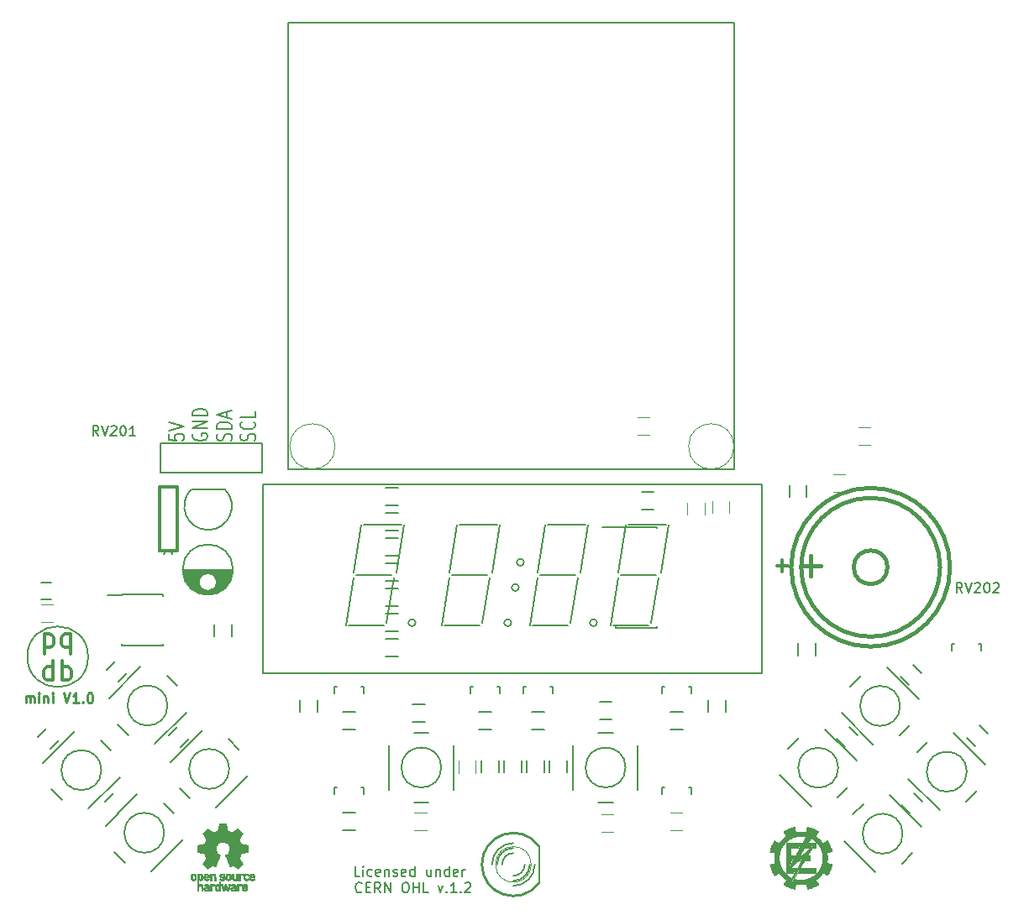
<source format=gbr>
G04 #@! TF.FileFunction,Legend,Top*
%FSLAX46Y46*%
G04 Gerber Fmt 4.6, Leading zero omitted, Abs format (unit mm)*
G04 Created by KiCad (PCBNEW 4.0.6) date 11/30/17 16:48:59*
%MOMM*%
%LPD*%
G01*
G04 APERTURE LIST*
%ADD10C,0.300000*%
%ADD11C,0.150000*%
%ADD12C,0.250000*%
%ADD13C,0.381000*%
%ADD14C,0.203200*%
%ADD15C,0.076200*%
%ADD16C,0.254000*%
%ADD17C,0.152400*%
%ADD18C,0.120000*%
%ADD19C,0.010000*%
%ADD20C,0.304800*%
G04 APERTURE END LIST*
D10*
D11*
X190842381Y-80532381D02*
X190509047Y-80056190D01*
X190270952Y-80532381D02*
X190270952Y-79532381D01*
X190651905Y-79532381D01*
X190747143Y-79580000D01*
X190794762Y-79627619D01*
X190842381Y-79722857D01*
X190842381Y-79865714D01*
X190794762Y-79960952D01*
X190747143Y-80008571D01*
X190651905Y-80056190D01*
X190270952Y-80056190D01*
X191128095Y-79532381D02*
X191461428Y-80532381D01*
X191794762Y-79532381D01*
X192080476Y-79627619D02*
X192128095Y-79580000D01*
X192223333Y-79532381D01*
X192461429Y-79532381D01*
X192556667Y-79580000D01*
X192604286Y-79627619D01*
X192651905Y-79722857D01*
X192651905Y-79818095D01*
X192604286Y-79960952D01*
X192032857Y-80532381D01*
X192651905Y-80532381D01*
X193270952Y-79532381D02*
X193366191Y-79532381D01*
X193461429Y-79580000D01*
X193509048Y-79627619D01*
X193556667Y-79722857D01*
X193604286Y-79913333D01*
X193604286Y-80151429D01*
X193556667Y-80341905D01*
X193509048Y-80437143D01*
X193461429Y-80484762D01*
X193366191Y-80532381D01*
X193270952Y-80532381D01*
X193175714Y-80484762D01*
X193128095Y-80437143D01*
X193080476Y-80341905D01*
X193032857Y-80151429D01*
X193032857Y-79913333D01*
X193080476Y-79722857D01*
X193128095Y-79627619D01*
X193175714Y-79580000D01*
X193270952Y-79532381D01*
X193985238Y-79627619D02*
X194032857Y-79580000D01*
X194128095Y-79532381D01*
X194366191Y-79532381D01*
X194461429Y-79580000D01*
X194509048Y-79627619D01*
X194556667Y-79722857D01*
X194556667Y-79818095D01*
X194509048Y-79960952D01*
X193937619Y-80532381D01*
X194556667Y-80532381D01*
X103792381Y-64702381D02*
X103459047Y-64226190D01*
X103220952Y-64702381D02*
X103220952Y-63702381D01*
X103601905Y-63702381D01*
X103697143Y-63750000D01*
X103744762Y-63797619D01*
X103792381Y-63892857D01*
X103792381Y-64035714D01*
X103744762Y-64130952D01*
X103697143Y-64178571D01*
X103601905Y-64226190D01*
X103220952Y-64226190D01*
X104078095Y-63702381D02*
X104411428Y-64702381D01*
X104744762Y-63702381D01*
X105030476Y-63797619D02*
X105078095Y-63750000D01*
X105173333Y-63702381D01*
X105411429Y-63702381D01*
X105506667Y-63750000D01*
X105554286Y-63797619D01*
X105601905Y-63892857D01*
X105601905Y-63988095D01*
X105554286Y-64130952D01*
X104982857Y-64702381D01*
X105601905Y-64702381D01*
X106220952Y-63702381D02*
X106316191Y-63702381D01*
X106411429Y-63750000D01*
X106459048Y-63797619D01*
X106506667Y-63892857D01*
X106554286Y-64083333D01*
X106554286Y-64321429D01*
X106506667Y-64511905D01*
X106459048Y-64607143D01*
X106411429Y-64654762D01*
X106316191Y-64702381D01*
X106220952Y-64702381D01*
X106125714Y-64654762D01*
X106078095Y-64607143D01*
X106030476Y-64511905D01*
X105982857Y-64321429D01*
X105982857Y-64083333D01*
X106030476Y-63892857D01*
X106078095Y-63797619D01*
X106125714Y-63750000D01*
X106220952Y-63702381D01*
X107506667Y-64702381D02*
X106935238Y-64702381D01*
X107220952Y-64702381D02*
X107220952Y-63702381D01*
X107125714Y-63845238D01*
X107030476Y-63940476D01*
X106935238Y-63988095D01*
X110888571Y-64572857D02*
X110888571Y-65144286D01*
X111602857Y-65201429D01*
X111531429Y-65144286D01*
X111460000Y-65030000D01*
X111460000Y-64744286D01*
X111531429Y-64630000D01*
X111602857Y-64572857D01*
X111745714Y-64515714D01*
X112102857Y-64515714D01*
X112245714Y-64572857D01*
X112317143Y-64630000D01*
X112388571Y-64744286D01*
X112388571Y-65030000D01*
X112317143Y-65144286D01*
X112245714Y-65201429D01*
X110888571Y-64172857D02*
X112388571Y-63772857D01*
X110888571Y-63372857D01*
X113360000Y-64515714D02*
X113288571Y-64630000D01*
X113288571Y-64801429D01*
X113360000Y-64972857D01*
X113502857Y-65087143D01*
X113645714Y-65144286D01*
X113931429Y-65201429D01*
X114145714Y-65201429D01*
X114431429Y-65144286D01*
X114574286Y-65087143D01*
X114717143Y-64972857D01*
X114788571Y-64801429D01*
X114788571Y-64687143D01*
X114717143Y-64515714D01*
X114645714Y-64458571D01*
X114145714Y-64458571D01*
X114145714Y-64687143D01*
X114788571Y-63944286D02*
X113288571Y-63944286D01*
X114788571Y-63258571D01*
X113288571Y-63258571D01*
X114788571Y-62687143D02*
X113288571Y-62687143D01*
X113288571Y-62401428D01*
X113360000Y-62230000D01*
X113502857Y-62115714D01*
X113645714Y-62058571D01*
X113931429Y-62001428D01*
X114145714Y-62001428D01*
X114431429Y-62058571D01*
X114574286Y-62115714D01*
X114717143Y-62230000D01*
X114788571Y-62401428D01*
X114788571Y-62687143D01*
X117117143Y-65201429D02*
X117188571Y-65030000D01*
X117188571Y-64744286D01*
X117117143Y-64630000D01*
X117045714Y-64572857D01*
X116902857Y-64515714D01*
X116760000Y-64515714D01*
X116617143Y-64572857D01*
X116545714Y-64630000D01*
X116474286Y-64744286D01*
X116402857Y-64972857D01*
X116331429Y-65087143D01*
X116260000Y-65144286D01*
X116117143Y-65201429D01*
X115974286Y-65201429D01*
X115831429Y-65144286D01*
X115760000Y-65087143D01*
X115688571Y-64972857D01*
X115688571Y-64687143D01*
X115760000Y-64515714D01*
X117188571Y-64001429D02*
X115688571Y-64001429D01*
X115688571Y-63715714D01*
X115760000Y-63544286D01*
X115902857Y-63430000D01*
X116045714Y-63372857D01*
X116331429Y-63315714D01*
X116545714Y-63315714D01*
X116831429Y-63372857D01*
X116974286Y-63430000D01*
X117117143Y-63544286D01*
X117188571Y-63715714D01*
X117188571Y-64001429D01*
X116760000Y-62858572D02*
X116760000Y-62287143D01*
X117188571Y-62972857D02*
X115688571Y-62572857D01*
X117188571Y-62172857D01*
X119517143Y-65201429D02*
X119588571Y-65030000D01*
X119588571Y-64744286D01*
X119517143Y-64630000D01*
X119445714Y-64572857D01*
X119302857Y-64515714D01*
X119160000Y-64515714D01*
X119017143Y-64572857D01*
X118945714Y-64630000D01*
X118874286Y-64744286D01*
X118802857Y-64972857D01*
X118731429Y-65087143D01*
X118660000Y-65144286D01*
X118517143Y-65201429D01*
X118374286Y-65201429D01*
X118231429Y-65144286D01*
X118160000Y-65087143D01*
X118088571Y-64972857D01*
X118088571Y-64687143D01*
X118160000Y-64515714D01*
X119445714Y-63315714D02*
X119517143Y-63372857D01*
X119588571Y-63544286D01*
X119588571Y-63658572D01*
X119517143Y-63830000D01*
X119374286Y-63944286D01*
X119231429Y-64001429D01*
X118945714Y-64058572D01*
X118731429Y-64058572D01*
X118445714Y-64001429D01*
X118302857Y-63944286D01*
X118160000Y-63830000D01*
X118088571Y-63658572D01*
X118088571Y-63544286D01*
X118160000Y-63372857D01*
X118231429Y-63315714D01*
X119588571Y-62230000D02*
X119588571Y-62801429D01*
X118088571Y-62801429D01*
X130119047Y-109127381D02*
X129642856Y-109127381D01*
X129642856Y-108127381D01*
X130452380Y-109127381D02*
X130452380Y-108460714D01*
X130452380Y-108127381D02*
X130404761Y-108175000D01*
X130452380Y-108222619D01*
X130499999Y-108175000D01*
X130452380Y-108127381D01*
X130452380Y-108222619D01*
X131357142Y-109079762D02*
X131261904Y-109127381D01*
X131071427Y-109127381D01*
X130976189Y-109079762D01*
X130928570Y-109032143D01*
X130880951Y-108936905D01*
X130880951Y-108651190D01*
X130928570Y-108555952D01*
X130976189Y-108508333D01*
X131071427Y-108460714D01*
X131261904Y-108460714D01*
X131357142Y-108508333D01*
X132166666Y-109079762D02*
X132071428Y-109127381D01*
X131880951Y-109127381D01*
X131785713Y-109079762D01*
X131738094Y-108984524D01*
X131738094Y-108603571D01*
X131785713Y-108508333D01*
X131880951Y-108460714D01*
X132071428Y-108460714D01*
X132166666Y-108508333D01*
X132214285Y-108603571D01*
X132214285Y-108698810D01*
X131738094Y-108794048D01*
X132642856Y-108460714D02*
X132642856Y-109127381D01*
X132642856Y-108555952D02*
X132690475Y-108508333D01*
X132785713Y-108460714D01*
X132928571Y-108460714D01*
X133023809Y-108508333D01*
X133071428Y-108603571D01*
X133071428Y-109127381D01*
X133499999Y-109079762D02*
X133595237Y-109127381D01*
X133785713Y-109127381D01*
X133880952Y-109079762D01*
X133928571Y-108984524D01*
X133928571Y-108936905D01*
X133880952Y-108841667D01*
X133785713Y-108794048D01*
X133642856Y-108794048D01*
X133547618Y-108746429D01*
X133499999Y-108651190D01*
X133499999Y-108603571D01*
X133547618Y-108508333D01*
X133642856Y-108460714D01*
X133785713Y-108460714D01*
X133880952Y-108508333D01*
X134738095Y-109079762D02*
X134642857Y-109127381D01*
X134452380Y-109127381D01*
X134357142Y-109079762D01*
X134309523Y-108984524D01*
X134309523Y-108603571D01*
X134357142Y-108508333D01*
X134452380Y-108460714D01*
X134642857Y-108460714D01*
X134738095Y-108508333D01*
X134785714Y-108603571D01*
X134785714Y-108698810D01*
X134309523Y-108794048D01*
X135642857Y-109127381D02*
X135642857Y-108127381D01*
X135642857Y-109079762D02*
X135547619Y-109127381D01*
X135357142Y-109127381D01*
X135261904Y-109079762D01*
X135214285Y-109032143D01*
X135166666Y-108936905D01*
X135166666Y-108651190D01*
X135214285Y-108555952D01*
X135261904Y-108508333D01*
X135357142Y-108460714D01*
X135547619Y-108460714D01*
X135642857Y-108508333D01*
X137309524Y-108460714D02*
X137309524Y-109127381D01*
X136880952Y-108460714D02*
X136880952Y-108984524D01*
X136928571Y-109079762D01*
X137023809Y-109127381D01*
X137166667Y-109127381D01*
X137261905Y-109079762D01*
X137309524Y-109032143D01*
X137785714Y-108460714D02*
X137785714Y-109127381D01*
X137785714Y-108555952D02*
X137833333Y-108508333D01*
X137928571Y-108460714D01*
X138071429Y-108460714D01*
X138166667Y-108508333D01*
X138214286Y-108603571D01*
X138214286Y-109127381D01*
X139119048Y-109127381D02*
X139119048Y-108127381D01*
X139119048Y-109079762D02*
X139023810Y-109127381D01*
X138833333Y-109127381D01*
X138738095Y-109079762D01*
X138690476Y-109032143D01*
X138642857Y-108936905D01*
X138642857Y-108651190D01*
X138690476Y-108555952D01*
X138738095Y-108508333D01*
X138833333Y-108460714D01*
X139023810Y-108460714D01*
X139119048Y-108508333D01*
X139976191Y-109079762D02*
X139880953Y-109127381D01*
X139690476Y-109127381D01*
X139595238Y-109079762D01*
X139547619Y-108984524D01*
X139547619Y-108603571D01*
X139595238Y-108508333D01*
X139690476Y-108460714D01*
X139880953Y-108460714D01*
X139976191Y-108508333D01*
X140023810Y-108603571D01*
X140023810Y-108698810D01*
X139547619Y-108794048D01*
X140452381Y-109127381D02*
X140452381Y-108460714D01*
X140452381Y-108651190D02*
X140500000Y-108555952D01*
X140547619Y-108508333D01*
X140642857Y-108460714D01*
X140738096Y-108460714D01*
X130309524Y-110682143D02*
X130261905Y-110729762D01*
X130119048Y-110777381D01*
X130023810Y-110777381D01*
X129880952Y-110729762D01*
X129785714Y-110634524D01*
X129738095Y-110539286D01*
X129690476Y-110348810D01*
X129690476Y-110205952D01*
X129738095Y-110015476D01*
X129785714Y-109920238D01*
X129880952Y-109825000D01*
X130023810Y-109777381D01*
X130119048Y-109777381D01*
X130261905Y-109825000D01*
X130309524Y-109872619D01*
X130738095Y-110253571D02*
X131071429Y-110253571D01*
X131214286Y-110777381D02*
X130738095Y-110777381D01*
X130738095Y-109777381D01*
X131214286Y-109777381D01*
X132214286Y-110777381D02*
X131880952Y-110301190D01*
X131642857Y-110777381D02*
X131642857Y-109777381D01*
X132023810Y-109777381D01*
X132119048Y-109825000D01*
X132166667Y-109872619D01*
X132214286Y-109967857D01*
X132214286Y-110110714D01*
X132166667Y-110205952D01*
X132119048Y-110253571D01*
X132023810Y-110301190D01*
X131642857Y-110301190D01*
X132642857Y-110777381D02*
X132642857Y-109777381D01*
X133214286Y-110777381D01*
X133214286Y-109777381D01*
X134642857Y-109777381D02*
X134833334Y-109777381D01*
X134928572Y-109825000D01*
X135023810Y-109920238D01*
X135071429Y-110110714D01*
X135071429Y-110444048D01*
X135023810Y-110634524D01*
X134928572Y-110729762D01*
X134833334Y-110777381D01*
X134642857Y-110777381D01*
X134547619Y-110729762D01*
X134452381Y-110634524D01*
X134404762Y-110444048D01*
X134404762Y-110110714D01*
X134452381Y-109920238D01*
X134547619Y-109825000D01*
X134642857Y-109777381D01*
X135500000Y-110777381D02*
X135500000Y-109777381D01*
X135500000Y-110253571D02*
X136071429Y-110253571D01*
X136071429Y-110777381D02*
X136071429Y-109777381D01*
X137023810Y-110777381D02*
X136547619Y-110777381D01*
X136547619Y-109777381D01*
X138023810Y-110110714D02*
X138261905Y-110777381D01*
X138500001Y-110110714D01*
X138880953Y-110682143D02*
X138928572Y-110729762D01*
X138880953Y-110777381D01*
X138833334Y-110729762D01*
X138880953Y-110682143D01*
X138880953Y-110777381D01*
X139880953Y-110777381D02*
X139309524Y-110777381D01*
X139595238Y-110777381D02*
X139595238Y-109777381D01*
X139500000Y-109920238D01*
X139404762Y-110015476D01*
X139309524Y-110063095D01*
X140309524Y-110682143D02*
X140357143Y-110729762D01*
X140309524Y-110777381D01*
X140261905Y-110729762D01*
X140309524Y-110682143D01*
X140309524Y-110777381D01*
X140738095Y-109872619D02*
X140785714Y-109825000D01*
X140880952Y-109777381D01*
X141119048Y-109777381D01*
X141214286Y-109825000D01*
X141261905Y-109872619D01*
X141309524Y-109967857D01*
X141309524Y-110063095D01*
X141261905Y-110205952D01*
X140690476Y-110777381D01*
X141309524Y-110777381D01*
D12*
X96442858Y-91652381D02*
X96442858Y-90985714D01*
X96442858Y-91080952D02*
X96490477Y-91033333D01*
X96585715Y-90985714D01*
X96728573Y-90985714D01*
X96823811Y-91033333D01*
X96871430Y-91128571D01*
X96871430Y-91652381D01*
X96871430Y-91128571D02*
X96919049Y-91033333D01*
X97014287Y-90985714D01*
X97157144Y-90985714D01*
X97252382Y-91033333D01*
X97300001Y-91128571D01*
X97300001Y-91652381D01*
X97776191Y-91652381D02*
X97776191Y-90985714D01*
X97776191Y-90652381D02*
X97728572Y-90700000D01*
X97776191Y-90747619D01*
X97823810Y-90700000D01*
X97776191Y-90652381D01*
X97776191Y-90747619D01*
X98252381Y-90985714D02*
X98252381Y-91652381D01*
X98252381Y-91080952D02*
X98300000Y-91033333D01*
X98395238Y-90985714D01*
X98538096Y-90985714D01*
X98633334Y-91033333D01*
X98680953Y-91128571D01*
X98680953Y-91652381D01*
X99157143Y-91652381D02*
X99157143Y-90985714D01*
X99157143Y-90652381D02*
X99109524Y-90700000D01*
X99157143Y-90747619D01*
X99204762Y-90700000D01*
X99157143Y-90652381D01*
X99157143Y-90747619D01*
X100252381Y-90652381D02*
X100585714Y-91652381D01*
X100919048Y-90652381D01*
X101776191Y-91652381D02*
X101204762Y-91652381D01*
X101490476Y-91652381D02*
X101490476Y-90652381D01*
X101395238Y-90795238D01*
X101300000Y-90890476D01*
X101204762Y-90938095D01*
X102204762Y-91557143D02*
X102252381Y-91604762D01*
X102204762Y-91652381D01*
X102157143Y-91604762D01*
X102204762Y-91557143D01*
X102204762Y-91652381D01*
X102871428Y-90652381D02*
X102966667Y-90652381D01*
X103061905Y-90700000D01*
X103109524Y-90747619D01*
X103157143Y-90842857D01*
X103204762Y-91033333D01*
X103204762Y-91271429D01*
X103157143Y-91461905D01*
X103109524Y-91557143D01*
X103061905Y-91604762D01*
X102966667Y-91652381D01*
X102871428Y-91652381D01*
X102776190Y-91604762D01*
X102728571Y-91557143D01*
X102680952Y-91461905D01*
X102633333Y-91271429D01*
X102633333Y-91033333D01*
X102680952Y-90842857D01*
X102728571Y-90747619D01*
X102776190Y-90700000D01*
X102871428Y-90652381D01*
D11*
X102734565Y-87004000D02*
G75*
G03X102734565Y-87004000I-3058565J0D01*
G01*
D10*
X100983334Y-84721429D02*
X100983334Y-86721429D01*
X100983334Y-84816667D02*
X100792857Y-84721429D01*
X100411905Y-84721429D01*
X100221429Y-84816667D01*
X100126191Y-84911905D01*
X100030953Y-85102381D01*
X100030953Y-85673810D01*
X100126191Y-85864286D01*
X100221429Y-85959524D01*
X100411905Y-86054762D01*
X100792857Y-86054762D01*
X100983334Y-85959524D01*
X98316667Y-84721429D02*
X98316667Y-86721429D01*
X98316667Y-85959524D02*
X98507143Y-86054762D01*
X98888095Y-86054762D01*
X99078571Y-85959524D01*
X99173810Y-85864286D01*
X99269048Y-85673810D01*
X99269048Y-85102381D01*
X99173810Y-84911905D01*
X99078571Y-84816667D01*
X98888095Y-84721429D01*
X98507143Y-84721429D01*
X98316667Y-84816667D01*
X100126191Y-89354762D02*
X100126191Y-87354762D01*
X100126191Y-89259524D02*
X100316667Y-89354762D01*
X100697619Y-89354762D01*
X100888095Y-89259524D01*
X100983334Y-89164286D01*
X101078572Y-88973810D01*
X101078572Y-88402381D01*
X100983334Y-88211905D01*
X100888095Y-88116667D01*
X100697619Y-88021429D01*
X100316667Y-88021429D01*
X100126191Y-88116667D01*
X99173810Y-89354762D02*
X99173810Y-87354762D01*
X99173810Y-88116667D02*
X98983333Y-88021429D01*
X98602381Y-88021429D01*
X98411905Y-88116667D01*
X98316667Y-88211905D01*
X98221429Y-88402381D01*
X98221429Y-88973810D01*
X98316667Y-89164286D01*
X98411905Y-89259524D01*
X98602381Y-89354762D01*
X98983333Y-89354762D01*
X99173810Y-89259524D01*
D11*
X191298457Y-98590913D02*
G75*
G03X191298457Y-98590913I-2015564J0D01*
G01*
X193171981Y-97883806D02*
X189990000Y-94701825D01*
X191227437Y-101596117D02*
X192288097Y-100535456D01*
X185393806Y-99298019D02*
X188575786Y-102480000D01*
X187338350Y-95585709D02*
X186277689Y-96646369D01*
D13*
X175544480Y-76850240D02*
X175544480Y-78851760D01*
X174546260Y-77851000D02*
X176545240Y-77851000D01*
X183309260Y-77978000D02*
G75*
G03X183309260Y-77978000I-1699260J0D01*
G01*
X188610240Y-77978000D02*
G75*
G03X188610240Y-77978000I-7000240J0D01*
G01*
X189611000Y-77978000D02*
G75*
G03X189611000Y-77978000I-8001000J0D01*
G01*
D11*
X146155210Y-80010000D02*
G75*
G03X146155210Y-80010000I-359210J0D01*
G01*
X146663210Y-77470000D02*
G75*
G03X146663210Y-77470000I-359210J0D01*
G01*
X154029210Y-83566000D02*
G75*
G03X154029210Y-83566000I-359210J0D01*
G01*
X135741210Y-83566000D02*
G75*
G03X135741210Y-83566000I-359210J0D01*
G01*
X145393210Y-83566000D02*
G75*
G03X145393210Y-83566000I-359210J0D01*
G01*
X129540000Y-78486000D02*
X130302000Y-73660000D01*
X130556000Y-73660000D02*
X134366000Y-73660000D01*
X134620000Y-73660000D02*
X133858000Y-78486000D01*
X129794000Y-78740000D02*
X133350000Y-78740000D01*
X129540000Y-78994000D02*
X128778000Y-83820000D01*
X129032000Y-83820000D02*
X132588000Y-83820000D01*
X133604000Y-78994000D02*
X132842000Y-83566000D01*
X143256000Y-78994000D02*
X142494000Y-83566000D01*
X138684000Y-83820000D02*
X142240000Y-83820000D01*
X139192000Y-78994000D02*
X138430000Y-83820000D01*
X139446000Y-78740000D02*
X143002000Y-78740000D01*
X144272000Y-73660000D02*
X143510000Y-78486000D01*
X140208000Y-73660000D02*
X144018000Y-73660000D01*
X139192000Y-78486000D02*
X139954000Y-73660000D01*
X156210000Y-78486000D02*
X156972000Y-73660000D01*
X157226000Y-73660000D02*
X161036000Y-73660000D01*
X161290000Y-73660000D02*
X160528000Y-78486000D01*
X156464000Y-78740000D02*
X160020000Y-78740000D01*
X156210000Y-78994000D02*
X155448000Y-83820000D01*
X155702000Y-83820000D02*
X159258000Y-83820000D01*
X160274000Y-78994000D02*
X159512000Y-83566000D01*
X152146000Y-78994000D02*
X151384000Y-83566000D01*
X147574000Y-83820000D02*
X151130000Y-83820000D01*
X148082000Y-78994000D02*
X147320000Y-83820000D01*
X148336000Y-78740000D02*
X151892000Y-78740000D01*
X153162000Y-73660000D02*
X152400000Y-78486000D01*
X149098000Y-73660000D02*
X152908000Y-73660000D01*
X148082000Y-78486000D02*
X148844000Y-73660000D01*
X120396000Y-88646000D02*
X170688000Y-88646000D01*
X170688000Y-88646000D02*
X170688000Y-69596000D01*
X170688000Y-69596000D02*
X120396000Y-69596000D01*
X120396000Y-69596000D02*
X120396000Y-88646000D01*
X144047160Y-90027760D02*
X143998900Y-90027760D01*
X141248180Y-90728800D02*
X141248180Y-90027760D01*
X141248180Y-90027760D02*
X141497100Y-90027760D01*
X144047160Y-90027760D02*
X144247820Y-90027760D01*
X144247820Y-90027760D02*
X144247820Y-90728800D01*
X155913000Y-73919000D02*
X155913000Y-73944000D01*
X160063000Y-73919000D02*
X160063000Y-74024000D01*
X160063000Y-84069000D02*
X160063000Y-83964000D01*
X155913000Y-84069000D02*
X155913000Y-83964000D01*
X155913000Y-73919000D02*
X160063000Y-73919000D01*
X155913000Y-84069000D02*
X160063000Y-84069000D01*
X155913000Y-73944000D02*
X154538000Y-73944000D01*
X106129000Y-80737000D02*
X106129000Y-80787000D01*
X110279000Y-80737000D02*
X110279000Y-80882000D01*
X110279000Y-85887000D02*
X110279000Y-85742000D01*
X106129000Y-85887000D02*
X106129000Y-85742000D01*
X106129000Y-80737000D02*
X110279000Y-80737000D01*
X106129000Y-85887000D02*
X110279000Y-85887000D01*
X106129000Y-80787000D02*
X104729000Y-80787000D01*
X130331160Y-90027760D02*
X130282900Y-90027760D01*
X127532180Y-90728800D02*
X127532180Y-90027760D01*
X127532180Y-90027760D02*
X127781100Y-90027760D01*
X130331160Y-90027760D02*
X130531820Y-90027760D01*
X130531820Y-90027760D02*
X130531820Y-90728800D01*
D14*
X148194800Y-109855000D02*
X148194800Y-106045000D01*
D15*
X147400051Y-107950000D02*
G75*
G03X147400051Y-107950000I-1796051J0D01*
G01*
D16*
X148141997Y-106042332D02*
G75*
G03X148144000Y-109855000I-2537997J-1907668D01*
G01*
D17*
X145604000Y-106807000D02*
G75*
G03X144461000Y-107950000I0J-1143000D01*
G01*
X145604000Y-109093000D02*
G75*
G03X146747000Y-107950000I0J1143000D01*
G01*
X145604000Y-106299000D02*
G75*
G03X143953000Y-107950000I0J-1651000D01*
G01*
X145604000Y-109601000D02*
G75*
G03X147255000Y-107950000I0J1651000D01*
G01*
X145604000Y-105791000D02*
G75*
G03X143445000Y-107950000I0J-2159000D01*
G01*
X145604000Y-110109000D02*
G75*
G03X147763000Y-107950000I0J2159000D01*
G01*
D11*
X125843000Y-91348000D02*
X125843000Y-92548000D01*
X124093000Y-92548000D02*
X124093000Y-91348000D01*
X117207000Y-83728000D02*
X117207000Y-84928000D01*
X115457000Y-84928000D02*
X115457000Y-83728000D01*
X146953000Y-98644000D02*
X146953000Y-97444000D01*
X148703000Y-97444000D02*
X148703000Y-98644000D01*
X144667000Y-98644000D02*
X144667000Y-97444000D01*
X146417000Y-97444000D02*
X146417000Y-98644000D01*
X142381000Y-98644000D02*
X142381000Y-97444000D01*
X144131000Y-97444000D02*
X144131000Y-98644000D01*
X175175000Y-69700000D02*
X175175000Y-70900000D01*
X173425000Y-70900000D02*
X173425000Y-69700000D01*
X128432000Y-92597000D02*
X129632000Y-92597000D01*
X129632000Y-94347000D02*
X128432000Y-94347000D01*
X142148000Y-92597000D02*
X143348000Y-92597000D01*
X143348000Y-94347000D02*
X142148000Y-94347000D01*
X147482000Y-92597000D02*
X148682000Y-92597000D01*
X148682000Y-94347000D02*
X147482000Y-94347000D01*
X161452000Y-92597000D02*
X162652000Y-92597000D01*
X162652000Y-94347000D02*
X161452000Y-94347000D01*
X133950000Y-86981000D02*
X132750000Y-86981000D01*
X132750000Y-85231000D02*
X133950000Y-85231000D01*
X133950000Y-84441000D02*
X132750000Y-84441000D01*
X132750000Y-82691000D02*
X133950000Y-82691000D01*
X133950000Y-81901000D02*
X132750000Y-81901000D01*
X132750000Y-80151000D02*
X133950000Y-80151000D01*
X133950000Y-79361000D02*
X132750000Y-79361000D01*
X132750000Y-77611000D02*
X133950000Y-77611000D01*
X133950000Y-76821000D02*
X132750000Y-76821000D01*
X132750000Y-75071000D02*
X133950000Y-75071000D01*
X133950000Y-74281000D02*
X132750000Y-74281000D01*
X132750000Y-72531000D02*
X133950000Y-72531000D01*
X133950000Y-71741000D02*
X132750000Y-71741000D01*
X132750000Y-69991000D02*
X133950000Y-69991000D01*
X158550000Y-70375000D02*
X159750000Y-70375000D01*
X159750000Y-72125000D02*
X158550000Y-72125000D01*
X150989000Y-97444000D02*
X150989000Y-98644000D01*
X149239000Y-98644000D02*
X149239000Y-97444000D01*
X176075000Y-85650000D02*
X176075000Y-86850000D01*
X174325000Y-86850000D02*
X174325000Y-85650000D01*
X128432000Y-102757000D02*
X129632000Y-102757000D01*
X129632000Y-104507000D02*
X128432000Y-104507000D01*
X166991000Y-91348000D02*
X166991000Y-92548000D01*
X165241000Y-92548000D02*
X165241000Y-91348000D01*
X99040000Y-79550000D02*
X98040000Y-79550000D01*
X98040000Y-81250000D02*
X99040000Y-81250000D01*
D10*
X109911000Y-71250000D02*
X109911000Y-69853000D01*
X109911000Y-69853000D02*
X111689000Y-69853000D01*
X111689000Y-69853000D02*
X111689000Y-76330000D01*
X111689000Y-76330000D02*
X109911000Y-76330000D01*
X109911000Y-76330000D02*
X109911000Y-71250000D01*
X111689000Y-71250000D02*
X111689000Y-69853000D01*
D11*
X110500280Y-76350320D02*
X110401220Y-76650040D01*
X111099720Y-76350320D02*
X111198780Y-76650040D01*
X111699160Y-76350320D02*
X111699160Y-71300800D01*
X111699160Y-69776800D02*
X109900840Y-69776800D01*
X109900840Y-71300800D02*
X109900840Y-76350320D01*
X111699160Y-76350320D02*
X109900840Y-76350320D01*
X163351160Y-100187760D02*
X163302900Y-100187760D01*
X160552180Y-100888800D02*
X160552180Y-100187760D01*
X160552180Y-100187760D02*
X160801100Y-100187760D01*
X163351160Y-100187760D02*
X163551820Y-100187760D01*
X163551820Y-100187760D02*
X163551820Y-100888800D01*
X130331160Y-100187760D02*
X130282900Y-100187760D01*
X127532180Y-100888800D02*
X127532180Y-100187760D01*
X127532180Y-100187760D02*
X127781100Y-100187760D01*
X130331160Y-100187760D02*
X130531820Y-100187760D01*
X130531820Y-100187760D02*
X130531820Y-100888800D01*
X192561160Y-85709760D02*
X192512900Y-85709760D01*
X189762180Y-86410800D02*
X189762180Y-85709760D01*
X189762180Y-85709760D02*
X190011100Y-85709760D01*
X192561160Y-85709760D02*
X192761820Y-85709760D01*
X192761820Y-85709760D02*
X192761820Y-86410800D01*
X163351160Y-90027760D02*
X163302900Y-90027760D01*
X160552180Y-90728800D02*
X160552180Y-90027760D01*
X160552180Y-90027760D02*
X160801100Y-90027760D01*
X163351160Y-90027760D02*
X163551820Y-90027760D01*
X163551820Y-90027760D02*
X163551820Y-90728800D01*
X149381160Y-90027760D02*
X149332900Y-90027760D01*
X146582180Y-90728800D02*
X146582180Y-90027760D01*
X146582180Y-90027760D02*
X146831100Y-90027760D01*
X149381160Y-90027760D02*
X149581820Y-90027760D01*
X149581820Y-90027760D02*
X149581820Y-90728800D01*
X116530000Y-70110000D02*
X113130000Y-70110000D01*
X116527056Y-70112944D02*
G75*
G02X114830000Y-74210000I-1697056J-1697056D01*
G01*
X113132944Y-70112944D02*
G75*
G03X114830000Y-74210000I1697056J-1697056D01*
G01*
X117307000Y-78287000D02*
X112309000Y-78287000D01*
X117299000Y-78427000D02*
X112317000Y-78427000D01*
X117283000Y-78567000D02*
X114903000Y-78567000D01*
X114713000Y-78567000D02*
X112333000Y-78567000D01*
X117259000Y-78707000D02*
X115298000Y-78707000D01*
X114318000Y-78707000D02*
X112357000Y-78707000D01*
X117226000Y-78847000D02*
X115465000Y-78847000D01*
X114151000Y-78847000D02*
X112390000Y-78847000D01*
X117185000Y-78987000D02*
X115572000Y-78987000D01*
X114044000Y-78987000D02*
X112431000Y-78987000D01*
X117135000Y-79127000D02*
X115643000Y-79127000D01*
X113973000Y-79127000D02*
X112481000Y-79127000D01*
X117074000Y-79267000D02*
X115687000Y-79267000D01*
X113929000Y-79267000D02*
X112542000Y-79267000D01*
X117004000Y-79407000D02*
X115706000Y-79407000D01*
X113910000Y-79407000D02*
X112612000Y-79407000D01*
X116922000Y-79547000D02*
X115704000Y-79547000D01*
X113912000Y-79547000D02*
X112694000Y-79547000D01*
X116827000Y-79687000D02*
X115679000Y-79687000D01*
X113937000Y-79687000D02*
X112789000Y-79687000D01*
X116716000Y-79827000D02*
X115631000Y-79827000D01*
X113985000Y-79827000D02*
X112900000Y-79827000D01*
X116588000Y-79967000D02*
X115553000Y-79967000D01*
X114063000Y-79967000D02*
X113028000Y-79967000D01*
X116439000Y-80107000D02*
X115436000Y-80107000D01*
X114180000Y-80107000D02*
X113177000Y-80107000D01*
X116260000Y-80247000D02*
X115248000Y-80247000D01*
X114368000Y-80247000D02*
X113356000Y-80247000D01*
X116041000Y-80387000D02*
X113575000Y-80387000D01*
X115752000Y-80527000D02*
X113864000Y-80527000D01*
X115280000Y-80667000D02*
X114336000Y-80667000D01*
X115708000Y-79462000D02*
G75*
G03X115708000Y-79462000I-900000J0D01*
G01*
X117345500Y-78212000D02*
G75*
G03X117345500Y-78212000I-2537500J0D01*
G01*
D18*
X99210000Y-83520000D02*
X98010000Y-83520000D01*
X98010000Y-81760000D02*
X99210000Y-81760000D01*
D11*
X122900000Y-68050000D02*
X167900000Y-68050000D01*
X167900000Y-68050000D02*
X167900000Y-23050000D01*
X167900000Y-23050000D02*
X122900000Y-23050000D01*
X122900000Y-23050000D02*
X122900000Y-68050000D01*
D18*
X180400000Y-63870000D02*
X181600000Y-63870000D01*
X181600000Y-65630000D02*
X180400000Y-65630000D01*
X164880000Y-71450000D02*
X164880000Y-72650000D01*
X163120000Y-72650000D02*
X163120000Y-71450000D01*
X167380000Y-71300000D02*
X167380000Y-72500000D01*
X165620000Y-72500000D02*
X165620000Y-71300000D01*
X179050000Y-70380000D02*
X177850000Y-70380000D01*
X177850000Y-68620000D02*
X179050000Y-68620000D01*
X158086500Y-62874000D02*
X159286500Y-62874000D01*
X159286500Y-64634000D02*
X158086500Y-64634000D01*
D19*
G36*
X114124692Y-108877786D02*
X114174302Y-108899843D01*
X114216832Y-108932480D01*
X114249552Y-108974899D01*
X114266880Y-109015515D01*
X114270489Y-109035039D01*
X114274143Y-109067442D01*
X114277474Y-109108678D01*
X114280119Y-109154697D01*
X114280725Y-109168867D01*
X114281965Y-109257235D01*
X114278050Y-109330458D01*
X114268855Y-109389560D01*
X114254250Y-109435565D01*
X114245325Y-109453221D01*
X114210468Y-109496975D01*
X114165715Y-109529281D01*
X114114121Y-109549601D01*
X114058742Y-109557396D01*
X114002632Y-109552128D01*
X113948846Y-109533257D01*
X113914129Y-109511601D01*
X113895792Y-109498429D01*
X113883547Y-109491123D01*
X113881798Y-109490600D01*
X113880596Y-109498722D01*
X113879504Y-109521707D01*
X113878561Y-109557486D01*
X113877807Y-109603989D01*
X113877281Y-109659146D01*
X113877021Y-109720887D01*
X113877000Y-109744544D01*
X113877000Y-109998488D01*
X113915293Y-109969258D01*
X113943006Y-109951290D01*
X113971532Y-109937649D01*
X113985143Y-109933431D01*
X114027628Y-109928268D01*
X114073399Y-109928620D01*
X114115375Y-109934115D01*
X114140648Y-109941612D01*
X114181113Y-109965572D01*
X114219797Y-110000459D01*
X114250958Y-110040740D01*
X114259622Y-110056288D01*
X114265135Y-110068056D01*
X114269529Y-110079858D01*
X114272955Y-110093738D01*
X114275566Y-110111739D01*
X114277513Y-110135907D01*
X114278948Y-110168285D01*
X114280023Y-110210917D01*
X114280890Y-110265847D01*
X114281702Y-110335120D01*
X114281929Y-110356317D01*
X114284691Y-110616667D01*
X114139467Y-110616667D01*
X114139467Y-110403866D01*
X114139016Y-110324148D01*
X114137682Y-110258765D01*
X114135493Y-110208397D01*
X114132476Y-110173727D01*
X114129538Y-110157926D01*
X114111227Y-110122642D01*
X114081654Y-110092865D01*
X114046109Y-110073413D01*
X114032777Y-110069848D01*
X113997556Y-110070328D01*
X113959550Y-110081702D01*
X113925917Y-110101172D01*
X113908652Y-110118334D01*
X113899606Y-110132764D01*
X113892455Y-110150381D01*
X113886985Y-110173220D01*
X113882981Y-110203318D01*
X113880229Y-110242709D01*
X113878515Y-110293430D01*
X113877625Y-110357516D01*
X113877369Y-110415583D01*
X113877000Y-110616667D01*
X113810678Y-110616667D01*
X113778643Y-110615992D01*
X113753496Y-110614202D01*
X113739757Y-110611654D01*
X113738711Y-110611022D01*
X113737931Y-110601951D01*
X113737184Y-110577077D01*
X113736475Y-110537530D01*
X113735814Y-110484440D01*
X113735205Y-110418939D01*
X113734659Y-110342155D01*
X113734180Y-110255220D01*
X113733777Y-110159263D01*
X113733458Y-110055416D01*
X113733228Y-109944807D01*
X113733097Y-109828568D01*
X113733067Y-109738956D01*
X113733067Y-109215820D01*
X113889700Y-109215820D01*
X113890014Y-109265071D01*
X113891177Y-109300508D01*
X113893526Y-109325243D01*
X113897392Y-109342386D01*
X113903112Y-109355049D01*
X113904977Y-109358041D01*
X113934563Y-109388796D01*
X113972820Y-109407952D01*
X114015220Y-109414485D01*
X114057239Y-109407375D01*
X114078593Y-109397250D01*
X114099942Y-109380912D01*
X114115404Y-109360044D01*
X114125804Y-109331928D01*
X114131967Y-109293848D01*
X114134718Y-109243086D01*
X114135074Y-109211200D01*
X114134762Y-109164673D01*
X114133347Y-109131256D01*
X114130355Y-109107138D01*
X114125312Y-109088507D01*
X114117746Y-109071553D01*
X114117719Y-109071500D01*
X114091904Y-109038544D01*
X114056865Y-109017019D01*
X114016763Y-109007981D01*
X113975757Y-109012486D01*
X113943869Y-109027366D01*
X113924088Y-109042466D01*
X113909731Y-109059056D01*
X113899957Y-109080055D01*
X113893927Y-109108385D01*
X113890802Y-109146967D01*
X113889741Y-109198721D01*
X113889700Y-109215820D01*
X113733067Y-109215820D01*
X113733067Y-108872534D01*
X113875978Y-108872534D01*
X113878605Y-108902592D01*
X113881233Y-108932650D01*
X113910064Y-108911302D01*
X113960688Y-108883066D01*
X114015154Y-108868600D01*
X114070732Y-108867105D01*
X114124692Y-108877786D01*
X114124692Y-108877786D01*
G37*
X114124692Y-108877786D02*
X114174302Y-108899843D01*
X114216832Y-108932480D01*
X114249552Y-108974899D01*
X114266880Y-109015515D01*
X114270489Y-109035039D01*
X114274143Y-109067442D01*
X114277474Y-109108678D01*
X114280119Y-109154697D01*
X114280725Y-109168867D01*
X114281965Y-109257235D01*
X114278050Y-109330458D01*
X114268855Y-109389560D01*
X114254250Y-109435565D01*
X114245325Y-109453221D01*
X114210468Y-109496975D01*
X114165715Y-109529281D01*
X114114121Y-109549601D01*
X114058742Y-109557396D01*
X114002632Y-109552128D01*
X113948846Y-109533257D01*
X113914129Y-109511601D01*
X113895792Y-109498429D01*
X113883547Y-109491123D01*
X113881798Y-109490600D01*
X113880596Y-109498722D01*
X113879504Y-109521707D01*
X113878561Y-109557486D01*
X113877807Y-109603989D01*
X113877281Y-109659146D01*
X113877021Y-109720887D01*
X113877000Y-109744544D01*
X113877000Y-109998488D01*
X113915293Y-109969258D01*
X113943006Y-109951290D01*
X113971532Y-109937649D01*
X113985143Y-109933431D01*
X114027628Y-109928268D01*
X114073399Y-109928620D01*
X114115375Y-109934115D01*
X114140648Y-109941612D01*
X114181113Y-109965572D01*
X114219797Y-110000459D01*
X114250958Y-110040740D01*
X114259622Y-110056288D01*
X114265135Y-110068056D01*
X114269529Y-110079858D01*
X114272955Y-110093738D01*
X114275566Y-110111739D01*
X114277513Y-110135907D01*
X114278948Y-110168285D01*
X114280023Y-110210917D01*
X114280890Y-110265847D01*
X114281702Y-110335120D01*
X114281929Y-110356317D01*
X114284691Y-110616667D01*
X114139467Y-110616667D01*
X114139467Y-110403866D01*
X114139016Y-110324148D01*
X114137682Y-110258765D01*
X114135493Y-110208397D01*
X114132476Y-110173727D01*
X114129538Y-110157926D01*
X114111227Y-110122642D01*
X114081654Y-110092865D01*
X114046109Y-110073413D01*
X114032777Y-110069848D01*
X113997556Y-110070328D01*
X113959550Y-110081702D01*
X113925917Y-110101172D01*
X113908652Y-110118334D01*
X113899606Y-110132764D01*
X113892455Y-110150381D01*
X113886985Y-110173220D01*
X113882981Y-110203318D01*
X113880229Y-110242709D01*
X113878515Y-110293430D01*
X113877625Y-110357516D01*
X113877369Y-110415583D01*
X113877000Y-110616667D01*
X113810678Y-110616667D01*
X113778643Y-110615992D01*
X113753496Y-110614202D01*
X113739757Y-110611654D01*
X113738711Y-110611022D01*
X113737931Y-110601951D01*
X113737184Y-110577077D01*
X113736475Y-110537530D01*
X113735814Y-110484440D01*
X113735205Y-110418939D01*
X113734659Y-110342155D01*
X113734180Y-110255220D01*
X113733777Y-110159263D01*
X113733458Y-110055416D01*
X113733228Y-109944807D01*
X113733097Y-109828568D01*
X113733067Y-109738956D01*
X113733067Y-109215820D01*
X113889700Y-109215820D01*
X113890014Y-109265071D01*
X113891177Y-109300508D01*
X113893526Y-109325243D01*
X113897392Y-109342386D01*
X113903112Y-109355049D01*
X113904977Y-109358041D01*
X113934563Y-109388796D01*
X113972820Y-109407952D01*
X114015220Y-109414485D01*
X114057239Y-109407375D01*
X114078593Y-109397250D01*
X114099942Y-109380912D01*
X114115404Y-109360044D01*
X114125804Y-109331928D01*
X114131967Y-109293848D01*
X114134718Y-109243086D01*
X114135074Y-109211200D01*
X114134762Y-109164673D01*
X114133347Y-109131256D01*
X114130355Y-109107138D01*
X114125312Y-109088507D01*
X114117746Y-109071553D01*
X114117719Y-109071500D01*
X114091904Y-109038544D01*
X114056865Y-109017019D01*
X114016763Y-109007981D01*
X113975757Y-109012486D01*
X113943869Y-109027366D01*
X113924088Y-109042466D01*
X113909731Y-109059056D01*
X113899957Y-109080055D01*
X113893927Y-109108385D01*
X113890802Y-109146967D01*
X113889741Y-109198721D01*
X113889700Y-109215820D01*
X113733067Y-109215820D01*
X113733067Y-108872534D01*
X113875978Y-108872534D01*
X113878605Y-108902592D01*
X113881233Y-108932650D01*
X113910064Y-108911302D01*
X113960688Y-108883066D01*
X114015154Y-108868600D01*
X114070732Y-108867105D01*
X114124692Y-108877786D01*
G36*
X114694881Y-109929297D02*
X114730823Y-109932707D01*
X114760686Y-109939086D01*
X114784775Y-109947194D01*
X114833766Y-109973750D01*
X114873184Y-110010886D01*
X114900270Y-110055567D01*
X114909344Y-110084206D01*
X114911901Y-110104866D01*
X114914133Y-110140200D01*
X114915969Y-110187952D01*
X114917339Y-110245863D01*
X114918170Y-110311678D01*
X114918400Y-110371550D01*
X114918400Y-110616667D01*
X114774466Y-110616667D01*
X114774466Y-110565005D01*
X114743596Y-110588551D01*
X114728066Y-110599412D01*
X114712908Y-110606446D01*
X114693772Y-110610608D01*
X114666309Y-110612852D01*
X114627179Y-110614110D01*
X114588456Y-110614301D01*
X114554108Y-110613175D01*
X114528975Y-110610952D01*
X114520412Y-110609211D01*
X114467402Y-110584187D01*
X114424996Y-110548635D01*
X114393940Y-110505118D01*
X114374977Y-110456196D01*
X114368853Y-110404430D01*
X114369105Y-110402671D01*
X114507707Y-110402671D01*
X114513638Y-110432442D01*
X114532983Y-110457497D01*
X114548349Y-110467427D01*
X114572954Y-110474671D01*
X114608282Y-110479290D01*
X114648302Y-110481102D01*
X114686980Y-110479928D01*
X114718285Y-110475588D01*
X114727758Y-110472787D01*
X114749116Y-110456176D01*
X114764859Y-110426712D01*
X114773395Y-110387988D01*
X114774466Y-110367172D01*
X114774466Y-110328800D01*
X114679818Y-110328800D01*
X114624408Y-110329995D01*
X114583157Y-110334052D01*
X114553431Y-110341679D01*
X114532593Y-110353586D01*
X114518006Y-110370480D01*
X114516684Y-110372650D01*
X114507707Y-110402671D01*
X114369105Y-110402671D01*
X114376312Y-110352380D01*
X114398101Y-110302607D01*
X114421974Y-110270826D01*
X114442156Y-110251109D01*
X114463774Y-110236426D01*
X114489764Y-110225986D01*
X114523066Y-110218997D01*
X114566617Y-110214666D01*
X114623357Y-110212202D01*
X114641117Y-110211759D01*
X114774466Y-110208779D01*
X114774466Y-110163428D01*
X114770028Y-110123653D01*
X114755358Y-110095651D01*
X114728430Y-110077093D01*
X114689800Y-110066113D01*
X114632898Y-110061294D01*
X114582618Y-110068481D01*
X114541938Y-110087217D01*
X114539021Y-110089325D01*
X114511010Y-110110284D01*
X114479755Y-110088422D01*
X114453281Y-110069237D01*
X114427572Y-110049606D01*
X114423100Y-110046036D01*
X114397700Y-110025513D01*
X114433132Y-109991753D01*
X114467691Y-109964362D01*
X114506598Y-109945370D01*
X114553209Y-109933780D01*
X114610882Y-109928595D01*
X114647467Y-109928106D01*
X114694881Y-109929297D01*
X114694881Y-109929297D01*
G37*
X114694881Y-109929297D02*
X114730823Y-109932707D01*
X114760686Y-109939086D01*
X114784775Y-109947194D01*
X114833766Y-109973750D01*
X114873184Y-110010886D01*
X114900270Y-110055567D01*
X114909344Y-110084206D01*
X114911901Y-110104866D01*
X114914133Y-110140200D01*
X114915969Y-110187952D01*
X114917339Y-110245863D01*
X114918170Y-110311678D01*
X114918400Y-110371550D01*
X114918400Y-110616667D01*
X114774466Y-110616667D01*
X114774466Y-110565005D01*
X114743596Y-110588551D01*
X114728066Y-110599412D01*
X114712908Y-110606446D01*
X114693772Y-110610608D01*
X114666309Y-110612852D01*
X114627179Y-110614110D01*
X114588456Y-110614301D01*
X114554108Y-110613175D01*
X114528975Y-110610952D01*
X114520412Y-110609211D01*
X114467402Y-110584187D01*
X114424996Y-110548635D01*
X114393940Y-110505118D01*
X114374977Y-110456196D01*
X114368853Y-110404430D01*
X114369105Y-110402671D01*
X114507707Y-110402671D01*
X114513638Y-110432442D01*
X114532983Y-110457497D01*
X114548349Y-110467427D01*
X114572954Y-110474671D01*
X114608282Y-110479290D01*
X114648302Y-110481102D01*
X114686980Y-110479928D01*
X114718285Y-110475588D01*
X114727758Y-110472787D01*
X114749116Y-110456176D01*
X114764859Y-110426712D01*
X114773395Y-110387988D01*
X114774466Y-110367172D01*
X114774466Y-110328800D01*
X114679818Y-110328800D01*
X114624408Y-110329995D01*
X114583157Y-110334052D01*
X114553431Y-110341679D01*
X114532593Y-110353586D01*
X114518006Y-110370480D01*
X114516684Y-110372650D01*
X114507707Y-110402671D01*
X114369105Y-110402671D01*
X114376312Y-110352380D01*
X114398101Y-110302607D01*
X114421974Y-110270826D01*
X114442156Y-110251109D01*
X114463774Y-110236426D01*
X114489764Y-110225986D01*
X114523066Y-110218997D01*
X114566617Y-110214666D01*
X114623357Y-110212202D01*
X114641117Y-110211759D01*
X114774466Y-110208779D01*
X114774466Y-110163428D01*
X114770028Y-110123653D01*
X114755358Y-110095651D01*
X114728430Y-110077093D01*
X114689800Y-110066113D01*
X114632898Y-110061294D01*
X114582618Y-110068481D01*
X114541938Y-110087217D01*
X114539021Y-110089325D01*
X114511010Y-110110284D01*
X114479755Y-110088422D01*
X114453281Y-110069237D01*
X114427572Y-110049606D01*
X114423100Y-110046036D01*
X114397700Y-110025513D01*
X114433132Y-109991753D01*
X114467691Y-109964362D01*
X114506598Y-109945370D01*
X114553209Y-109933780D01*
X114610882Y-109928595D01*
X114647467Y-109928106D01*
X114694881Y-109929297D01*
G36*
X115399678Y-109928119D02*
X115456582Y-109942614D01*
X115475083Y-109950944D01*
X115498824Y-109963715D01*
X115514952Y-109973790D01*
X115519533Y-109978186D01*
X115514522Y-109986527D01*
X115501470Y-110003891D01*
X115483348Y-110026672D01*
X115463129Y-110051269D01*
X115443783Y-110074076D01*
X115428281Y-110091492D01*
X115419597Y-110099912D01*
X115418918Y-110100200D01*
X115409535Y-110096823D01*
X115390331Y-110088241D01*
X115378290Y-110082520D01*
X115334973Y-110069932D01*
X115293079Y-110073327D01*
X115255289Y-110091804D01*
X115224284Y-110124458D01*
X115216681Y-110136931D01*
X115212172Y-110147081D01*
X115208601Y-110160551D01*
X115205824Y-110179421D01*
X115203701Y-110205773D01*
X115202086Y-110241687D01*
X115200838Y-110289245D01*
X115199814Y-110350529D01*
X115199302Y-110390183D01*
X115196571Y-110616667D01*
X115130863Y-110616667D01*
X115098981Y-110615985D01*
X115073999Y-110614181D01*
X115060462Y-110611614D01*
X115059511Y-110611022D01*
X115058275Y-110601589D01*
X115057133Y-110577060D01*
X115056114Y-110539269D01*
X115055249Y-110490054D01*
X115054569Y-110431251D01*
X115054103Y-110364696D01*
X115053881Y-110292226D01*
X115053866Y-110268122D01*
X115053866Y-109930867D01*
X115197800Y-109930867D01*
X115197800Y-109998488D01*
X115236093Y-109969258D01*
X115285507Y-109941742D01*
X115341344Y-109927928D01*
X115399678Y-109928119D01*
X115399678Y-109928119D01*
G37*
X115399678Y-109928119D02*
X115456582Y-109942614D01*
X115475083Y-109950944D01*
X115498824Y-109963715D01*
X115514952Y-109973790D01*
X115519533Y-109978186D01*
X115514522Y-109986527D01*
X115501470Y-110003891D01*
X115483348Y-110026672D01*
X115463129Y-110051269D01*
X115443783Y-110074076D01*
X115428281Y-110091492D01*
X115419597Y-110099912D01*
X115418918Y-110100200D01*
X115409535Y-110096823D01*
X115390331Y-110088241D01*
X115378290Y-110082520D01*
X115334973Y-110069932D01*
X115293079Y-110073327D01*
X115255289Y-110091804D01*
X115224284Y-110124458D01*
X115216681Y-110136931D01*
X115212172Y-110147081D01*
X115208601Y-110160551D01*
X115205824Y-110179421D01*
X115203701Y-110205773D01*
X115202086Y-110241687D01*
X115200838Y-110289245D01*
X115199814Y-110350529D01*
X115199302Y-110390183D01*
X115196571Y-110616667D01*
X115130863Y-110616667D01*
X115098981Y-110615985D01*
X115073999Y-110614181D01*
X115060462Y-110611614D01*
X115059511Y-110611022D01*
X115058275Y-110601589D01*
X115057133Y-110577060D01*
X115056114Y-110539269D01*
X115055249Y-110490054D01*
X115054569Y-110431251D01*
X115054103Y-110364696D01*
X115053881Y-110292226D01*
X115053866Y-110268122D01*
X115053866Y-109930867D01*
X115197800Y-109930867D01*
X115197800Y-109998488D01*
X115236093Y-109969258D01*
X115285507Y-109941742D01*
X115341344Y-109927928D01*
X115399678Y-109928119D01*
G36*
X116061400Y-110616667D02*
X115917467Y-110616667D01*
X115917467Y-110545982D01*
X115898417Y-110563865D01*
X115856868Y-110592114D01*
X115806042Y-110610046D01*
X115750487Y-110617119D01*
X115694752Y-110612789D01*
X115643389Y-110596515D01*
X115639716Y-110594736D01*
X115590359Y-110561410D01*
X115553320Y-110517451D01*
X115532700Y-110473002D01*
X115523446Y-110432817D01*
X115517234Y-110381797D01*
X115513969Y-110323649D01*
X115513732Y-110288397D01*
X115657823Y-110288397D01*
X115661514Y-110337715D01*
X115671576Y-110390671D01*
X115687266Y-110428911D01*
X115710158Y-110454163D01*
X115741826Y-110468153D01*
X115783845Y-110472606D01*
X115784537Y-110472609D01*
X115814559Y-110470077D01*
X115841549Y-110463573D01*
X115848896Y-110460466D01*
X115872471Y-110443595D01*
X115889524Y-110419181D01*
X115901611Y-110384090D01*
X115909997Y-110337372D01*
X115913854Y-110288782D01*
X115913280Y-110238508D01*
X115908723Y-110191065D01*
X115900634Y-110150967D01*
X115889463Y-110122730D01*
X115888459Y-110121134D01*
X115860595Y-110091440D01*
X115823875Y-110075150D01*
X115786233Y-110071172D01*
X115741009Y-110077203D01*
X115706103Y-110095908D01*
X115683934Y-110121246D01*
X115672128Y-110149092D01*
X115663534Y-110189198D01*
X115658612Y-110237116D01*
X115657823Y-110288397D01*
X115513732Y-110288397D01*
X115513555Y-110262076D01*
X115515897Y-110200785D01*
X115520899Y-110143481D01*
X115528464Y-110093870D01*
X115538498Y-110055657D01*
X115543798Y-110043158D01*
X115577104Y-109995643D01*
X115621642Y-109959976D01*
X115675581Y-109937230D01*
X115737091Y-109928476D01*
X115739667Y-109928433D01*
X115794899Y-109933931D01*
X115846818Y-109950525D01*
X115889985Y-109976325D01*
X115898311Y-109983556D01*
X115917467Y-110001552D01*
X115917467Y-109659934D01*
X116061400Y-109659934D01*
X116061400Y-110616667D01*
X116061400Y-110616667D01*
G37*
X116061400Y-110616667D02*
X115917467Y-110616667D01*
X115917467Y-110545982D01*
X115898417Y-110563865D01*
X115856868Y-110592114D01*
X115806042Y-110610046D01*
X115750487Y-110617119D01*
X115694752Y-110612789D01*
X115643389Y-110596515D01*
X115639716Y-110594736D01*
X115590359Y-110561410D01*
X115553320Y-110517451D01*
X115532700Y-110473002D01*
X115523446Y-110432817D01*
X115517234Y-110381797D01*
X115513969Y-110323649D01*
X115513732Y-110288397D01*
X115657823Y-110288397D01*
X115661514Y-110337715D01*
X115671576Y-110390671D01*
X115687266Y-110428911D01*
X115710158Y-110454163D01*
X115741826Y-110468153D01*
X115783845Y-110472606D01*
X115784537Y-110472609D01*
X115814559Y-110470077D01*
X115841549Y-110463573D01*
X115848896Y-110460466D01*
X115872471Y-110443595D01*
X115889524Y-110419181D01*
X115901611Y-110384090D01*
X115909997Y-110337372D01*
X115913854Y-110288782D01*
X115913280Y-110238508D01*
X115908723Y-110191065D01*
X115900634Y-110150967D01*
X115889463Y-110122730D01*
X115888459Y-110121134D01*
X115860595Y-110091440D01*
X115823875Y-110075150D01*
X115786233Y-110071172D01*
X115741009Y-110077203D01*
X115706103Y-110095908D01*
X115683934Y-110121246D01*
X115672128Y-110149092D01*
X115663534Y-110189198D01*
X115658612Y-110237116D01*
X115657823Y-110288397D01*
X115513732Y-110288397D01*
X115513555Y-110262076D01*
X115515897Y-110200785D01*
X115520899Y-110143481D01*
X115528464Y-110093870D01*
X115538498Y-110055657D01*
X115543798Y-110043158D01*
X115577104Y-109995643D01*
X115621642Y-109959976D01*
X115675581Y-109937230D01*
X115737091Y-109928476D01*
X115739667Y-109928433D01*
X115794899Y-109933931D01*
X115846818Y-109950525D01*
X115889985Y-109976325D01*
X115898311Y-109983556D01*
X115917467Y-110001552D01*
X115917467Y-109659934D01*
X116061400Y-109659934D01*
X116061400Y-110616667D01*
G36*
X116284338Y-109973662D02*
X116290289Y-109994562D01*
X116299807Y-110028697D01*
X116312031Y-110072959D01*
X116326106Y-110124237D01*
X116341173Y-110179422D01*
X116346236Y-110198029D01*
X116360716Y-110250559D01*
X116373942Y-110297127D01*
X116385219Y-110335408D01*
X116393856Y-110363077D01*
X116399160Y-110377808D01*
X116400309Y-110379600D01*
X116404038Y-110371876D01*
X116412196Y-110350074D01*
X116424076Y-110316254D01*
X116438968Y-110272471D01*
X116456163Y-110220785D01*
X116474953Y-110163254D01*
X116476863Y-110157350D01*
X116548695Y-109935100D01*
X116656671Y-109935100D01*
X116729177Y-110161473D01*
X116748050Y-110219443D01*
X116765490Y-110271195D01*
X116780802Y-110314809D01*
X116793288Y-110348365D01*
X116802255Y-110369941D01*
X116807007Y-110377617D01*
X116807361Y-110377373D01*
X116811030Y-110366636D01*
X116818414Y-110341835D01*
X116828865Y-110305267D01*
X116841734Y-110259231D01*
X116856370Y-110206024D01*
X116870159Y-110155234D01*
X116885796Y-110097867D01*
X116900260Y-110045887D01*
X116912904Y-110001541D01*
X116923079Y-109967074D01*
X116930134Y-109944731D01*
X116933262Y-109936868D01*
X116943933Y-109934091D01*
X116967195Y-109932493D01*
X116998732Y-109932308D01*
X117011343Y-109932634D01*
X117083440Y-109935100D01*
X116975427Y-110273767D01*
X116867414Y-110612433D01*
X116741184Y-110617335D01*
X116675382Y-110394751D01*
X116657929Y-110336134D01*
X116641832Y-110282871D01*
X116627761Y-110237116D01*
X116616387Y-110201021D01*
X116608379Y-110176740D01*
X116604406Y-110166426D01*
X116604306Y-110166293D01*
X116600646Y-110172523D01*
X116592918Y-110193030D01*
X116581776Y-110225828D01*
X116567871Y-110268932D01*
X116551857Y-110320356D01*
X116534386Y-110378115D01*
X116531300Y-110388483D01*
X116463566Y-110616546D01*
X116402683Y-110616606D01*
X116372360Y-110615816D01*
X116349370Y-110613677D01*
X116338292Y-110610635D01*
X116338027Y-110610317D01*
X116334718Y-110601115D01*
X116326858Y-110577515D01*
X116315010Y-110541263D01*
X116299740Y-110494103D01*
X116281611Y-110437779D01*
X116261187Y-110374038D01*
X116239032Y-110304623D01*
X116230557Y-110278000D01*
X116207873Y-110206742D01*
X116186707Y-110140343D01*
X116167625Y-110080577D01*
X116151196Y-110029217D01*
X116137988Y-109988039D01*
X116128568Y-109958815D01*
X116123503Y-109943321D01*
X116122858Y-109941450D01*
X116125226Y-109936173D01*
X116138573Y-109932864D01*
X116165043Y-109931210D01*
X116195324Y-109930867D01*
X116271793Y-109930867D01*
X116284338Y-109973662D01*
X116284338Y-109973662D01*
G37*
X116284338Y-109973662D02*
X116290289Y-109994562D01*
X116299807Y-110028697D01*
X116312031Y-110072959D01*
X116326106Y-110124237D01*
X116341173Y-110179422D01*
X116346236Y-110198029D01*
X116360716Y-110250559D01*
X116373942Y-110297127D01*
X116385219Y-110335408D01*
X116393856Y-110363077D01*
X116399160Y-110377808D01*
X116400309Y-110379600D01*
X116404038Y-110371876D01*
X116412196Y-110350074D01*
X116424076Y-110316254D01*
X116438968Y-110272471D01*
X116456163Y-110220785D01*
X116474953Y-110163254D01*
X116476863Y-110157350D01*
X116548695Y-109935100D01*
X116656671Y-109935100D01*
X116729177Y-110161473D01*
X116748050Y-110219443D01*
X116765490Y-110271195D01*
X116780802Y-110314809D01*
X116793288Y-110348365D01*
X116802255Y-110369941D01*
X116807007Y-110377617D01*
X116807361Y-110377373D01*
X116811030Y-110366636D01*
X116818414Y-110341835D01*
X116828865Y-110305267D01*
X116841734Y-110259231D01*
X116856370Y-110206024D01*
X116870159Y-110155234D01*
X116885796Y-110097867D01*
X116900260Y-110045887D01*
X116912904Y-110001541D01*
X116923079Y-109967074D01*
X116930134Y-109944731D01*
X116933262Y-109936868D01*
X116943933Y-109934091D01*
X116967195Y-109932493D01*
X116998732Y-109932308D01*
X117011343Y-109932634D01*
X117083440Y-109935100D01*
X116975427Y-110273767D01*
X116867414Y-110612433D01*
X116741184Y-110617335D01*
X116675382Y-110394751D01*
X116657929Y-110336134D01*
X116641832Y-110282871D01*
X116627761Y-110237116D01*
X116616387Y-110201021D01*
X116608379Y-110176740D01*
X116604406Y-110166426D01*
X116604306Y-110166293D01*
X116600646Y-110172523D01*
X116592918Y-110193030D01*
X116581776Y-110225828D01*
X116567871Y-110268932D01*
X116551857Y-110320356D01*
X116534386Y-110378115D01*
X116531300Y-110388483D01*
X116463566Y-110616546D01*
X116402683Y-110616606D01*
X116372360Y-110615816D01*
X116349370Y-110613677D01*
X116338292Y-110610635D01*
X116338027Y-110610317D01*
X116334718Y-110601115D01*
X116326858Y-110577515D01*
X116315010Y-110541263D01*
X116299740Y-110494103D01*
X116281611Y-110437779D01*
X116261187Y-110374038D01*
X116239032Y-110304623D01*
X116230557Y-110278000D01*
X116207873Y-110206742D01*
X116186707Y-110140343D01*
X116167625Y-110080577D01*
X116151196Y-110029217D01*
X116137988Y-109988039D01*
X116128568Y-109958815D01*
X116123503Y-109943321D01*
X116122858Y-109941450D01*
X116125226Y-109936173D01*
X116138573Y-109932864D01*
X116165043Y-109931210D01*
X116195324Y-109930867D01*
X116271793Y-109930867D01*
X116284338Y-109973662D01*
G36*
X117437735Y-109932260D02*
X117483125Y-109941327D01*
X117484027Y-109941595D01*
X117532770Y-109963108D01*
X117575050Y-109994929D01*
X117606596Y-110033500D01*
X117615816Y-110051323D01*
X117620240Y-110063270D01*
X117623807Y-110077558D01*
X117626642Y-110096172D01*
X117628865Y-110121096D01*
X117630602Y-110154315D01*
X117631974Y-110197813D01*
X117633106Y-110253574D01*
X117634119Y-110323584D01*
X117634472Y-110352083D01*
X117637652Y-110616667D01*
X117492267Y-110616667D01*
X117492009Y-110584917D01*
X117491150Y-110565659D01*
X117488237Y-110561289D01*
X117482672Y-110568787D01*
X117469595Y-110581801D01*
X117447604Y-110595838D01*
X117438479Y-110600351D01*
X117405213Y-110610017D01*
X117361482Y-110615304D01*
X117313194Y-110616148D01*
X117266259Y-110612487D01*
X117226586Y-110604259D01*
X117221686Y-110602648D01*
X117169641Y-110576261D01*
X117129204Y-110538710D01*
X117101369Y-110492026D01*
X117087128Y-110438239D01*
X117087400Y-110392079D01*
X117223483Y-110392079D01*
X117223927Y-110421298D01*
X117238368Y-110448470D01*
X117257544Y-110464498D01*
X117283689Y-110474141D01*
X117320516Y-110479998D01*
X117362177Y-110481947D01*
X117402820Y-110479867D01*
X117436598Y-110473638D01*
X117449959Y-110468487D01*
X117472060Y-110447772D01*
X117486350Y-110413475D01*
X117492129Y-110367378D01*
X117492219Y-110360550D01*
X117492267Y-110328800D01*
X117392783Y-110328813D01*
X117345048Y-110329438D01*
X117310594Y-110331575D01*
X117285807Y-110335639D01*
X117267070Y-110342045D01*
X117263757Y-110343630D01*
X117236829Y-110364846D01*
X117223483Y-110392079D01*
X117087400Y-110392079D01*
X117087475Y-110379377D01*
X117094842Y-110343385D01*
X117112878Y-110305012D01*
X117143223Y-110268397D01*
X117181556Y-110238497D01*
X117190898Y-110233171D01*
X117206077Y-110226023D01*
X117222657Y-110220833D01*
X117243812Y-110217198D01*
X117272718Y-110214715D01*
X117312550Y-110212982D01*
X117359879Y-110211742D01*
X117494192Y-110208745D01*
X117490548Y-110158377D01*
X117484701Y-110119994D01*
X117471711Y-110094288D01*
X117448450Y-110077783D01*
X117411788Y-110067004D01*
X117407535Y-110066159D01*
X117355128Y-110060878D01*
X117307773Y-110065362D01*
X117269398Y-110079039D01*
X117255742Y-110088343D01*
X117238559Y-110101616D01*
X117226985Y-110108428D01*
X117225818Y-110108667D01*
X117215881Y-110103737D01*
X117197567Y-110091082D01*
X117174912Y-110073906D01*
X117151955Y-110055413D01*
X117132733Y-110038807D01*
X117121283Y-110027291D01*
X117119733Y-110024491D01*
X117126653Y-110011697D01*
X117144708Y-109994396D01*
X117169844Y-109975560D01*
X117198003Y-109958159D01*
X117225130Y-109945168D01*
X117230764Y-109943127D01*
X117273760Y-109933416D01*
X117326773Y-109928343D01*
X117383525Y-109927945D01*
X117437735Y-109932260D01*
X117437735Y-109932260D01*
G37*
X117437735Y-109932260D02*
X117483125Y-109941327D01*
X117484027Y-109941595D01*
X117532770Y-109963108D01*
X117575050Y-109994929D01*
X117606596Y-110033500D01*
X117615816Y-110051323D01*
X117620240Y-110063270D01*
X117623807Y-110077558D01*
X117626642Y-110096172D01*
X117628865Y-110121096D01*
X117630602Y-110154315D01*
X117631974Y-110197813D01*
X117633106Y-110253574D01*
X117634119Y-110323584D01*
X117634472Y-110352083D01*
X117637652Y-110616667D01*
X117492267Y-110616667D01*
X117492009Y-110584917D01*
X117491150Y-110565659D01*
X117488237Y-110561289D01*
X117482672Y-110568787D01*
X117469595Y-110581801D01*
X117447604Y-110595838D01*
X117438479Y-110600351D01*
X117405213Y-110610017D01*
X117361482Y-110615304D01*
X117313194Y-110616148D01*
X117266259Y-110612487D01*
X117226586Y-110604259D01*
X117221686Y-110602648D01*
X117169641Y-110576261D01*
X117129204Y-110538710D01*
X117101369Y-110492026D01*
X117087128Y-110438239D01*
X117087400Y-110392079D01*
X117223483Y-110392079D01*
X117223927Y-110421298D01*
X117238368Y-110448470D01*
X117257544Y-110464498D01*
X117283689Y-110474141D01*
X117320516Y-110479998D01*
X117362177Y-110481947D01*
X117402820Y-110479867D01*
X117436598Y-110473638D01*
X117449959Y-110468487D01*
X117472060Y-110447772D01*
X117486350Y-110413475D01*
X117492129Y-110367378D01*
X117492219Y-110360550D01*
X117492267Y-110328800D01*
X117392783Y-110328813D01*
X117345048Y-110329438D01*
X117310594Y-110331575D01*
X117285807Y-110335639D01*
X117267070Y-110342045D01*
X117263757Y-110343630D01*
X117236829Y-110364846D01*
X117223483Y-110392079D01*
X117087400Y-110392079D01*
X117087475Y-110379377D01*
X117094842Y-110343385D01*
X117112878Y-110305012D01*
X117143223Y-110268397D01*
X117181556Y-110238497D01*
X117190898Y-110233171D01*
X117206077Y-110226023D01*
X117222657Y-110220833D01*
X117243812Y-110217198D01*
X117272718Y-110214715D01*
X117312550Y-110212982D01*
X117359879Y-110211742D01*
X117494192Y-110208745D01*
X117490548Y-110158377D01*
X117484701Y-110119994D01*
X117471711Y-110094288D01*
X117448450Y-110077783D01*
X117411788Y-110067004D01*
X117407535Y-110066159D01*
X117355128Y-110060878D01*
X117307773Y-110065362D01*
X117269398Y-110079039D01*
X117255742Y-110088343D01*
X117238559Y-110101616D01*
X117226985Y-110108428D01*
X117225818Y-110108667D01*
X117215881Y-110103737D01*
X117197567Y-110091082D01*
X117174912Y-110073906D01*
X117151955Y-110055413D01*
X117132733Y-110038807D01*
X117121283Y-110027291D01*
X117119733Y-110024491D01*
X117126653Y-110011697D01*
X117144708Y-109994396D01*
X117169844Y-109975560D01*
X117198003Y-109958159D01*
X117225130Y-109945168D01*
X117230764Y-109943127D01*
X117273760Y-109933416D01*
X117326773Y-109928343D01*
X117383525Y-109927945D01*
X117437735Y-109932260D01*
G36*
X118162202Y-109939035D02*
X118206527Y-109959270D01*
X118238927Y-109978824D01*
X118189987Y-110037396D01*
X118168038Y-110063699D01*
X118150529Y-110084747D01*
X118140066Y-110097404D01*
X118138330Y-110099554D01*
X118129940Y-110098161D01*
X118111398Y-110090693D01*
X118096797Y-110083756D01*
X118053037Y-110069677D01*
X118011869Y-110072291D01*
X117973583Y-110091518D01*
X117938469Y-110127276D01*
X117937290Y-110128841D01*
X117932095Y-110136633D01*
X117928007Y-110145856D01*
X117924865Y-110158571D01*
X117922505Y-110176840D01*
X117920766Y-110202727D01*
X117919487Y-110238293D01*
X117918505Y-110285600D01*
X117917657Y-110346710D01*
X117917219Y-110384435D01*
X117914605Y-110616667D01*
X117771667Y-110616667D01*
X117771667Y-109930867D01*
X117915600Y-109930867D01*
X117915600Y-110001768D01*
X117938883Y-109980052D01*
X117965885Y-109958110D01*
X117994111Y-109943608D01*
X118030352Y-109933360D01*
X118044435Y-109930519D01*
X118103537Y-109927373D01*
X118162202Y-109939035D01*
X118162202Y-109939035D01*
G37*
X118162202Y-109939035D02*
X118206527Y-109959270D01*
X118238927Y-109978824D01*
X118189987Y-110037396D01*
X118168038Y-110063699D01*
X118150529Y-110084747D01*
X118140066Y-110097404D01*
X118138330Y-110099554D01*
X118129940Y-110098161D01*
X118111398Y-110090693D01*
X118096797Y-110083756D01*
X118053037Y-110069677D01*
X118011869Y-110072291D01*
X117973583Y-110091518D01*
X117938469Y-110127276D01*
X117937290Y-110128841D01*
X117932095Y-110136633D01*
X117928007Y-110145856D01*
X117924865Y-110158571D01*
X117922505Y-110176840D01*
X117920766Y-110202727D01*
X117919487Y-110238293D01*
X117918505Y-110285600D01*
X117917657Y-110346710D01*
X117917219Y-110384435D01*
X117914605Y-110616667D01*
X117771667Y-110616667D01*
X117771667Y-109930867D01*
X117915600Y-109930867D01*
X117915600Y-110001768D01*
X117938883Y-109980052D01*
X117965885Y-109958110D01*
X117994111Y-109943608D01*
X118030352Y-109933360D01*
X118044435Y-109930519D01*
X118103537Y-109927373D01*
X118162202Y-109939035D01*
G36*
X118573970Y-109932862D02*
X118633797Y-109952627D01*
X118670644Y-109973156D01*
X118716935Y-110012196D01*
X118751202Y-110060573D01*
X118773952Y-110119446D01*
X118785693Y-110189971D01*
X118787667Y-110239991D01*
X118787667Y-110328800D01*
X118370915Y-110328800D01*
X118376802Y-110360550D01*
X118393190Y-110408423D01*
X118421797Y-110445038D01*
X118461359Y-110469382D01*
X118510610Y-110480439D01*
X118526979Y-110481014D01*
X118566874Y-110476572D01*
X118605576Y-110464995D01*
X118637172Y-110448429D01*
X118651120Y-110435975D01*
X118660440Y-110426509D01*
X118670120Y-110423073D01*
X118682753Y-110426837D01*
X118700932Y-110438972D01*
X118727253Y-110460646D01*
X118750331Y-110480736D01*
X118781190Y-110507830D01*
X118756992Y-110533087D01*
X118736706Y-110549935D01*
X118707463Y-110569157D01*
X118677915Y-110585389D01*
X118650301Y-110598190D01*
X118626668Y-110606338D01*
X118601380Y-110610993D01*
X118568802Y-110613317D01*
X118538135Y-110614189D01*
X118499544Y-110614276D01*
X118465334Y-110613073D01*
X118440368Y-110610812D01*
X118432067Y-110609116D01*
X118369723Y-110580317D01*
X118316285Y-110537705D01*
X118276375Y-110486958D01*
X118253799Y-110437471D01*
X118238966Y-110376879D01*
X118231943Y-110309171D01*
X118232798Y-110238337D01*
X118236328Y-110210267D01*
X118370915Y-110210267D01*
X118643733Y-110210267D01*
X118643733Y-110190894D01*
X118636516Y-110156682D01*
X118617375Y-110121755D01*
X118590075Y-110091768D01*
X118567533Y-110076438D01*
X118523819Y-110062408D01*
X118481152Y-110063799D01*
X118442211Y-110079177D01*
X118409676Y-110107109D01*
X118386226Y-110146160D01*
X118376802Y-110178517D01*
X118370915Y-110210267D01*
X118236328Y-110210267D01*
X118241599Y-110168367D01*
X118258413Y-110103249D01*
X118269388Y-110074800D01*
X118300502Y-110023466D01*
X118342990Y-109982312D01*
X118394216Y-109952008D01*
X118451545Y-109933220D01*
X118512341Y-109926615D01*
X118573970Y-109932862D01*
X118573970Y-109932862D01*
G37*
X118573970Y-109932862D02*
X118633797Y-109952627D01*
X118670644Y-109973156D01*
X118716935Y-110012196D01*
X118751202Y-110060573D01*
X118773952Y-110119446D01*
X118785693Y-110189971D01*
X118787667Y-110239991D01*
X118787667Y-110328800D01*
X118370915Y-110328800D01*
X118376802Y-110360550D01*
X118393190Y-110408423D01*
X118421797Y-110445038D01*
X118461359Y-110469382D01*
X118510610Y-110480439D01*
X118526979Y-110481014D01*
X118566874Y-110476572D01*
X118605576Y-110464995D01*
X118637172Y-110448429D01*
X118651120Y-110435975D01*
X118660440Y-110426509D01*
X118670120Y-110423073D01*
X118682753Y-110426837D01*
X118700932Y-110438972D01*
X118727253Y-110460646D01*
X118750331Y-110480736D01*
X118781190Y-110507830D01*
X118756992Y-110533087D01*
X118736706Y-110549935D01*
X118707463Y-110569157D01*
X118677915Y-110585389D01*
X118650301Y-110598190D01*
X118626668Y-110606338D01*
X118601380Y-110610993D01*
X118568802Y-110613317D01*
X118538135Y-110614189D01*
X118499544Y-110614276D01*
X118465334Y-110613073D01*
X118440368Y-110610812D01*
X118432067Y-110609116D01*
X118369723Y-110580317D01*
X118316285Y-110537705D01*
X118276375Y-110486958D01*
X118253799Y-110437471D01*
X118238966Y-110376879D01*
X118231943Y-110309171D01*
X118232798Y-110238337D01*
X118236328Y-110210267D01*
X118370915Y-110210267D01*
X118643733Y-110210267D01*
X118643733Y-110190894D01*
X118636516Y-110156682D01*
X118617375Y-110121755D01*
X118590075Y-110091768D01*
X118567533Y-110076438D01*
X118523819Y-110062408D01*
X118481152Y-110063799D01*
X118442211Y-110079177D01*
X118409676Y-110107109D01*
X118386226Y-110146160D01*
X118376802Y-110178517D01*
X118370915Y-110210267D01*
X118236328Y-110210267D01*
X118241599Y-110168367D01*
X118258413Y-110103249D01*
X118269388Y-110074800D01*
X118300502Y-110023466D01*
X118342990Y-109982312D01*
X118394216Y-109952008D01*
X118451545Y-109933220D01*
X118512341Y-109926615D01*
X118573970Y-109932862D01*
G36*
X113399744Y-108868911D02*
X113462913Y-108886213D01*
X113518191Y-108916632D01*
X113563799Y-108958950D01*
X113597958Y-109011952D01*
X113615838Y-109061194D01*
X113621450Y-109094474D01*
X113625103Y-109139576D01*
X113626798Y-109191502D01*
X113626535Y-109245255D01*
X113624313Y-109295837D01*
X113620133Y-109338250D01*
X113615838Y-109361207D01*
X113592393Y-109420814D01*
X113556219Y-109471119D01*
X113509409Y-109511009D01*
X113454056Y-109539370D01*
X113392253Y-109555089D01*
X113326093Y-109557052D01*
X113266981Y-109546802D01*
X113207002Y-109522101D01*
X113155154Y-109483295D01*
X113113331Y-109432023D01*
X113094728Y-109397897D01*
X113088173Y-109382185D01*
X113083439Y-109365709D01*
X113080235Y-109345444D01*
X113078273Y-109318360D01*
X113077264Y-109281431D01*
X113076918Y-109231629D01*
X113076901Y-109212263D01*
X113215584Y-109212263D01*
X113216048Y-109255925D01*
X113217879Y-109287133D01*
X113221735Y-109310349D01*
X113228277Y-109330038D01*
X113235142Y-109344780D01*
X113260746Y-109381742D01*
X113293737Y-109404029D01*
X113335777Y-109412546D01*
X113358768Y-109412079D01*
X113395705Y-109405565D01*
X113424106Y-109393304D01*
X113426501Y-109391623D01*
X113448628Y-109372583D01*
X113464315Y-109351587D01*
X113474586Y-109325379D01*
X113480466Y-109290705D01*
X113482980Y-109244309D01*
X113483300Y-109211200D01*
X113482803Y-109163082D01*
X113481062Y-109128482D01*
X113477703Y-109104011D01*
X113472348Y-109086276D01*
X113468611Y-109078518D01*
X113440113Y-109042633D01*
X113402564Y-109019542D01*
X113358995Y-109010173D01*
X113312436Y-109015454D01*
X113289506Y-109023645D01*
X113261670Y-109039595D01*
X113241387Y-109060870D01*
X113227668Y-109089996D01*
X113219522Y-109129503D01*
X113215958Y-109181917D01*
X113215584Y-109212263D01*
X113076901Y-109212263D01*
X113076900Y-109211200D01*
X113077081Y-109156410D01*
X113077819Y-109115512D01*
X113079409Y-109085468D01*
X113082144Y-109063240D01*
X113086317Y-109045789D01*
X113092222Y-109030076D01*
X113094996Y-109023897D01*
X113130489Y-108966078D01*
X113177249Y-108920478D01*
X113233968Y-108887974D01*
X113299339Y-108869442D01*
X113330461Y-108865943D01*
X113399744Y-108868911D01*
X113399744Y-108868911D01*
G37*
X113399744Y-108868911D02*
X113462913Y-108886213D01*
X113518191Y-108916632D01*
X113563799Y-108958950D01*
X113597958Y-109011952D01*
X113615838Y-109061194D01*
X113621450Y-109094474D01*
X113625103Y-109139576D01*
X113626798Y-109191502D01*
X113626535Y-109245255D01*
X113624313Y-109295837D01*
X113620133Y-109338250D01*
X113615838Y-109361207D01*
X113592393Y-109420814D01*
X113556219Y-109471119D01*
X113509409Y-109511009D01*
X113454056Y-109539370D01*
X113392253Y-109555089D01*
X113326093Y-109557052D01*
X113266981Y-109546802D01*
X113207002Y-109522101D01*
X113155154Y-109483295D01*
X113113331Y-109432023D01*
X113094728Y-109397897D01*
X113088173Y-109382185D01*
X113083439Y-109365709D01*
X113080235Y-109345444D01*
X113078273Y-109318360D01*
X113077264Y-109281431D01*
X113076918Y-109231629D01*
X113076901Y-109212263D01*
X113215584Y-109212263D01*
X113216048Y-109255925D01*
X113217879Y-109287133D01*
X113221735Y-109310349D01*
X113228277Y-109330038D01*
X113235142Y-109344780D01*
X113260746Y-109381742D01*
X113293737Y-109404029D01*
X113335777Y-109412546D01*
X113358768Y-109412079D01*
X113395705Y-109405565D01*
X113424106Y-109393304D01*
X113426501Y-109391623D01*
X113448628Y-109372583D01*
X113464315Y-109351587D01*
X113474586Y-109325379D01*
X113480466Y-109290705D01*
X113482980Y-109244309D01*
X113483300Y-109211200D01*
X113482803Y-109163082D01*
X113481062Y-109128482D01*
X113477703Y-109104011D01*
X113472348Y-109086276D01*
X113468611Y-109078518D01*
X113440113Y-109042633D01*
X113402564Y-109019542D01*
X113358995Y-109010173D01*
X113312436Y-109015454D01*
X113289506Y-109023645D01*
X113261670Y-109039595D01*
X113241387Y-109060870D01*
X113227668Y-109089996D01*
X113219522Y-109129503D01*
X113215958Y-109181917D01*
X113215584Y-109212263D01*
X113076901Y-109212263D01*
X113076900Y-109211200D01*
X113077081Y-109156410D01*
X113077819Y-109115512D01*
X113079409Y-109085468D01*
X113082144Y-109063240D01*
X113086317Y-109045789D01*
X113092222Y-109030076D01*
X113094996Y-109023897D01*
X113130489Y-108966078D01*
X113177249Y-108920478D01*
X113233968Y-108887974D01*
X113299339Y-108869442D01*
X113330461Y-108865943D01*
X113399744Y-108868911D01*
G36*
X114679272Y-108865937D02*
X114741323Y-108880600D01*
X114798475Y-108908778D01*
X114848148Y-108949411D01*
X114887763Y-109001439D01*
X114900090Y-109024934D01*
X114909992Y-109048656D01*
X114916733Y-109072344D01*
X114921111Y-109100613D01*
X114923924Y-109138077D01*
X114925343Y-109170984D01*
X114928954Y-109270467D01*
X114512000Y-109270467D01*
X114512000Y-109289840D01*
X114515779Y-109308808D01*
X114525343Y-109334519D01*
X114531050Y-109346619D01*
X114558556Y-109383671D01*
X114595447Y-109408509D01*
X114639064Y-109420822D01*
X114686747Y-109420296D01*
X114735837Y-109406621D01*
X114783673Y-109379483D01*
X114787399Y-109376697D01*
X114813943Y-109356451D01*
X114864055Y-109401516D01*
X114914166Y-109446582D01*
X114888847Y-109473296D01*
X114867608Y-109491242D01*
X114837811Y-109511072D01*
X114810759Y-109525989D01*
X114779946Y-109539753D01*
X114751855Y-109548152D01*
X114719600Y-109552748D01*
X114683678Y-109554835D01*
X114645371Y-109555236D01*
X114609509Y-109553757D01*
X114582437Y-109550708D01*
X114577341Y-109549627D01*
X114529046Y-109532507D01*
X114485101Y-109505262D01*
X114460081Y-109484349D01*
X114421038Y-109438810D01*
X114392921Y-109382237D01*
X114375455Y-109313820D01*
X114368364Y-109232748D01*
X114368167Y-109214130D01*
X114372895Y-109143467D01*
X114509784Y-109143467D01*
X114646359Y-109143467D01*
X114697418Y-109143332D01*
X114733948Y-109142750D01*
X114758349Y-109141454D01*
X114773023Y-109139179D01*
X114780373Y-109135658D01*
X114782801Y-109130624D01*
X114782933Y-109128327D01*
X114777647Y-109105685D01*
X114764160Y-109077000D01*
X114746027Y-109048416D01*
X114726804Y-109026077D01*
X114720929Y-109021196D01*
X114691554Y-109008221D01*
X114654237Y-109003002D01*
X114615846Y-109005537D01*
X114583251Y-109015824D01*
X114574527Y-109021223D01*
X114538603Y-109056265D01*
X114518407Y-109096385D01*
X114514904Y-109111915D01*
X114509784Y-109143467D01*
X114372895Y-109143467D01*
X114374046Y-109126280D01*
X114391455Y-109050823D01*
X114420393Y-108987764D01*
X114460858Y-108937105D01*
X114512848Y-108898850D01*
X114550787Y-108881393D01*
X114614901Y-108865848D01*
X114679272Y-108865937D01*
X114679272Y-108865937D01*
G37*
X114679272Y-108865937D02*
X114741323Y-108880600D01*
X114798475Y-108908778D01*
X114848148Y-108949411D01*
X114887763Y-109001439D01*
X114900090Y-109024934D01*
X114909992Y-109048656D01*
X114916733Y-109072344D01*
X114921111Y-109100613D01*
X114923924Y-109138077D01*
X114925343Y-109170984D01*
X114928954Y-109270467D01*
X114512000Y-109270467D01*
X114512000Y-109289840D01*
X114515779Y-109308808D01*
X114525343Y-109334519D01*
X114531050Y-109346619D01*
X114558556Y-109383671D01*
X114595447Y-109408509D01*
X114639064Y-109420822D01*
X114686747Y-109420296D01*
X114735837Y-109406621D01*
X114783673Y-109379483D01*
X114787399Y-109376697D01*
X114813943Y-109356451D01*
X114864055Y-109401516D01*
X114914166Y-109446582D01*
X114888847Y-109473296D01*
X114867608Y-109491242D01*
X114837811Y-109511072D01*
X114810759Y-109525989D01*
X114779946Y-109539753D01*
X114751855Y-109548152D01*
X114719600Y-109552748D01*
X114683678Y-109554835D01*
X114645371Y-109555236D01*
X114609509Y-109553757D01*
X114582437Y-109550708D01*
X114577341Y-109549627D01*
X114529046Y-109532507D01*
X114485101Y-109505262D01*
X114460081Y-109484349D01*
X114421038Y-109438810D01*
X114392921Y-109382237D01*
X114375455Y-109313820D01*
X114368364Y-109232748D01*
X114368167Y-109214130D01*
X114372895Y-109143467D01*
X114509784Y-109143467D01*
X114646359Y-109143467D01*
X114697418Y-109143332D01*
X114733948Y-109142750D01*
X114758349Y-109141454D01*
X114773023Y-109139179D01*
X114780373Y-109135658D01*
X114782801Y-109130624D01*
X114782933Y-109128327D01*
X114777647Y-109105685D01*
X114764160Y-109077000D01*
X114746027Y-109048416D01*
X114726804Y-109026077D01*
X114720929Y-109021196D01*
X114691554Y-109008221D01*
X114654237Y-109003002D01*
X114615846Y-109005537D01*
X114583251Y-109015824D01*
X114574527Y-109021223D01*
X114538603Y-109056265D01*
X114518407Y-109096385D01*
X114514904Y-109111915D01*
X114509784Y-109143467D01*
X114372895Y-109143467D01*
X114374046Y-109126280D01*
X114391455Y-109050823D01*
X114420393Y-108987764D01*
X114460858Y-108937105D01*
X114512848Y-108898850D01*
X114550787Y-108881393D01*
X114614901Y-108865848D01*
X114679272Y-108865937D01*
G36*
X116287917Y-108867684D02*
X116319320Y-108871635D01*
X116356924Y-108881533D01*
X116399578Y-108897102D01*
X116441124Y-108915710D01*
X116475404Y-108934729D01*
X116488074Y-108943714D01*
X116495108Y-108949861D01*
X116498083Y-108956114D01*
X116495686Y-108965024D01*
X116486607Y-108979142D01*
X116469532Y-109001015D01*
X116443151Y-109033196D01*
X116440198Y-109036778D01*
X116419969Y-109061323D01*
X116364866Y-109034196D01*
X116322091Y-109016616D01*
X116279233Y-109004825D01*
X116261852Y-109002124D01*
X116216108Y-109002011D01*
X116177556Y-109010763D01*
X116148329Y-109026958D01*
X116130561Y-109049177D01*
X116126386Y-109075997D01*
X116129819Y-109090041D01*
X116138005Y-109104387D01*
X116152198Y-109115489D01*
X116174873Y-109124176D01*
X116208510Y-109131282D01*
X116255586Y-109137639D01*
X116279217Y-109140209D01*
X116322278Y-109145538D01*
X116361787Y-109151979D01*
X116393213Y-109158698D01*
X116411361Y-109164534D01*
X116455912Y-109194382D01*
X116489236Y-109235103D01*
X116505858Y-109272967D01*
X116517058Y-109335294D01*
X116512457Y-109392080D01*
X116492475Y-109442399D01*
X116457529Y-109485324D01*
X116408038Y-109519929D01*
X116390357Y-109528576D01*
X116358060Y-109541448D01*
X116327235Y-109549287D01*
X116290981Y-109553498D01*
X116260705Y-109554972D01*
X116220997Y-109555254D01*
X116182848Y-109553748D01*
X116152927Y-109550765D01*
X116146544Y-109549628D01*
X116111431Y-109539010D01*
X116069090Y-109521511D01*
X116025573Y-109500087D01*
X115986936Y-109477691D01*
X115961649Y-109459412D01*
X115933865Y-109435566D01*
X115983840Y-109386113D01*
X116033815Y-109336659D01*
X116077323Y-109367916D01*
X116136656Y-109401613D01*
X116199436Y-109419238D01*
X116246895Y-109422460D01*
X116292714Y-109417188D01*
X116330206Y-109403304D01*
X116357236Y-109382436D01*
X116371670Y-109356214D01*
X116371635Y-109327275D01*
X116365453Y-109312035D01*
X116353948Y-109300394D01*
X116334622Y-109291423D01*
X116304978Y-109284194D01*
X116262517Y-109277778D01*
X116227365Y-109273660D01*
X116155173Y-109262796D01*
X116097897Y-109247087D01*
X116053950Y-109225480D01*
X116021745Y-109196923D01*
X115999696Y-109160363D01*
X115986216Y-109114750D01*
X115986004Y-109113636D01*
X115981865Y-109053131D01*
X115992790Y-108999248D01*
X116017856Y-108953027D01*
X116056140Y-108915508D01*
X116106721Y-108887730D01*
X116168674Y-108870734D01*
X116205333Y-108866484D01*
X116245695Y-108865632D01*
X116287917Y-108867684D01*
X116287917Y-108867684D01*
G37*
X116287917Y-108867684D02*
X116319320Y-108871635D01*
X116356924Y-108881533D01*
X116399578Y-108897102D01*
X116441124Y-108915710D01*
X116475404Y-108934729D01*
X116488074Y-108943714D01*
X116495108Y-108949861D01*
X116498083Y-108956114D01*
X116495686Y-108965024D01*
X116486607Y-108979142D01*
X116469532Y-109001015D01*
X116443151Y-109033196D01*
X116440198Y-109036778D01*
X116419969Y-109061323D01*
X116364866Y-109034196D01*
X116322091Y-109016616D01*
X116279233Y-109004825D01*
X116261852Y-109002124D01*
X116216108Y-109002011D01*
X116177556Y-109010763D01*
X116148329Y-109026958D01*
X116130561Y-109049177D01*
X116126386Y-109075997D01*
X116129819Y-109090041D01*
X116138005Y-109104387D01*
X116152198Y-109115489D01*
X116174873Y-109124176D01*
X116208510Y-109131282D01*
X116255586Y-109137639D01*
X116279217Y-109140209D01*
X116322278Y-109145538D01*
X116361787Y-109151979D01*
X116393213Y-109158698D01*
X116411361Y-109164534D01*
X116455912Y-109194382D01*
X116489236Y-109235103D01*
X116505858Y-109272967D01*
X116517058Y-109335294D01*
X116512457Y-109392080D01*
X116492475Y-109442399D01*
X116457529Y-109485324D01*
X116408038Y-109519929D01*
X116390357Y-109528576D01*
X116358060Y-109541448D01*
X116327235Y-109549287D01*
X116290981Y-109553498D01*
X116260705Y-109554972D01*
X116220997Y-109555254D01*
X116182848Y-109553748D01*
X116152927Y-109550765D01*
X116146544Y-109549628D01*
X116111431Y-109539010D01*
X116069090Y-109521511D01*
X116025573Y-109500087D01*
X115986936Y-109477691D01*
X115961649Y-109459412D01*
X115933865Y-109435566D01*
X115983840Y-109386113D01*
X116033815Y-109336659D01*
X116077323Y-109367916D01*
X116136656Y-109401613D01*
X116199436Y-109419238D01*
X116246895Y-109422460D01*
X116292714Y-109417188D01*
X116330206Y-109403304D01*
X116357236Y-109382436D01*
X116371670Y-109356214D01*
X116371635Y-109327275D01*
X116365453Y-109312035D01*
X116353948Y-109300394D01*
X116334622Y-109291423D01*
X116304978Y-109284194D01*
X116262517Y-109277778D01*
X116227365Y-109273660D01*
X116155173Y-109262796D01*
X116097897Y-109247087D01*
X116053950Y-109225480D01*
X116021745Y-109196923D01*
X115999696Y-109160363D01*
X115986216Y-109114750D01*
X115986004Y-109113636D01*
X115981865Y-109053131D01*
X115992790Y-108999248D01*
X116017856Y-108953027D01*
X116056140Y-108915508D01*
X116106721Y-108887730D01*
X116168674Y-108870734D01*
X116205333Y-108866484D01*
X116245695Y-108865632D01*
X116287917Y-108867684D01*
G36*
X116887338Y-108865943D02*
X116956097Y-108878059D01*
X117016779Y-108904532D01*
X117068076Y-108944486D01*
X117108680Y-108997044D01*
X117122804Y-109023897D01*
X117129448Y-109039748D01*
X117134248Y-109056176D01*
X117137497Y-109076221D01*
X117139489Y-109102921D01*
X117140519Y-109139314D01*
X117140878Y-109188440D01*
X117140900Y-109211200D01*
X117140719Y-109265991D01*
X117139980Y-109306888D01*
X117138390Y-109336932D01*
X117135656Y-109359160D01*
X117131483Y-109376611D01*
X117125578Y-109392324D01*
X117122804Y-109398503D01*
X117087417Y-109456651D01*
X117041377Y-109501777D01*
X116985386Y-109533417D01*
X116920146Y-109551113D01*
X116885242Y-109554543D01*
X116849739Y-109555218D01*
X116817637Y-109554079D01*
X116795330Y-109551374D01*
X116793766Y-109550996D01*
X116737297Y-109528996D01*
X116686665Y-109495602D01*
X116645621Y-109453825D01*
X116619927Y-109411430D01*
X116604514Y-109363813D01*
X116593963Y-109304871D01*
X116588457Y-109239555D01*
X116588291Y-109198704D01*
X116730443Y-109198704D01*
X116732109Y-109249506D01*
X116738162Y-109296982D01*
X116748501Y-109336312D01*
X116758508Y-109356823D01*
X116789391Y-109388897D01*
X116828582Y-109408008D01*
X116872619Y-109413366D01*
X116918040Y-109404181D01*
X116934440Y-109396970D01*
X116959767Y-109380436D01*
X116978104Y-109358807D01*
X116990392Y-109329453D01*
X116997570Y-109289741D01*
X117000580Y-109237041D01*
X117000828Y-109211200D01*
X116999356Y-109152640D01*
X116994263Y-109108192D01*
X116984535Y-109075236D01*
X116969158Y-109051152D01*
X116947119Y-109033322D01*
X116928214Y-109023610D01*
X116880369Y-109010233D01*
X116835120Y-109012415D01*
X116794843Y-109029468D01*
X116761913Y-109060702D01*
X116752746Y-109074543D01*
X116740664Y-109106402D01*
X116733262Y-109149396D01*
X116730443Y-109198704D01*
X116588291Y-109198704D01*
X116588185Y-109172815D01*
X116593330Y-109109600D01*
X116604078Y-109054861D01*
X116606276Y-109047393D01*
X116633079Y-108987765D01*
X116672243Y-108938732D01*
X116722143Y-108901345D01*
X116781156Y-108876651D01*
X116847658Y-108865698D01*
X116887338Y-108865943D01*
X116887338Y-108865943D01*
G37*
X116887338Y-108865943D02*
X116956097Y-108878059D01*
X117016779Y-108904532D01*
X117068076Y-108944486D01*
X117108680Y-108997044D01*
X117122804Y-109023897D01*
X117129448Y-109039748D01*
X117134248Y-109056176D01*
X117137497Y-109076221D01*
X117139489Y-109102921D01*
X117140519Y-109139314D01*
X117140878Y-109188440D01*
X117140900Y-109211200D01*
X117140719Y-109265991D01*
X117139980Y-109306888D01*
X117138390Y-109336932D01*
X117135656Y-109359160D01*
X117131483Y-109376611D01*
X117125578Y-109392324D01*
X117122804Y-109398503D01*
X117087417Y-109456651D01*
X117041377Y-109501777D01*
X116985386Y-109533417D01*
X116920146Y-109551113D01*
X116885242Y-109554543D01*
X116849739Y-109555218D01*
X116817637Y-109554079D01*
X116795330Y-109551374D01*
X116793766Y-109550996D01*
X116737297Y-109528996D01*
X116686665Y-109495602D01*
X116645621Y-109453825D01*
X116619927Y-109411430D01*
X116604514Y-109363813D01*
X116593963Y-109304871D01*
X116588457Y-109239555D01*
X116588291Y-109198704D01*
X116730443Y-109198704D01*
X116732109Y-109249506D01*
X116738162Y-109296982D01*
X116748501Y-109336312D01*
X116758508Y-109356823D01*
X116789391Y-109388897D01*
X116828582Y-109408008D01*
X116872619Y-109413366D01*
X116918040Y-109404181D01*
X116934440Y-109396970D01*
X116959767Y-109380436D01*
X116978104Y-109358807D01*
X116990392Y-109329453D01*
X116997570Y-109289741D01*
X117000580Y-109237041D01*
X117000828Y-109211200D01*
X116999356Y-109152640D01*
X116994263Y-109108192D01*
X116984535Y-109075236D01*
X116969158Y-109051152D01*
X116947119Y-109033322D01*
X116928214Y-109023610D01*
X116880369Y-109010233D01*
X116835120Y-109012415D01*
X116794843Y-109029468D01*
X116761913Y-109060702D01*
X116752746Y-109074543D01*
X116740664Y-109106402D01*
X116733262Y-109149396D01*
X116730443Y-109198704D01*
X116588291Y-109198704D01*
X116588185Y-109172815D01*
X116593330Y-109109600D01*
X116604078Y-109054861D01*
X116606276Y-109047393D01*
X116633079Y-108987765D01*
X116672243Y-108938732D01*
X116722143Y-108901345D01*
X116781156Y-108876651D01*
X116847658Y-108865698D01*
X116887338Y-108865943D01*
G36*
X117399133Y-109091335D02*
X117399189Y-109158071D01*
X117399471Y-109210133D01*
X117400149Y-109249780D01*
X117401394Y-109279274D01*
X117403376Y-109300872D01*
X117406266Y-109316835D01*
X117410234Y-109329421D01*
X117415452Y-109340892D01*
X117418394Y-109346560D01*
X117445538Y-109382253D01*
X117480118Y-109404767D01*
X117518940Y-109414098D01*
X117558808Y-109410247D01*
X117596526Y-109393213D01*
X117628899Y-109362993D01*
X117639975Y-109346638D01*
X117645276Y-109336583D01*
X117649431Y-109325161D01*
X117652617Y-109310196D01*
X117655010Y-109289511D01*
X117656784Y-109260929D01*
X117658116Y-109222273D01*
X117659181Y-109171366D01*
X117660156Y-109106031D01*
X117660306Y-109094784D01*
X117663245Y-108872534D01*
X117797067Y-108872534D01*
X117797067Y-109549867D01*
X117661600Y-109549867D01*
X117661600Y-109480814D01*
X117627797Y-109509748D01*
X117579034Y-109540900D01*
X117524588Y-109556916D01*
X117466741Y-109557603D01*
X117407775Y-109542768D01*
X117380823Y-109530637D01*
X117329629Y-109495645D01*
X117292054Y-109450626D01*
X117268244Y-109395769D01*
X117264398Y-109380255D01*
X117261709Y-109358919D01*
X117259383Y-109322976D01*
X117257496Y-109274747D01*
X117256125Y-109216556D01*
X117255349Y-109150725D01*
X117255200Y-109104950D01*
X117255200Y-108872534D01*
X117399133Y-108872534D01*
X117399133Y-109091335D01*
X117399133Y-109091335D01*
G37*
X117399133Y-109091335D02*
X117399189Y-109158071D01*
X117399471Y-109210133D01*
X117400149Y-109249780D01*
X117401394Y-109279274D01*
X117403376Y-109300872D01*
X117406266Y-109316835D01*
X117410234Y-109329421D01*
X117415452Y-109340892D01*
X117418394Y-109346560D01*
X117445538Y-109382253D01*
X117480118Y-109404767D01*
X117518940Y-109414098D01*
X117558808Y-109410247D01*
X117596526Y-109393213D01*
X117628899Y-109362993D01*
X117639975Y-109346638D01*
X117645276Y-109336583D01*
X117649431Y-109325161D01*
X117652617Y-109310196D01*
X117655010Y-109289511D01*
X117656784Y-109260929D01*
X117658116Y-109222273D01*
X117659181Y-109171366D01*
X117660156Y-109106031D01*
X117660306Y-109094784D01*
X117663245Y-108872534D01*
X117797067Y-108872534D01*
X117797067Y-109549867D01*
X117661600Y-109549867D01*
X117661600Y-109480814D01*
X117627797Y-109509748D01*
X117579034Y-109540900D01*
X117524588Y-109556916D01*
X117466741Y-109557603D01*
X117407775Y-109542768D01*
X117380823Y-109530637D01*
X117329629Y-109495645D01*
X117292054Y-109450626D01*
X117268244Y-109395769D01*
X117264398Y-109380255D01*
X117261709Y-109358919D01*
X117259383Y-109322976D01*
X117257496Y-109274747D01*
X117256125Y-109216556D01*
X117255349Y-109150725D01*
X117255200Y-109104950D01*
X117255200Y-108872534D01*
X117399133Y-108872534D01*
X117399133Y-109091335D01*
G36*
X118718475Y-108866383D02*
X118784721Y-108881697D01*
X118848440Y-108911261D01*
X118907358Y-108955035D01*
X118908317Y-108955913D01*
X118923496Y-108971328D01*
X118931315Y-108982142D01*
X118931600Y-108983346D01*
X118925633Y-108991350D01*
X118909803Y-109007187D01*
X118887210Y-109027799D01*
X118880850Y-109033357D01*
X118830099Y-109077323D01*
X118802533Y-109054078D01*
X118754970Y-109023650D01*
X118704459Y-109009310D01*
X118652715Y-109011329D01*
X118613262Y-109024133D01*
X118576254Y-109048176D01*
X118549727Y-109082605D01*
X118533077Y-109128699D01*
X118525702Y-109187739D01*
X118525200Y-109211200D01*
X118529533Y-109274975D01*
X118542934Y-109325365D01*
X118566006Y-109363650D01*
X118599351Y-109391111D01*
X118613262Y-109398267D01*
X118664787Y-109413010D01*
X118716409Y-109411198D01*
X118766371Y-109393108D01*
X118802383Y-109368448D01*
X118829800Y-109345330D01*
X118880700Y-109389601D01*
X118904533Y-109411097D01*
X118922392Y-109428663D01*
X118931182Y-109439210D01*
X118931600Y-109440410D01*
X118924893Y-109451360D01*
X118907222Y-109468028D01*
X118882259Y-109487617D01*
X118853678Y-109507331D01*
X118825152Y-109524375D01*
X118813382Y-109530395D01*
X118757669Y-109548957D01*
X118694600Y-109556619D01*
X118630003Y-109553109D01*
X118578988Y-109541381D01*
X118521254Y-109514137D01*
X118483270Y-109485122D01*
X118442003Y-109440622D01*
X118412126Y-109390502D01*
X118392874Y-109332470D01*
X118383483Y-109264241D01*
X118383115Y-109185167D01*
X118388710Y-109118830D01*
X118399998Y-109064990D01*
X118418472Y-109019741D01*
X118445626Y-108979176D01*
X118473660Y-108948406D01*
X118527293Y-108906330D01*
X118587488Y-108878660D01*
X118651973Y-108865358D01*
X118718475Y-108866383D01*
X118718475Y-108866383D01*
G37*
X118718475Y-108866383D02*
X118784721Y-108881697D01*
X118848440Y-108911261D01*
X118907358Y-108955035D01*
X118908317Y-108955913D01*
X118923496Y-108971328D01*
X118931315Y-108982142D01*
X118931600Y-108983346D01*
X118925633Y-108991350D01*
X118909803Y-109007187D01*
X118887210Y-109027799D01*
X118880850Y-109033357D01*
X118830099Y-109077323D01*
X118802533Y-109054078D01*
X118754970Y-109023650D01*
X118704459Y-109009310D01*
X118652715Y-109011329D01*
X118613262Y-109024133D01*
X118576254Y-109048176D01*
X118549727Y-109082605D01*
X118533077Y-109128699D01*
X118525702Y-109187739D01*
X118525200Y-109211200D01*
X118529533Y-109274975D01*
X118542934Y-109325365D01*
X118566006Y-109363650D01*
X118599351Y-109391111D01*
X118613262Y-109398267D01*
X118664787Y-109413010D01*
X118716409Y-109411198D01*
X118766371Y-109393108D01*
X118802383Y-109368448D01*
X118829800Y-109345330D01*
X118880700Y-109389601D01*
X118904533Y-109411097D01*
X118922392Y-109428663D01*
X118931182Y-109439210D01*
X118931600Y-109440410D01*
X118924893Y-109451360D01*
X118907222Y-109468028D01*
X118882259Y-109487617D01*
X118853678Y-109507331D01*
X118825152Y-109524375D01*
X118813382Y-109530395D01*
X118757669Y-109548957D01*
X118694600Y-109556619D01*
X118630003Y-109553109D01*
X118578988Y-109541381D01*
X118521254Y-109514137D01*
X118483270Y-109485122D01*
X118442003Y-109440622D01*
X118412126Y-109390502D01*
X118392874Y-109332470D01*
X118383483Y-109264241D01*
X118383115Y-109185167D01*
X118388710Y-109118830D01*
X118399998Y-109064990D01*
X118418472Y-109019741D01*
X118445626Y-108979176D01*
X118473660Y-108948406D01*
X118527293Y-108906330D01*
X118587488Y-108878660D01*
X118651973Y-108865358D01*
X118718475Y-108866383D01*
G36*
X119280294Y-108869026D02*
X119309122Y-108871900D01*
X119333188Y-108878118D01*
X119358561Y-108888837D01*
X119365215Y-108892059D01*
X119418131Y-108926899D01*
X119462429Y-108973722D01*
X119494430Y-109028479D01*
X119498584Y-109038822D01*
X119507160Y-109066320D01*
X119512478Y-109096466D01*
X119515150Y-109134197D01*
X119515800Y-109177651D01*
X119515800Y-109270467D01*
X119308367Y-109270467D01*
X119241780Y-109270439D01*
X119190403Y-109270695D01*
X119152517Y-109271744D01*
X119126398Y-109274094D01*
X119110327Y-109278254D01*
X119102581Y-109284733D01*
X119101441Y-109294039D01*
X119105184Y-109306681D01*
X119112089Y-109323168D01*
X119114082Y-109327889D01*
X119140345Y-109372087D01*
X119176471Y-109402526D01*
X119222482Y-109419220D01*
X119261800Y-109422737D01*
X119288674Y-109418525D01*
X119321421Y-109407745D01*
X119353671Y-109393105D01*
X119379053Y-109377309D01*
X119387636Y-109369282D01*
X119394930Y-109362844D01*
X119403868Y-109362077D01*
X119416935Y-109368323D01*
X119436618Y-109382925D01*
X119465401Y-109407226D01*
X119477700Y-109417935D01*
X119511567Y-109447538D01*
X119486167Y-109469362D01*
X119421383Y-109514898D01*
X119352171Y-109544533D01*
X119279803Y-109557991D01*
X119205555Y-109554999D01*
X119149413Y-109541798D01*
X119090218Y-109514667D01*
X119041973Y-109474643D01*
X119004722Y-109421785D01*
X118978507Y-109356154D01*
X118964412Y-109286416D01*
X118959603Y-109205948D01*
X118964548Y-109143467D01*
X119099588Y-109143467D01*
X119374082Y-109143467D01*
X119368962Y-109111915D01*
X119354863Y-109070235D01*
X119329615Y-109037715D01*
X119296380Y-109015073D01*
X119258325Y-109003023D01*
X119218614Y-109002282D01*
X119180411Y-109013565D01*
X119146881Y-109037588D01*
X119130585Y-109058007D01*
X119116348Y-109084655D01*
X119106343Y-109111475D01*
X119105268Y-109115950D01*
X119099588Y-109143467D01*
X118964548Y-109143467D01*
X118965677Y-109129207D01*
X118981985Y-109058893D01*
X119007877Y-108997710D01*
X119042705Y-108948357D01*
X119046674Y-108944156D01*
X119085613Y-108909406D01*
X119125368Y-108886430D01*
X119170602Y-108873406D01*
X119225979Y-108868511D01*
X119240633Y-108868343D01*
X119280294Y-108869026D01*
X119280294Y-108869026D01*
G37*
X119280294Y-108869026D02*
X119309122Y-108871900D01*
X119333188Y-108878118D01*
X119358561Y-108888837D01*
X119365215Y-108892059D01*
X119418131Y-108926899D01*
X119462429Y-108973722D01*
X119494430Y-109028479D01*
X119498584Y-109038822D01*
X119507160Y-109066320D01*
X119512478Y-109096466D01*
X119515150Y-109134197D01*
X119515800Y-109177651D01*
X119515800Y-109270467D01*
X119308367Y-109270467D01*
X119241780Y-109270439D01*
X119190403Y-109270695D01*
X119152517Y-109271744D01*
X119126398Y-109274094D01*
X119110327Y-109278254D01*
X119102581Y-109284733D01*
X119101441Y-109294039D01*
X119105184Y-109306681D01*
X119112089Y-109323168D01*
X119114082Y-109327889D01*
X119140345Y-109372087D01*
X119176471Y-109402526D01*
X119222482Y-109419220D01*
X119261800Y-109422737D01*
X119288674Y-109418525D01*
X119321421Y-109407745D01*
X119353671Y-109393105D01*
X119379053Y-109377309D01*
X119387636Y-109369282D01*
X119394930Y-109362844D01*
X119403868Y-109362077D01*
X119416935Y-109368323D01*
X119436618Y-109382925D01*
X119465401Y-109407226D01*
X119477700Y-109417935D01*
X119511567Y-109447538D01*
X119486167Y-109469362D01*
X119421383Y-109514898D01*
X119352171Y-109544533D01*
X119279803Y-109557991D01*
X119205555Y-109554999D01*
X119149413Y-109541798D01*
X119090218Y-109514667D01*
X119041973Y-109474643D01*
X119004722Y-109421785D01*
X118978507Y-109356154D01*
X118964412Y-109286416D01*
X118959603Y-109205948D01*
X118964548Y-109143467D01*
X119099588Y-109143467D01*
X119374082Y-109143467D01*
X119368962Y-109111915D01*
X119354863Y-109070235D01*
X119329615Y-109037715D01*
X119296380Y-109015073D01*
X119258325Y-109003023D01*
X119218614Y-109002282D01*
X119180411Y-109013565D01*
X119146881Y-109037588D01*
X119130585Y-109058007D01*
X119116348Y-109084655D01*
X119106343Y-109111475D01*
X119105268Y-109115950D01*
X119099588Y-109143467D01*
X118964548Y-109143467D01*
X118965677Y-109129207D01*
X118981985Y-109058893D01*
X119007877Y-108997710D01*
X119042705Y-108948357D01*
X119046674Y-108944156D01*
X119085613Y-108909406D01*
X119125368Y-108886430D01*
X119170602Y-108873406D01*
X119225979Y-108868511D01*
X119240633Y-108868343D01*
X119280294Y-108869026D01*
G36*
X115404984Y-108870339D02*
X115414474Y-108872750D01*
X115460779Y-108893131D01*
X115504500Y-108925599D01*
X115540086Y-108965570D01*
X115553400Y-108987533D01*
X115559353Y-108999590D01*
X115564091Y-109011102D01*
X115567773Y-109024118D01*
X115570561Y-109040687D01*
X115572616Y-109062855D01*
X115574099Y-109092671D01*
X115575171Y-109132184D01*
X115575993Y-109183441D01*
X115576725Y-109248491D01*
X115577135Y-109289517D01*
X115579703Y-109549867D01*
X115434867Y-109549867D01*
X115434867Y-109331527D01*
X115434806Y-109264797D01*
X115434511Y-109212722D01*
X115433812Y-109173025D01*
X115432540Y-109143427D01*
X115430526Y-109121653D01*
X115427600Y-109105422D01*
X115423592Y-109092459D01*
X115418334Y-109080485D01*
X115415817Y-109075411D01*
X115389805Y-109038941D01*
X115355676Y-109017222D01*
X115312782Y-109009903D01*
X115296652Y-109010582D01*
X115251820Y-109021315D01*
X115217412Y-109045224D01*
X115195696Y-109076335D01*
X115191142Y-109086998D01*
X115187613Y-109100378D01*
X115184984Y-109118621D01*
X115183126Y-109143875D01*
X115181915Y-109178288D01*
X115181223Y-109224005D01*
X115180924Y-109283175D01*
X115180880Y-109327617D01*
X115180867Y-109549867D01*
X115036933Y-109549867D01*
X115036933Y-108872534D01*
X115180867Y-108872534D01*
X115180867Y-108934752D01*
X115199917Y-108917333D01*
X115242244Y-108889156D01*
X115293823Y-108871248D01*
X115349716Y-108864633D01*
X115404984Y-108870339D01*
X115404984Y-108870339D01*
G37*
X115404984Y-108870339D02*
X115414474Y-108872750D01*
X115460779Y-108893131D01*
X115504500Y-108925599D01*
X115540086Y-108965570D01*
X115553400Y-108987533D01*
X115559353Y-108999590D01*
X115564091Y-109011102D01*
X115567773Y-109024118D01*
X115570561Y-109040687D01*
X115572616Y-109062855D01*
X115574099Y-109092671D01*
X115575171Y-109132184D01*
X115575993Y-109183441D01*
X115576725Y-109248491D01*
X115577135Y-109289517D01*
X115579703Y-109549867D01*
X115434867Y-109549867D01*
X115434867Y-109331527D01*
X115434806Y-109264797D01*
X115434511Y-109212722D01*
X115433812Y-109173025D01*
X115432540Y-109143427D01*
X115430526Y-109121653D01*
X115427600Y-109105422D01*
X115423592Y-109092459D01*
X115418334Y-109080485D01*
X115415817Y-109075411D01*
X115389805Y-109038941D01*
X115355676Y-109017222D01*
X115312782Y-109009903D01*
X115296652Y-109010582D01*
X115251820Y-109021315D01*
X115217412Y-109045224D01*
X115195696Y-109076335D01*
X115191142Y-109086998D01*
X115187613Y-109100378D01*
X115184984Y-109118621D01*
X115183126Y-109143875D01*
X115181915Y-109178288D01*
X115181223Y-109224005D01*
X115180924Y-109283175D01*
X115180880Y-109327617D01*
X115180867Y-109549867D01*
X115036933Y-109549867D01*
X115036933Y-108872534D01*
X115180867Y-108872534D01*
X115180867Y-108934752D01*
X115199917Y-108917333D01*
X115242244Y-108889156D01*
X115293823Y-108871248D01*
X115349716Y-108864633D01*
X115404984Y-108870339D01*
G36*
X118302758Y-108870572D02*
X118334061Y-108879638D01*
X118363185Y-108891094D01*
X118385773Y-108903151D01*
X118397467Y-108914022D01*
X118398200Y-108916796D01*
X118393143Y-108926961D01*
X118379632Y-108946536D01*
X118360158Y-108972007D01*
X118350856Y-108983550D01*
X118303512Y-109041418D01*
X118268931Y-109023776D01*
X118225660Y-109010145D01*
X118182847Y-109011781D01*
X118143882Y-109027632D01*
X118112152Y-109056644D01*
X118099763Y-109076335D01*
X118095209Y-109086998D01*
X118091680Y-109100378D01*
X118089050Y-109118621D01*
X118087193Y-109143875D01*
X118085982Y-109178288D01*
X118085290Y-109224005D01*
X118084990Y-109283175D01*
X118084946Y-109327617D01*
X118084933Y-109549867D01*
X117941000Y-109549867D01*
X117941000Y-108872534D01*
X118084933Y-108872534D01*
X118084933Y-108931906D01*
X118118395Y-108907667D01*
X118171390Y-108879463D01*
X118230754Y-108865943D01*
X118273633Y-108865682D01*
X118302758Y-108870572D01*
X118302758Y-108870572D01*
G37*
X118302758Y-108870572D02*
X118334061Y-108879638D01*
X118363185Y-108891094D01*
X118385773Y-108903151D01*
X118397467Y-108914022D01*
X118398200Y-108916796D01*
X118393143Y-108926961D01*
X118379632Y-108946536D01*
X118360158Y-108972007D01*
X118350856Y-108983550D01*
X118303512Y-109041418D01*
X118268931Y-109023776D01*
X118225660Y-109010145D01*
X118182847Y-109011781D01*
X118143882Y-109027632D01*
X118112152Y-109056644D01*
X118099763Y-109076335D01*
X118095209Y-109086998D01*
X118091680Y-109100378D01*
X118089050Y-109118621D01*
X118087193Y-109143875D01*
X118085982Y-109178288D01*
X118085290Y-109224005D01*
X118084990Y-109283175D01*
X118084946Y-109327617D01*
X118084933Y-109549867D01*
X117941000Y-109549867D01*
X117941000Y-108872534D01*
X118084933Y-108872534D01*
X118084933Y-108931906D01*
X118118395Y-108907667D01*
X118171390Y-108879463D01*
X118230754Y-108865943D01*
X118273633Y-108865682D01*
X118302758Y-108870572D01*
G36*
X116644022Y-103866617D02*
X116647578Y-103880123D01*
X116653741Y-103908255D01*
X116662107Y-103948978D01*
X116672272Y-104000254D01*
X116683833Y-104060047D01*
X116696384Y-104126319D01*
X116709093Y-104194700D01*
X116722264Y-104265033D01*
X116734965Y-104330605D01*
X116746777Y-104389426D01*
X116757283Y-104439503D01*
X116766066Y-104478845D01*
X116772708Y-104505460D01*
X116776737Y-104517277D01*
X116789233Y-104527006D01*
X116817700Y-104542289D01*
X116862118Y-104563116D01*
X116922463Y-104589475D01*
X116998716Y-104621358D01*
X117008135Y-104625227D01*
X117065816Y-104648684D01*
X117118837Y-104669869D01*
X117165054Y-104687956D01*
X117202323Y-104702116D01*
X117228499Y-104711525D01*
X117241439Y-104715355D01*
X117241995Y-104715400D01*
X117251880Y-104710744D01*
X117274078Y-104697470D01*
X117306995Y-104676618D01*
X117349037Y-104649231D01*
X117398607Y-104616350D01*
X117454113Y-104579014D01*
X117513958Y-104538267D01*
X117527278Y-104529133D01*
X117588551Y-104487384D01*
X117645819Y-104448975D01*
X117697483Y-104414935D01*
X117741942Y-104386291D01*
X117777598Y-104364071D01*
X117802850Y-104349305D01*
X117816100Y-104343018D01*
X117817076Y-104342867D01*
X117827044Y-104347584D01*
X117845793Y-104362039D01*
X117873809Y-104386682D01*
X117911581Y-104421969D01*
X117959596Y-104468351D01*
X118018340Y-104526281D01*
X118070653Y-104578501D01*
X118129912Y-104637965D01*
X118178228Y-104686689D01*
X118216661Y-104725876D01*
X118246271Y-104756731D01*
X118268119Y-104780459D01*
X118283264Y-104798263D01*
X118292766Y-104811347D01*
X118297685Y-104820916D01*
X118299081Y-104828175D01*
X118298014Y-104834326D01*
X118297386Y-104836098D01*
X118290801Y-104847931D01*
X118275712Y-104871991D01*
X118253248Y-104906576D01*
X118224534Y-104949981D01*
X118190697Y-105000506D01*
X118152863Y-105056448D01*
X118112159Y-105116103D01*
X118110785Y-105118109D01*
X118070403Y-105177340D01*
X118033225Y-105232484D01*
X118000314Y-105281921D01*
X117972729Y-105324029D01*
X117951533Y-105357186D01*
X117937787Y-105379772D01*
X117932553Y-105390164D01*
X117932533Y-105390379D01*
X117935917Y-105403446D01*
X117945353Y-105429414D01*
X117959762Y-105465825D01*
X117978070Y-105510219D01*
X117999199Y-105560139D01*
X118022073Y-105613124D01*
X118045615Y-105666717D01*
X118068749Y-105718458D01*
X118090398Y-105765888D01*
X118109487Y-105806549D01*
X118124937Y-105837982D01*
X118135673Y-105857729D01*
X118139446Y-105862982D01*
X118147710Y-105868383D01*
X118162119Y-105874166D01*
X118184230Y-105880692D01*
X118215596Y-105888317D01*
X118257774Y-105897401D01*
X118312318Y-105908300D01*
X118380785Y-105921372D01*
X118445300Y-105933391D01*
X118530465Y-105949166D01*
X118600490Y-105962245D01*
X118656894Y-105972982D01*
X118701196Y-105981731D01*
X118734912Y-105988845D01*
X118759561Y-105994676D01*
X118776661Y-105999578D01*
X118787729Y-106003905D01*
X118794283Y-106008010D01*
X118797842Y-106012245D01*
X118799496Y-106015818D01*
X118800645Y-106027046D01*
X118801704Y-106053261D01*
X118802642Y-106092514D01*
X118803431Y-106142860D01*
X118804039Y-106202352D01*
X118804438Y-106269041D01*
X118804598Y-106340982D01*
X118804600Y-106349221D01*
X118804547Y-106431843D01*
X118804340Y-106499194D01*
X118803906Y-106552937D01*
X118803171Y-106594734D01*
X118802063Y-106626247D01*
X118800509Y-106649139D01*
X118798434Y-106665072D01*
X118795767Y-106675709D01*
X118792435Y-106682711D01*
X118789783Y-106686209D01*
X118783169Y-106691233D01*
X118771074Y-106696549D01*
X118751965Y-106702505D01*
X118724307Y-106709452D01*
X118686568Y-106717740D01*
X118637213Y-106727720D01*
X118574710Y-106739741D01*
X118497525Y-106754155D01*
X118470346Y-106759169D01*
X118384225Y-106775212D01*
X118313648Y-106788802D01*
X118257444Y-106800199D01*
X118214442Y-106809664D01*
X118183471Y-106817457D01*
X118163361Y-106823838D01*
X118152940Y-106829070D01*
X118151910Y-106830006D01*
X118144676Y-106842198D01*
X118132663Y-106867511D01*
X118116804Y-106903586D01*
X118098027Y-106948064D01*
X118077265Y-106998584D01*
X118055448Y-107052787D01*
X118033506Y-107108314D01*
X118012371Y-107162806D01*
X117992974Y-107213904D01*
X117976244Y-107259247D01*
X117963114Y-107296476D01*
X117954514Y-107323232D01*
X117951374Y-107337155D01*
X117951458Y-107338109D01*
X117957023Y-107348302D01*
X117971109Y-107370728D01*
X117992595Y-107403697D01*
X118020362Y-107445522D01*
X118053289Y-107494513D01*
X118090258Y-107548983D01*
X118125354Y-107600270D01*
X118165062Y-107658344D01*
X118201801Y-107712585D01*
X118234434Y-107761276D01*
X118261824Y-107802700D01*
X118282834Y-107835140D01*
X118296329Y-107856877D01*
X118301075Y-107865761D01*
X118301007Y-107871916D01*
X118296918Y-107880997D01*
X118287796Y-107894120D01*
X118272632Y-107912401D01*
X118250416Y-107936956D01*
X118220138Y-107968903D01*
X118180789Y-108009356D01*
X118131359Y-108059432D01*
X118071177Y-108119908D01*
X118002670Y-108188125D01*
X117944552Y-108245039D01*
X117897042Y-108290444D01*
X117860359Y-108324137D01*
X117834722Y-108345912D01*
X117820351Y-108355564D01*
X117818348Y-108356067D01*
X117807599Y-108351407D01*
X117784642Y-108338147D01*
X117751158Y-108317370D01*
X117708832Y-108290156D01*
X117659347Y-108257589D01*
X117604386Y-108220750D01*
X117548007Y-108182349D01*
X117478162Y-108134624D01*
X117420913Y-108096014D01*
X117375078Y-108065787D01*
X117339479Y-108043208D01*
X117312934Y-108027545D01*
X117294265Y-108018066D01*
X117282292Y-108014037D01*
X117277161Y-108014097D01*
X117263298Y-108020013D01*
X117237943Y-108032323D01*
X117204483Y-108049333D01*
X117166302Y-108069348D01*
X117158980Y-108073251D01*
X117112455Y-108098006D01*
X117078503Y-108115460D01*
X117054783Y-108126327D01*
X117038954Y-108131323D01*
X117028675Y-108131164D01*
X117021604Y-108126564D01*
X117015399Y-108118240D01*
X117014785Y-108117305D01*
X117007871Y-108103843D01*
X116995471Y-108076584D01*
X116978229Y-108037107D01*
X116956791Y-107986991D01*
X116931802Y-107927816D01*
X116903909Y-107861161D01*
X116873756Y-107788607D01*
X116841990Y-107711732D01*
X116809255Y-107632116D01*
X116776197Y-107551339D01*
X116743461Y-107470980D01*
X116711694Y-107392619D01*
X116681540Y-107317836D01*
X116653645Y-107248209D01*
X116628655Y-107185318D01*
X116607215Y-107130744D01*
X116589970Y-107086065D01*
X116577567Y-107052861D01*
X116570650Y-107032712D01*
X116569400Y-107027450D01*
X116573020Y-107008655D01*
X116586485Y-106993382D01*
X116601150Y-106983517D01*
X116701326Y-106914387D01*
X116786806Y-106837634D01*
X116857364Y-106753635D01*
X116912773Y-106662762D01*
X116952809Y-106565392D01*
X116977245Y-106461898D01*
X116985856Y-106352655D01*
X116985862Y-106345234D01*
X116977293Y-106238396D01*
X116952997Y-106136383D01*
X116913810Y-106040506D01*
X116860572Y-105952078D01*
X116794119Y-105872409D01*
X116715289Y-105802813D01*
X116624919Y-105744601D01*
X116591515Y-105727540D01*
X116524844Y-105698246D01*
X116464482Y-105678351D01*
X116404062Y-105666416D01*
X116337216Y-105660999D01*
X116294233Y-105660276D01*
X116220947Y-105662649D01*
X116157682Y-105670727D01*
X116098069Y-105685950D01*
X116035743Y-105709761D01*
X115996952Y-105727540D01*
X115902828Y-105781558D01*
X115819957Y-105847408D01*
X115749177Y-105923779D01*
X115691325Y-106009360D01*
X115647238Y-106102837D01*
X115617755Y-106202899D01*
X115603713Y-106308234D01*
X115602604Y-106345234D01*
X115610160Y-106454843D01*
X115633556Y-106558729D01*
X115672567Y-106656516D01*
X115726966Y-106747830D01*
X115796528Y-106832296D01*
X115881028Y-106909540D01*
X115980239Y-106979186D01*
X115987317Y-106983517D01*
X116008679Y-106999292D01*
X116017822Y-107015301D01*
X116019066Y-107027450D01*
X116015906Y-107038638D01*
X116006856Y-107063869D01*
X115992561Y-107101562D01*
X115973668Y-107150137D01*
X115950821Y-107208015D01*
X115924665Y-107273617D01*
X115895848Y-107345363D01*
X115865013Y-107421674D01*
X115832807Y-107500969D01*
X115799875Y-107581670D01*
X115766862Y-107662197D01*
X115734415Y-107740970D01*
X115703177Y-107816409D01*
X115673796Y-107886936D01*
X115646917Y-107950970D01*
X115623185Y-108006933D01*
X115603245Y-108053244D01*
X115587743Y-108088324D01*
X115577325Y-108110594D01*
X115573682Y-108117305D01*
X115567439Y-108125938D01*
X115560546Y-108130913D01*
X115550663Y-108131514D01*
X115535447Y-108127026D01*
X115512557Y-108116734D01*
X115479653Y-108099921D01*
X115434391Y-108075873D01*
X115429486Y-108073251D01*
X115390802Y-108052865D01*
X115356211Y-108035171D01*
X115329100Y-108021862D01*
X115312852Y-108014633D01*
X115311306Y-108014097D01*
X115303415Y-108014661D01*
X115289677Y-108020150D01*
X115268912Y-108031294D01*
X115239940Y-108048828D01*
X115201581Y-108073484D01*
X115152655Y-108105996D01*
X115091982Y-108147095D01*
X115040459Y-108182349D01*
X114981825Y-108222274D01*
X114927049Y-108258965D01*
X114877815Y-108291341D01*
X114835806Y-108318320D01*
X114802707Y-108338821D01*
X114780199Y-108351761D01*
X114770119Y-108356067D01*
X114759000Y-108349908D01*
X114736553Y-108331569D01*
X114702997Y-108301253D01*
X114658551Y-108259166D01*
X114603435Y-108205513D01*
X114537868Y-108140498D01*
X114517290Y-108119908D01*
X114456827Y-108059149D01*
X114407451Y-108009125D01*
X114368151Y-107968718D01*
X114337917Y-107936813D01*
X114315740Y-107912292D01*
X114300609Y-107894041D01*
X114291516Y-107880941D01*
X114287449Y-107871878D01*
X114287392Y-107865761D01*
X114293395Y-107854769D01*
X114307907Y-107831577D01*
X114329791Y-107797901D01*
X114357910Y-107755459D01*
X114391127Y-107705968D01*
X114428306Y-107651145D01*
X114463113Y-107600270D01*
X114502717Y-107542367D01*
X114539269Y-107488452D01*
X114571650Y-107440213D01*
X114598738Y-107399340D01*
X114619414Y-107367519D01*
X114632558Y-107346441D01*
X114637008Y-107338109D01*
X114634938Y-107326719D01*
X114627242Y-107302075D01*
X114614851Y-107266539D01*
X114598694Y-107222468D01*
X114579704Y-107172223D01*
X114558810Y-107118163D01*
X114536944Y-107062647D01*
X114515037Y-107008035D01*
X114494018Y-106956687D01*
X114474820Y-106910961D01*
X114458373Y-106873217D01*
X114445607Y-106845814D01*
X114437454Y-106831112D01*
X114436557Y-106830006D01*
X114427944Y-106824975D01*
X114409878Y-106818846D01*
X114381187Y-106811358D01*
X114340700Y-106802250D01*
X114287247Y-106791263D01*
X114219657Y-106778136D01*
X114136758Y-106762608D01*
X114118121Y-106759169D01*
X114036067Y-106743942D01*
X113969172Y-106731216D01*
X113915901Y-106720640D01*
X113874721Y-106711864D01*
X113844099Y-106704538D01*
X113822500Y-106698312D01*
X113808392Y-106692836D01*
X113800242Y-106687758D01*
X113798683Y-106686209D01*
X113794862Y-106680714D01*
X113791755Y-106672704D01*
X113789290Y-106660514D01*
X113787394Y-106642484D01*
X113785994Y-106616949D01*
X113785017Y-106582249D01*
X113784389Y-106536720D01*
X113784037Y-106478700D01*
X113783889Y-106406527D01*
X113783867Y-106349221D01*
X113783998Y-106276817D01*
X113784372Y-106209447D01*
X113784959Y-106149059D01*
X113785729Y-106097600D01*
X113786652Y-106057017D01*
X113787699Y-106029256D01*
X113788839Y-106016265D01*
X113788970Y-106015818D01*
X113791257Y-106011241D01*
X113795370Y-106007067D01*
X113802827Y-106002943D01*
X113815147Y-105998515D01*
X113833848Y-105993430D01*
X113860447Y-105987336D01*
X113896462Y-105979877D01*
X113943412Y-105970703D01*
X114002813Y-105959458D01*
X114076184Y-105945791D01*
X114143166Y-105933391D01*
X114223651Y-105918361D01*
X114288994Y-105905786D01*
X114340749Y-105895307D01*
X114380472Y-105886567D01*
X114409717Y-105879209D01*
X114430041Y-105872873D01*
X114442998Y-105867202D01*
X114449021Y-105862982D01*
X114456355Y-105851566D01*
X114469060Y-105826965D01*
X114486059Y-105791636D01*
X114506275Y-105748039D01*
X114528633Y-105698633D01*
X114552054Y-105645876D01*
X114575463Y-105592228D01*
X114597784Y-105540147D01*
X114617940Y-105492092D01*
X114634853Y-105450523D01*
X114647449Y-105417897D01*
X114654650Y-105396673D01*
X114655933Y-105390379D01*
X114651289Y-105380835D01*
X114638064Y-105358992D01*
X114617320Y-105326473D01*
X114590118Y-105284897D01*
X114557520Y-105235887D01*
X114520588Y-105181064D01*
X114480382Y-105122050D01*
X114477682Y-105118109D01*
X114436903Y-105058360D01*
X114398957Y-105002269D01*
X114364970Y-104951539D01*
X114336070Y-104907872D01*
X114313382Y-104872971D01*
X114298033Y-104848538D01*
X114291150Y-104836275D01*
X114291080Y-104836098D01*
X114289491Y-104830043D01*
X114290053Y-104823234D01*
X114293827Y-104814469D01*
X114301873Y-104802542D01*
X114315251Y-104786249D01*
X114335019Y-104764387D01*
X114362240Y-104735750D01*
X114397971Y-104699135D01*
X114443274Y-104653338D01*
X114499209Y-104597154D01*
X114517813Y-104578501D01*
X114585068Y-104511460D01*
X114641221Y-104456312D01*
X114686760Y-104412605D01*
X114722172Y-104379886D01*
X114747945Y-104357702D01*
X114764565Y-104345600D01*
X114771391Y-104342867D01*
X114782344Y-104347541D01*
X114805584Y-104360878D01*
X114839511Y-104381851D01*
X114882525Y-104409430D01*
X114933027Y-104442588D01*
X114989417Y-104480297D01*
X115050097Y-104521529D01*
X115061188Y-104529133D01*
X115121758Y-104570479D01*
X115178328Y-104608638D01*
X115229304Y-104642568D01*
X115273093Y-104671227D01*
X115308100Y-104693576D01*
X115332732Y-104708573D01*
X115345393Y-104715177D01*
X115346400Y-104715400D01*
X115359315Y-104712167D01*
X115385177Y-104703163D01*
X115421481Y-104689433D01*
X115465721Y-104672021D01*
X115515393Y-104651969D01*
X115567993Y-104630323D01*
X115621014Y-104608125D01*
X115671953Y-104586421D01*
X115718304Y-104566253D01*
X115757563Y-104548666D01*
X115787225Y-104534703D01*
X115804785Y-104525409D01*
X115808110Y-104522987D01*
X115813398Y-104512418D01*
X115820288Y-104489729D01*
X115828957Y-104454109D01*
X115839583Y-104404744D01*
X115852343Y-104340821D01*
X115867415Y-104261529D01*
X115878981Y-104198934D01*
X115892121Y-104127839D01*
X115904663Y-104061255D01*
X115916206Y-104001201D01*
X115926354Y-103949699D01*
X115934708Y-103908769D01*
X115940871Y-103880432D01*
X115944442Y-103866707D01*
X115944476Y-103866617D01*
X115953388Y-103843334D01*
X116635079Y-103843334D01*
X116644022Y-103866617D01*
X116644022Y-103866617D01*
G37*
X116644022Y-103866617D02*
X116647578Y-103880123D01*
X116653741Y-103908255D01*
X116662107Y-103948978D01*
X116672272Y-104000254D01*
X116683833Y-104060047D01*
X116696384Y-104126319D01*
X116709093Y-104194700D01*
X116722264Y-104265033D01*
X116734965Y-104330605D01*
X116746777Y-104389426D01*
X116757283Y-104439503D01*
X116766066Y-104478845D01*
X116772708Y-104505460D01*
X116776737Y-104517277D01*
X116789233Y-104527006D01*
X116817700Y-104542289D01*
X116862118Y-104563116D01*
X116922463Y-104589475D01*
X116998716Y-104621358D01*
X117008135Y-104625227D01*
X117065816Y-104648684D01*
X117118837Y-104669869D01*
X117165054Y-104687956D01*
X117202323Y-104702116D01*
X117228499Y-104711525D01*
X117241439Y-104715355D01*
X117241995Y-104715400D01*
X117251880Y-104710744D01*
X117274078Y-104697470D01*
X117306995Y-104676618D01*
X117349037Y-104649231D01*
X117398607Y-104616350D01*
X117454113Y-104579014D01*
X117513958Y-104538267D01*
X117527278Y-104529133D01*
X117588551Y-104487384D01*
X117645819Y-104448975D01*
X117697483Y-104414935D01*
X117741942Y-104386291D01*
X117777598Y-104364071D01*
X117802850Y-104349305D01*
X117816100Y-104343018D01*
X117817076Y-104342867D01*
X117827044Y-104347584D01*
X117845793Y-104362039D01*
X117873809Y-104386682D01*
X117911581Y-104421969D01*
X117959596Y-104468351D01*
X118018340Y-104526281D01*
X118070653Y-104578501D01*
X118129912Y-104637965D01*
X118178228Y-104686689D01*
X118216661Y-104725876D01*
X118246271Y-104756731D01*
X118268119Y-104780459D01*
X118283264Y-104798263D01*
X118292766Y-104811347D01*
X118297685Y-104820916D01*
X118299081Y-104828175D01*
X118298014Y-104834326D01*
X118297386Y-104836098D01*
X118290801Y-104847931D01*
X118275712Y-104871991D01*
X118253248Y-104906576D01*
X118224534Y-104949981D01*
X118190697Y-105000506D01*
X118152863Y-105056448D01*
X118112159Y-105116103D01*
X118110785Y-105118109D01*
X118070403Y-105177340D01*
X118033225Y-105232484D01*
X118000314Y-105281921D01*
X117972729Y-105324029D01*
X117951533Y-105357186D01*
X117937787Y-105379772D01*
X117932553Y-105390164D01*
X117932533Y-105390379D01*
X117935917Y-105403446D01*
X117945353Y-105429414D01*
X117959762Y-105465825D01*
X117978070Y-105510219D01*
X117999199Y-105560139D01*
X118022073Y-105613124D01*
X118045615Y-105666717D01*
X118068749Y-105718458D01*
X118090398Y-105765888D01*
X118109487Y-105806549D01*
X118124937Y-105837982D01*
X118135673Y-105857729D01*
X118139446Y-105862982D01*
X118147710Y-105868383D01*
X118162119Y-105874166D01*
X118184230Y-105880692D01*
X118215596Y-105888317D01*
X118257774Y-105897401D01*
X118312318Y-105908300D01*
X118380785Y-105921372D01*
X118445300Y-105933391D01*
X118530465Y-105949166D01*
X118600490Y-105962245D01*
X118656894Y-105972982D01*
X118701196Y-105981731D01*
X118734912Y-105988845D01*
X118759561Y-105994676D01*
X118776661Y-105999578D01*
X118787729Y-106003905D01*
X118794283Y-106008010D01*
X118797842Y-106012245D01*
X118799496Y-106015818D01*
X118800645Y-106027046D01*
X118801704Y-106053261D01*
X118802642Y-106092514D01*
X118803431Y-106142860D01*
X118804039Y-106202352D01*
X118804438Y-106269041D01*
X118804598Y-106340982D01*
X118804600Y-106349221D01*
X118804547Y-106431843D01*
X118804340Y-106499194D01*
X118803906Y-106552937D01*
X118803171Y-106594734D01*
X118802063Y-106626247D01*
X118800509Y-106649139D01*
X118798434Y-106665072D01*
X118795767Y-106675709D01*
X118792435Y-106682711D01*
X118789783Y-106686209D01*
X118783169Y-106691233D01*
X118771074Y-106696549D01*
X118751965Y-106702505D01*
X118724307Y-106709452D01*
X118686568Y-106717740D01*
X118637213Y-106727720D01*
X118574710Y-106739741D01*
X118497525Y-106754155D01*
X118470346Y-106759169D01*
X118384225Y-106775212D01*
X118313648Y-106788802D01*
X118257444Y-106800199D01*
X118214442Y-106809664D01*
X118183471Y-106817457D01*
X118163361Y-106823838D01*
X118152940Y-106829070D01*
X118151910Y-106830006D01*
X118144676Y-106842198D01*
X118132663Y-106867511D01*
X118116804Y-106903586D01*
X118098027Y-106948064D01*
X118077265Y-106998584D01*
X118055448Y-107052787D01*
X118033506Y-107108314D01*
X118012371Y-107162806D01*
X117992974Y-107213904D01*
X117976244Y-107259247D01*
X117963114Y-107296476D01*
X117954514Y-107323232D01*
X117951374Y-107337155D01*
X117951458Y-107338109D01*
X117957023Y-107348302D01*
X117971109Y-107370728D01*
X117992595Y-107403697D01*
X118020362Y-107445522D01*
X118053289Y-107494513D01*
X118090258Y-107548983D01*
X118125354Y-107600270D01*
X118165062Y-107658344D01*
X118201801Y-107712585D01*
X118234434Y-107761276D01*
X118261824Y-107802700D01*
X118282834Y-107835140D01*
X118296329Y-107856877D01*
X118301075Y-107865761D01*
X118301007Y-107871916D01*
X118296918Y-107880997D01*
X118287796Y-107894120D01*
X118272632Y-107912401D01*
X118250416Y-107936956D01*
X118220138Y-107968903D01*
X118180789Y-108009356D01*
X118131359Y-108059432D01*
X118071177Y-108119908D01*
X118002670Y-108188125D01*
X117944552Y-108245039D01*
X117897042Y-108290444D01*
X117860359Y-108324137D01*
X117834722Y-108345912D01*
X117820351Y-108355564D01*
X117818348Y-108356067D01*
X117807599Y-108351407D01*
X117784642Y-108338147D01*
X117751158Y-108317370D01*
X117708832Y-108290156D01*
X117659347Y-108257589D01*
X117604386Y-108220750D01*
X117548007Y-108182349D01*
X117478162Y-108134624D01*
X117420913Y-108096014D01*
X117375078Y-108065787D01*
X117339479Y-108043208D01*
X117312934Y-108027545D01*
X117294265Y-108018066D01*
X117282292Y-108014037D01*
X117277161Y-108014097D01*
X117263298Y-108020013D01*
X117237943Y-108032323D01*
X117204483Y-108049333D01*
X117166302Y-108069348D01*
X117158980Y-108073251D01*
X117112455Y-108098006D01*
X117078503Y-108115460D01*
X117054783Y-108126327D01*
X117038954Y-108131323D01*
X117028675Y-108131164D01*
X117021604Y-108126564D01*
X117015399Y-108118240D01*
X117014785Y-108117305D01*
X117007871Y-108103843D01*
X116995471Y-108076584D01*
X116978229Y-108037107D01*
X116956791Y-107986991D01*
X116931802Y-107927816D01*
X116903909Y-107861161D01*
X116873756Y-107788607D01*
X116841990Y-107711732D01*
X116809255Y-107632116D01*
X116776197Y-107551339D01*
X116743461Y-107470980D01*
X116711694Y-107392619D01*
X116681540Y-107317836D01*
X116653645Y-107248209D01*
X116628655Y-107185318D01*
X116607215Y-107130744D01*
X116589970Y-107086065D01*
X116577567Y-107052861D01*
X116570650Y-107032712D01*
X116569400Y-107027450D01*
X116573020Y-107008655D01*
X116586485Y-106993382D01*
X116601150Y-106983517D01*
X116701326Y-106914387D01*
X116786806Y-106837634D01*
X116857364Y-106753635D01*
X116912773Y-106662762D01*
X116952809Y-106565392D01*
X116977245Y-106461898D01*
X116985856Y-106352655D01*
X116985862Y-106345234D01*
X116977293Y-106238396D01*
X116952997Y-106136383D01*
X116913810Y-106040506D01*
X116860572Y-105952078D01*
X116794119Y-105872409D01*
X116715289Y-105802813D01*
X116624919Y-105744601D01*
X116591515Y-105727540D01*
X116524844Y-105698246D01*
X116464482Y-105678351D01*
X116404062Y-105666416D01*
X116337216Y-105660999D01*
X116294233Y-105660276D01*
X116220947Y-105662649D01*
X116157682Y-105670727D01*
X116098069Y-105685950D01*
X116035743Y-105709761D01*
X115996952Y-105727540D01*
X115902828Y-105781558D01*
X115819957Y-105847408D01*
X115749177Y-105923779D01*
X115691325Y-106009360D01*
X115647238Y-106102837D01*
X115617755Y-106202899D01*
X115603713Y-106308234D01*
X115602604Y-106345234D01*
X115610160Y-106454843D01*
X115633556Y-106558729D01*
X115672567Y-106656516D01*
X115726966Y-106747830D01*
X115796528Y-106832296D01*
X115881028Y-106909540D01*
X115980239Y-106979186D01*
X115987317Y-106983517D01*
X116008679Y-106999292D01*
X116017822Y-107015301D01*
X116019066Y-107027450D01*
X116015906Y-107038638D01*
X116006856Y-107063869D01*
X115992561Y-107101562D01*
X115973668Y-107150137D01*
X115950821Y-107208015D01*
X115924665Y-107273617D01*
X115895848Y-107345363D01*
X115865013Y-107421674D01*
X115832807Y-107500969D01*
X115799875Y-107581670D01*
X115766862Y-107662197D01*
X115734415Y-107740970D01*
X115703177Y-107816409D01*
X115673796Y-107886936D01*
X115646917Y-107950970D01*
X115623185Y-108006933D01*
X115603245Y-108053244D01*
X115587743Y-108088324D01*
X115577325Y-108110594D01*
X115573682Y-108117305D01*
X115567439Y-108125938D01*
X115560546Y-108130913D01*
X115550663Y-108131514D01*
X115535447Y-108127026D01*
X115512557Y-108116734D01*
X115479653Y-108099921D01*
X115434391Y-108075873D01*
X115429486Y-108073251D01*
X115390802Y-108052865D01*
X115356211Y-108035171D01*
X115329100Y-108021862D01*
X115312852Y-108014633D01*
X115311306Y-108014097D01*
X115303415Y-108014661D01*
X115289677Y-108020150D01*
X115268912Y-108031294D01*
X115239940Y-108048828D01*
X115201581Y-108073484D01*
X115152655Y-108105996D01*
X115091982Y-108147095D01*
X115040459Y-108182349D01*
X114981825Y-108222274D01*
X114927049Y-108258965D01*
X114877815Y-108291341D01*
X114835806Y-108318320D01*
X114802707Y-108338821D01*
X114780199Y-108351761D01*
X114770119Y-108356067D01*
X114759000Y-108349908D01*
X114736553Y-108331569D01*
X114702997Y-108301253D01*
X114658551Y-108259166D01*
X114603435Y-108205513D01*
X114537868Y-108140498D01*
X114517290Y-108119908D01*
X114456827Y-108059149D01*
X114407451Y-108009125D01*
X114368151Y-107968718D01*
X114337917Y-107936813D01*
X114315740Y-107912292D01*
X114300609Y-107894041D01*
X114291516Y-107880941D01*
X114287449Y-107871878D01*
X114287392Y-107865761D01*
X114293395Y-107854769D01*
X114307907Y-107831577D01*
X114329791Y-107797901D01*
X114357910Y-107755459D01*
X114391127Y-107705968D01*
X114428306Y-107651145D01*
X114463113Y-107600270D01*
X114502717Y-107542367D01*
X114539269Y-107488452D01*
X114571650Y-107440213D01*
X114598738Y-107399340D01*
X114619414Y-107367519D01*
X114632558Y-107346441D01*
X114637008Y-107338109D01*
X114634938Y-107326719D01*
X114627242Y-107302075D01*
X114614851Y-107266539D01*
X114598694Y-107222468D01*
X114579704Y-107172223D01*
X114558810Y-107118163D01*
X114536944Y-107062647D01*
X114515037Y-107008035D01*
X114494018Y-106956687D01*
X114474820Y-106910961D01*
X114458373Y-106873217D01*
X114445607Y-106845814D01*
X114437454Y-106831112D01*
X114436557Y-106830006D01*
X114427944Y-106824975D01*
X114409878Y-106818846D01*
X114381187Y-106811358D01*
X114340700Y-106802250D01*
X114287247Y-106791263D01*
X114219657Y-106778136D01*
X114136758Y-106762608D01*
X114118121Y-106759169D01*
X114036067Y-106743942D01*
X113969172Y-106731216D01*
X113915901Y-106720640D01*
X113874721Y-106711864D01*
X113844099Y-106704538D01*
X113822500Y-106698312D01*
X113808392Y-106692836D01*
X113800242Y-106687758D01*
X113798683Y-106686209D01*
X113794862Y-106680714D01*
X113791755Y-106672704D01*
X113789290Y-106660514D01*
X113787394Y-106642484D01*
X113785994Y-106616949D01*
X113785017Y-106582249D01*
X113784389Y-106536720D01*
X113784037Y-106478700D01*
X113783889Y-106406527D01*
X113783867Y-106349221D01*
X113783998Y-106276817D01*
X113784372Y-106209447D01*
X113784959Y-106149059D01*
X113785729Y-106097600D01*
X113786652Y-106057017D01*
X113787699Y-106029256D01*
X113788839Y-106016265D01*
X113788970Y-106015818D01*
X113791257Y-106011241D01*
X113795370Y-106007067D01*
X113802827Y-106002943D01*
X113815147Y-105998515D01*
X113833848Y-105993430D01*
X113860447Y-105987336D01*
X113896462Y-105979877D01*
X113943412Y-105970703D01*
X114002813Y-105959458D01*
X114076184Y-105945791D01*
X114143166Y-105933391D01*
X114223651Y-105918361D01*
X114288994Y-105905786D01*
X114340749Y-105895307D01*
X114380472Y-105886567D01*
X114409717Y-105879209D01*
X114430041Y-105872873D01*
X114442998Y-105867202D01*
X114449021Y-105862982D01*
X114456355Y-105851566D01*
X114469060Y-105826965D01*
X114486059Y-105791636D01*
X114506275Y-105748039D01*
X114528633Y-105698633D01*
X114552054Y-105645876D01*
X114575463Y-105592228D01*
X114597784Y-105540147D01*
X114617940Y-105492092D01*
X114634853Y-105450523D01*
X114647449Y-105417897D01*
X114654650Y-105396673D01*
X114655933Y-105390379D01*
X114651289Y-105380835D01*
X114638064Y-105358992D01*
X114617320Y-105326473D01*
X114590118Y-105284897D01*
X114557520Y-105235887D01*
X114520588Y-105181064D01*
X114480382Y-105122050D01*
X114477682Y-105118109D01*
X114436903Y-105058360D01*
X114398957Y-105002269D01*
X114364970Y-104951539D01*
X114336070Y-104907872D01*
X114313382Y-104872971D01*
X114298033Y-104848538D01*
X114291150Y-104836275D01*
X114291080Y-104836098D01*
X114289491Y-104830043D01*
X114290053Y-104823234D01*
X114293827Y-104814469D01*
X114301873Y-104802542D01*
X114315251Y-104786249D01*
X114335019Y-104764387D01*
X114362240Y-104735750D01*
X114397971Y-104699135D01*
X114443274Y-104653338D01*
X114499209Y-104597154D01*
X114517813Y-104578501D01*
X114585068Y-104511460D01*
X114641221Y-104456312D01*
X114686760Y-104412605D01*
X114722172Y-104379886D01*
X114747945Y-104357702D01*
X114764565Y-104345600D01*
X114771391Y-104342867D01*
X114782344Y-104347541D01*
X114805584Y-104360878D01*
X114839511Y-104381851D01*
X114882525Y-104409430D01*
X114933027Y-104442588D01*
X114989417Y-104480297D01*
X115050097Y-104521529D01*
X115061188Y-104529133D01*
X115121758Y-104570479D01*
X115178328Y-104608638D01*
X115229304Y-104642568D01*
X115273093Y-104671227D01*
X115308100Y-104693576D01*
X115332732Y-104708573D01*
X115345393Y-104715177D01*
X115346400Y-104715400D01*
X115359315Y-104712167D01*
X115385177Y-104703163D01*
X115421481Y-104689433D01*
X115465721Y-104672021D01*
X115515393Y-104651969D01*
X115567993Y-104630323D01*
X115621014Y-104608125D01*
X115671953Y-104586421D01*
X115718304Y-104566253D01*
X115757563Y-104548666D01*
X115787225Y-104534703D01*
X115804785Y-104525409D01*
X115808110Y-104522987D01*
X115813398Y-104512418D01*
X115820288Y-104489729D01*
X115828957Y-104454109D01*
X115839583Y-104404744D01*
X115852343Y-104340821D01*
X115867415Y-104261529D01*
X115878981Y-104198934D01*
X115892121Y-104127839D01*
X115904663Y-104061255D01*
X115916206Y-104001201D01*
X115926354Y-103949699D01*
X115934708Y-103908769D01*
X115940871Y-103880432D01*
X115944442Y-103866707D01*
X115944476Y-103866617D01*
X115953388Y-103843334D01*
X116635079Y-103843334D01*
X116644022Y-103866617D01*
G36*
X175231153Y-104172619D02*
X175251152Y-104176929D01*
X175275842Y-104182594D01*
X175303798Y-104189261D01*
X175333596Y-104196577D01*
X175363811Y-104204189D01*
X175393019Y-104211741D01*
X175419794Y-104218882D01*
X175439229Y-104224265D01*
X175574784Y-104265957D01*
X175708171Y-104313611D01*
X175839404Y-104367234D01*
X175968495Y-104426831D01*
X176095460Y-104492409D01*
X176220312Y-104563973D01*
X176246967Y-104580196D01*
X176263881Y-104590661D01*
X176279078Y-104600185D01*
X176291673Y-104608203D01*
X176300783Y-104614151D01*
X176305523Y-104617467D01*
X176305859Y-104617755D01*
X176305876Y-104619528D01*
X176304261Y-104623547D01*
X176300836Y-104630093D01*
X176295425Y-104639445D01*
X176287851Y-104651882D01*
X176277937Y-104667685D01*
X176265505Y-104687134D01*
X176250378Y-104710507D01*
X176232380Y-104738086D01*
X176211334Y-104770149D01*
X176187062Y-104806976D01*
X176165143Y-104840148D01*
X176143001Y-104873699D01*
X176121955Y-104905733D01*
X176102257Y-104935856D01*
X176084162Y-104963672D01*
X176067924Y-104988788D01*
X176053794Y-105010809D01*
X176042028Y-105029341D01*
X176032878Y-105043989D01*
X176026599Y-105054359D01*
X176023444Y-105060056D01*
X176023134Y-105061057D01*
X176026540Y-105063543D01*
X176034238Y-105068925D01*
X176045264Y-105076538D01*
X176058654Y-105085715D01*
X176067012Y-105091415D01*
X176168092Y-105163902D01*
X176266260Y-105241650D01*
X176361071Y-105324220D01*
X176452080Y-105411172D01*
X176538843Y-105502064D01*
X176620916Y-105596456D01*
X176697854Y-105693909D01*
X176754420Y-105772350D01*
X176764501Y-105786889D01*
X176773375Y-105799629D01*
X176780390Y-105809635D01*
X176784893Y-105815976D01*
X176786183Y-105817714D01*
X176789076Y-105816366D01*
X176796832Y-105811712D01*
X176809059Y-105804009D01*
X176825364Y-105793513D01*
X176845355Y-105780483D01*
X176868640Y-105765177D01*
X176894826Y-105747851D01*
X176923522Y-105728763D01*
X176954334Y-105708170D01*
X176986870Y-105686331D01*
X177005114Y-105674045D01*
X177038440Y-105651595D01*
X177070250Y-105630196D01*
X177100153Y-105610112D01*
X177127755Y-105591606D01*
X177152663Y-105574939D01*
X177174484Y-105560374D01*
X177192826Y-105548173D01*
X177207296Y-105538599D01*
X177217501Y-105531914D01*
X177223047Y-105528380D01*
X177223966Y-105527875D01*
X177226402Y-105530479D01*
X177231663Y-105537824D01*
X177239300Y-105549210D01*
X177248867Y-105563935D01*
X177259917Y-105581297D01*
X177272002Y-105600596D01*
X177284675Y-105621130D01*
X177297489Y-105642198D01*
X177306995Y-105658050D01*
X177376124Y-105780147D01*
X177439854Y-105905207D01*
X177498024Y-106032841D01*
X177550473Y-106162660D01*
X177597041Y-106294276D01*
X177637566Y-106427299D01*
X177659191Y-106508735D01*
X177664815Y-106531434D01*
X177670209Y-106553722D01*
X177675180Y-106574750D01*
X177679535Y-106593669D01*
X177683081Y-106609628D01*
X177685625Y-106621780D01*
X177686973Y-106629273D01*
X177687075Y-106631335D01*
X177683912Y-106632060D01*
X177674987Y-106633947D01*
X177660761Y-106636903D01*
X177641695Y-106640831D01*
X177618252Y-106645639D01*
X177590894Y-106651232D01*
X177560081Y-106657514D01*
X177526276Y-106664392D01*
X177489941Y-106671772D01*
X177451537Y-106679558D01*
X177430675Y-106683783D01*
X177391361Y-106691747D01*
X177353867Y-106699354D01*
X177318657Y-106706511D01*
X177286192Y-106713123D01*
X177256935Y-106719095D01*
X177231348Y-106724332D01*
X177209894Y-106728741D01*
X177193034Y-106732226D01*
X177181232Y-106734693D01*
X177174949Y-106736047D01*
X177174016Y-106736280D01*
X177174229Y-106739487D01*
X177175445Y-106747992D01*
X177177511Y-106760849D01*
X177180274Y-106777112D01*
X177183581Y-106795835D01*
X177184332Y-106800004D01*
X177194984Y-106861747D01*
X177203862Y-106919857D01*
X177211154Y-106976050D01*
X177217042Y-107032044D01*
X177221712Y-107089555D01*
X177225349Y-107150300D01*
X177227620Y-107201887D01*
X177229181Y-107292514D01*
X177227218Y-107386683D01*
X177221855Y-107482739D01*
X177213213Y-107579027D01*
X177201417Y-107673892D01*
X177186590Y-107765679D01*
X177185027Y-107774187D01*
X177182282Y-107789562D01*
X177180174Y-107802553D01*
X177178882Y-107811963D01*
X177178583Y-107816592D01*
X177178665Y-107816846D01*
X177181911Y-107817652D01*
X177190923Y-107819569D01*
X177205231Y-107822503D01*
X177224366Y-107826362D01*
X177247858Y-107831052D01*
X177275239Y-107836480D01*
X177306038Y-107842552D01*
X177339787Y-107849176D01*
X177376016Y-107856259D01*
X177414255Y-107863706D01*
X177429942Y-107866754D01*
X177469010Y-107874342D01*
X177506373Y-107881607D01*
X177541546Y-107888454D01*
X177574048Y-107894789D01*
X177603395Y-107900518D01*
X177629104Y-107905546D01*
X177650691Y-107909778D01*
X177667674Y-107913121D01*
X177679570Y-107915480D01*
X177685895Y-107916760D01*
X177686730Y-107916943D01*
X177693549Y-107918607D01*
X177685908Y-107954347D01*
X177653373Y-108091398D01*
X177614701Y-108227032D01*
X177570003Y-108360967D01*
X177519390Y-108492922D01*
X177462973Y-108622615D01*
X177400863Y-108749765D01*
X177333170Y-108874090D01*
X177304214Y-108923537D01*
X177287430Y-108951463D01*
X177273521Y-108974249D01*
X177262226Y-108992278D01*
X177253286Y-109005936D01*
X177246445Y-109015606D01*
X177241442Y-109021672D01*
X177238020Y-109024518D01*
X177236106Y-109024661D01*
X177232915Y-109022589D01*
X177224829Y-109017279D01*
X177212252Y-109008998D01*
X177195586Y-108998011D01*
X177175233Y-108984584D01*
X177151597Y-108968982D01*
X177125078Y-108951471D01*
X177096081Y-108932316D01*
X177065006Y-108911784D01*
X177032257Y-108890139D01*
X177016708Y-108879860D01*
X176983400Y-108857889D01*
X176951612Y-108837016D01*
X176921741Y-108817495D01*
X176894185Y-108799583D01*
X176869341Y-108783534D01*
X176847607Y-108769603D01*
X176829379Y-108758046D01*
X176815056Y-108749119D01*
X176805034Y-108743076D01*
X176799711Y-108740172D01*
X176798942Y-108739968D01*
X176796470Y-108743376D01*
X176791111Y-108751082D01*
X176783531Y-108762121D01*
X176774393Y-108775526D01*
X176768755Y-108783837D01*
X176703281Y-108875709D01*
X176632174Y-108966444D01*
X176556144Y-109055263D01*
X176475898Y-109141388D01*
X176392144Y-109224040D01*
X176305589Y-109302440D01*
X176269118Y-109333457D01*
X176249720Y-109349307D01*
X176226660Y-109367604D01*
X176201139Y-109387439D01*
X176174359Y-109407900D01*
X176147523Y-109428078D01*
X176121831Y-109447062D01*
X176098488Y-109463943D01*
X176078693Y-109477810D01*
X176076537Y-109479280D01*
X176064013Y-109487823D01*
X176053376Y-109495144D01*
X176045750Y-109500466D01*
X176042260Y-109503009D01*
X176042259Y-109503010D01*
X176043603Y-109505911D01*
X176048256Y-109513673D01*
X176055958Y-109525905D01*
X176066454Y-109542214D01*
X176079484Y-109562209D01*
X176094793Y-109585496D01*
X176112122Y-109611682D01*
X176131214Y-109640377D01*
X176151811Y-109671187D01*
X176173656Y-109703719D01*
X176185928Y-109721936D01*
X176208384Y-109755254D01*
X176229786Y-109787057D01*
X176249874Y-109816952D01*
X176268384Y-109844546D01*
X176285053Y-109869445D01*
X176299620Y-109891259D01*
X176311822Y-109909593D01*
X176321396Y-109924054D01*
X176328080Y-109934251D01*
X176331611Y-109939790D01*
X176332115Y-109940705D01*
X176329505Y-109943188D01*
X176322151Y-109948494D01*
X176310749Y-109956178D01*
X176295998Y-109965793D01*
X176278596Y-109976892D01*
X176259242Y-109989030D01*
X176238633Y-110001760D01*
X176217467Y-110014635D01*
X176201950Y-110023939D01*
X176081114Y-110092337D01*
X175957105Y-110155564D01*
X175830449Y-110213394D01*
X175701675Y-110265603D01*
X175571309Y-110311966D01*
X175439879Y-110352257D01*
X175417725Y-110358416D01*
X175398216Y-110363664D01*
X175376679Y-110369296D01*
X175353947Y-110375110D01*
X175330851Y-110380904D01*
X175308224Y-110386477D01*
X175286897Y-110391628D01*
X175267703Y-110396156D01*
X175251474Y-110399859D01*
X175239042Y-110402535D01*
X175231239Y-110403984D01*
X175228877Y-110404113D01*
X175228119Y-110400917D01*
X175226201Y-110391959D01*
X175223215Y-110377700D01*
X175219259Y-110358604D01*
X175214426Y-110335132D01*
X175208811Y-110307747D01*
X175202510Y-110276911D01*
X175195616Y-110243087D01*
X175188226Y-110206736D01*
X175180433Y-110168320D01*
X175176216Y-110147500D01*
X175168252Y-110108186D01*
X175160645Y-110070692D01*
X175153488Y-110035482D01*
X175146876Y-110003017D01*
X175140904Y-109973760D01*
X175135667Y-109948173D01*
X175131258Y-109926719D01*
X175127773Y-109909859D01*
X175125306Y-109898057D01*
X175123952Y-109891774D01*
X175123719Y-109890841D01*
X175120511Y-109891052D01*
X175112006Y-109892262D01*
X175099147Y-109894318D01*
X175082882Y-109897068D01*
X175064157Y-109900360D01*
X175059995Y-109901106D01*
X175001783Y-109911179D01*
X174947639Y-109919620D01*
X174895920Y-109926608D01*
X174844985Y-109932322D01*
X174793191Y-109936938D01*
X174738897Y-109940634D01*
X174680460Y-109943588D01*
X174659843Y-109944436D01*
X174573534Y-109946061D01*
X174483635Y-109944457D01*
X174391844Y-109939756D01*
X174299861Y-109932085D01*
X174209385Y-109921575D01*
X174122114Y-109908355D01*
X174076358Y-109900026D01*
X174062978Y-109897591D01*
X174052092Y-109895909D01*
X174045087Y-109895176D01*
X174043239Y-109895326D01*
X174042426Y-109898592D01*
X174040498Y-109907628D01*
X174037549Y-109921970D01*
X174033671Y-109941152D01*
X174028957Y-109964712D01*
X174023499Y-109992184D01*
X174017389Y-110023103D01*
X174010719Y-110057007D01*
X174003583Y-110093430D01*
X173996073Y-110131907D01*
X173992101Y-110152311D01*
X173984437Y-110191651D01*
X173977102Y-110229167D01*
X173970189Y-110264394D01*
X173963790Y-110296870D01*
X173957997Y-110326131D01*
X173952902Y-110351714D01*
X173948598Y-110373155D01*
X173945176Y-110389990D01*
X173942728Y-110401757D01*
X173941347Y-110407991D01*
X173941083Y-110408893D01*
X173937461Y-110408953D01*
X173929815Y-110407912D01*
X173925475Y-110407117D01*
X173880034Y-110397495D01*
X173830061Y-110385712D01*
X173776849Y-110372130D01*
X173721690Y-110357115D01*
X173665878Y-110341029D01*
X173610705Y-110324237D01*
X173557466Y-110307104D01*
X173507453Y-110289992D01*
X173500025Y-110287348D01*
X173475010Y-110278247D01*
X173448915Y-110268489D01*
X173422406Y-110258348D01*
X173396151Y-110248096D01*
X173370815Y-110238006D01*
X173347065Y-110228351D01*
X173325569Y-110219403D01*
X173306994Y-110211435D01*
X173292005Y-110204720D01*
X173281271Y-110199531D01*
X173275458Y-110196140D01*
X173274600Y-110195149D01*
X173277055Y-110192939D01*
X173284230Y-110187053D01*
X173295834Y-110177718D01*
X173311579Y-110165163D01*
X173331176Y-110149615D01*
X173354335Y-110131303D01*
X173380768Y-110110453D01*
X173410185Y-110087295D01*
X173442297Y-110062056D01*
X173476816Y-110034963D01*
X173513451Y-110006245D01*
X173551915Y-109976130D01*
X173591918Y-109944846D01*
X173611335Y-109929673D01*
X173651916Y-109897949D01*
X173691062Y-109867308D01*
X173728486Y-109837974D01*
X173763903Y-109810175D01*
X173797025Y-109784135D01*
X173827567Y-109760081D01*
X173855243Y-109738239D01*
X173879766Y-109718834D01*
X173900850Y-109702094D01*
X173918209Y-109688243D01*
X173931556Y-109677509D01*
X173940607Y-109670116D01*
X173945073Y-109666291D01*
X173945504Y-109665788D01*
X173941824Y-109665360D01*
X173932580Y-109664527D01*
X173918543Y-109663353D01*
X173900482Y-109661899D01*
X173879166Y-109660228D01*
X173855365Y-109658403D01*
X173840284Y-109657265D01*
X173815460Y-109655373D01*
X173792747Y-109653585D01*
X173772898Y-109651964D01*
X173756663Y-109650575D01*
X173744798Y-109649481D01*
X173738055Y-109648745D01*
X173736778Y-109648500D01*
X173738180Y-109645646D01*
X173742533Y-109637895D01*
X173749517Y-109625794D01*
X173758810Y-109609890D01*
X173770093Y-109590728D01*
X173783046Y-109568855D01*
X173797347Y-109544817D01*
X173810012Y-109523612D01*
X173825254Y-109498115D01*
X173839479Y-109474274D01*
X173852357Y-109452644D01*
X173863560Y-109433782D01*
X173872756Y-109418243D01*
X173879617Y-109406585D01*
X173883812Y-109399363D01*
X173885031Y-109397143D01*
X173888220Y-109397073D01*
X173896347Y-109398686D01*
X173908303Y-109401717D01*
X173922983Y-109405900D01*
X173928737Y-109407641D01*
X174037020Y-109437654D01*
X174147637Y-109461963D01*
X174260091Y-109480551D01*
X174373888Y-109493397D01*
X174488530Y-109500483D01*
X174603522Y-109501791D01*
X174718369Y-109497301D01*
X174832573Y-109486995D01*
X174945640Y-109470854D01*
X175051012Y-109450217D01*
X175107279Y-109436801D01*
X175165785Y-109421194D01*
X175224807Y-109403922D01*
X175282624Y-109385510D01*
X175337511Y-109366484D01*
X175386731Y-109347777D01*
X175496277Y-109300578D01*
X175602518Y-109248020D01*
X175705300Y-109190256D01*
X175804471Y-109127440D01*
X175899877Y-109059724D01*
X175991365Y-108987263D01*
X176078780Y-108910210D01*
X176161970Y-108828717D01*
X176240782Y-108742939D01*
X176315061Y-108653029D01*
X176384654Y-108559141D01*
X176449409Y-108461427D01*
X176509171Y-108360041D01*
X176563787Y-108255137D01*
X176613104Y-108146868D01*
X176630952Y-108103556D01*
X176639641Y-108080937D01*
X176649550Y-108053639D01*
X176660202Y-108023099D01*
X176671120Y-107990756D01*
X176681829Y-107958051D01*
X176691851Y-107926420D01*
X176700710Y-107897304D01*
X176707930Y-107872142D01*
X176709523Y-107866262D01*
X176730455Y-107781537D01*
X176747880Y-107697050D01*
X176762095Y-107611093D01*
X176773398Y-107521957D01*
X176778643Y-107469178D01*
X176780645Y-107441593D01*
X176782213Y-107408912D01*
X176783345Y-107372376D01*
X176784043Y-107333224D01*
X176784305Y-107292695D01*
X176784133Y-107252030D01*
X176783525Y-107212468D01*
X176782483Y-107175249D01*
X176781005Y-107141612D01*
X176779093Y-107112798D01*
X176778633Y-107107437D01*
X176765271Y-106989541D01*
X176746656Y-106874924D01*
X176722673Y-106763131D01*
X176693207Y-106653710D01*
X176658142Y-106546206D01*
X176617363Y-106440166D01*
X176596898Y-106392306D01*
X176547917Y-106288986D01*
X176493314Y-106188156D01*
X176433350Y-106090105D01*
X176368289Y-105995126D01*
X176298393Y-105903508D01*
X176223923Y-105815544D01*
X176145144Y-105731524D01*
X176062317Y-105651738D01*
X175975705Y-105576479D01*
X175885571Y-105506036D01*
X175792176Y-105440701D01*
X175695784Y-105380765D01*
X175671725Y-105366928D01*
X175656172Y-105358110D01*
X175641951Y-105350018D01*
X175630272Y-105343344D01*
X175622343Y-105338777D01*
X175620250Y-105337552D01*
X175611638Y-105332437D01*
X175859475Y-104956542D01*
X175888645Y-104912289D01*
X175916859Y-104869467D01*
X175943918Y-104828377D01*
X175969623Y-104789322D01*
X175993778Y-104752603D01*
X176016183Y-104718522D01*
X176036641Y-104687380D01*
X176054953Y-104659480D01*
X176070921Y-104635123D01*
X176084348Y-104614610D01*
X176095035Y-104598243D01*
X176102783Y-104586325D01*
X176107396Y-104579157D01*
X176108699Y-104577033D01*
X176106088Y-104575209D01*
X176098086Y-104571091D01*
X176085143Y-104564874D01*
X176067708Y-104556755D01*
X176046232Y-104546929D01*
X176021166Y-104535594D01*
X175992958Y-104522945D01*
X175962059Y-104509178D01*
X175928918Y-104494490D01*
X175893987Y-104479076D01*
X175857714Y-104463133D01*
X175820551Y-104446856D01*
X175782946Y-104430442D01*
X175745350Y-104414088D01*
X175708213Y-104397988D01*
X175671985Y-104382340D01*
X175637115Y-104367340D01*
X175604055Y-104353182D01*
X175573253Y-104340065D01*
X175545160Y-104328183D01*
X175520227Y-104317733D01*
X175498902Y-104308912D01*
X175481635Y-104301914D01*
X175468878Y-104296937D01*
X175461080Y-104294176D01*
X175458680Y-104293729D01*
X175453104Y-104304329D01*
X175445039Y-104319594D01*
X175434685Y-104339147D01*
X175422245Y-104362609D01*
X175407919Y-104389604D01*
X175391908Y-104419752D01*
X175374414Y-104452677D01*
X175355638Y-104487999D01*
X175335781Y-104525342D01*
X175315045Y-104564328D01*
X175293630Y-104604577D01*
X175271738Y-104645714D01*
X175249570Y-104687359D01*
X175227327Y-104729135D01*
X175205211Y-104770664D01*
X175183423Y-104811568D01*
X175162164Y-104851469D01*
X175141634Y-104889990D01*
X175122037Y-104926752D01*
X175103572Y-104961377D01*
X175086440Y-104993488D01*
X175070844Y-105022707D01*
X175056985Y-105048655D01*
X175045062Y-105070956D01*
X175035279Y-105089230D01*
X175027835Y-105103101D01*
X175022933Y-105112189D01*
X175020774Y-105116119D01*
X175020691Y-105116250D01*
X175016869Y-105116669D01*
X175007993Y-105115986D01*
X174995236Y-105114337D01*
X174979770Y-105111860D01*
X174973066Y-105110664D01*
X174910791Y-105100038D01*
X174850789Y-105091533D01*
X174791503Y-105085015D01*
X174731376Y-105080349D01*
X174668849Y-105077400D01*
X174602367Y-105076032D01*
X174571587Y-105075897D01*
X174527643Y-105076069D01*
X174488670Y-105076643D01*
X174453301Y-105077705D01*
X174420163Y-105079342D01*
X174387888Y-105081638D01*
X174355106Y-105084680D01*
X174320446Y-105088554D01*
X174282539Y-105093347D01*
X174272449Y-105094692D01*
X174155809Y-105113536D01*
X174040907Y-105138487D01*
X173927758Y-105169541D01*
X173816371Y-105206694D01*
X173706761Y-105249943D01*
X173598939Y-105299283D01*
X173576225Y-105310570D01*
X173471641Y-105366786D01*
X173370684Y-105428190D01*
X173273468Y-105494677D01*
X173180107Y-105566142D01*
X173090719Y-105642481D01*
X173005416Y-105723590D01*
X172924316Y-105809366D01*
X172847532Y-105899702D01*
X172775181Y-105994496D01*
X172707377Y-106093642D01*
X172702135Y-106101787D01*
X172644243Y-106197848D01*
X172591075Y-106297795D01*
X172542862Y-106401027D01*
X172499835Y-106506941D01*
X172462227Y-106614935D01*
X172430268Y-106724408D01*
X172404191Y-106834757D01*
X172388874Y-106916278D01*
X172381005Y-106965437D01*
X172374548Y-107010812D01*
X172369389Y-107053829D01*
X172365415Y-107095913D01*
X172362510Y-107138490D01*
X172360561Y-107182985D01*
X172359454Y-107230822D01*
X172359073Y-107283428D01*
X172359071Y-107288412D01*
X172359264Y-107333669D01*
X172359894Y-107373914D01*
X172361035Y-107410471D01*
X172362762Y-107444668D01*
X172365150Y-107477832D01*
X172368274Y-107511288D01*
X172372210Y-107546363D01*
X172374846Y-107567603D01*
X172392891Y-107684150D01*
X172417040Y-107799431D01*
X172447194Y-107913108D01*
X172483247Y-108024843D01*
X172525099Y-108134297D01*
X172572646Y-108241131D01*
X172589610Y-108275837D01*
X172645193Y-108380255D01*
X172705474Y-108480487D01*
X172770651Y-108576806D01*
X172840920Y-108669483D01*
X172916478Y-108758792D01*
X172997520Y-108845006D01*
X173006241Y-108853775D01*
X173092455Y-108935598D01*
X173182396Y-109012342D01*
X173275927Y-109083908D01*
X173372913Y-109150197D01*
X173473218Y-109211111D01*
X173567667Y-109261991D01*
X173617847Y-109287446D01*
X173602027Y-109316629D01*
X173586704Y-109344771D01*
X173571573Y-109372325D01*
X173556949Y-109398735D01*
X173543147Y-109423447D01*
X173530483Y-109445904D01*
X173519271Y-109465550D01*
X173509826Y-109481829D01*
X173502465Y-109494186D01*
X173497502Y-109502065D01*
X173495262Y-109504908D01*
X173492462Y-109502779D01*
X173486217Y-109496368D01*
X173477097Y-109486314D01*
X173465672Y-109473257D01*
X173452509Y-109457835D01*
X173439700Y-109442523D01*
X173425524Y-109425496D01*
X173412676Y-109410199D01*
X173401708Y-109397281D01*
X173393173Y-109387387D01*
X173387624Y-109381165D01*
X173385642Y-109379241D01*
X173384914Y-109382299D01*
X173383194Y-109391248D01*
X173380546Y-109405718D01*
X173377034Y-109425340D01*
X173372722Y-109449744D01*
X173367675Y-109478559D01*
X173361956Y-109511417D01*
X173355631Y-109547945D01*
X173348764Y-109587776D01*
X173341419Y-109630539D01*
X173333661Y-109675864D01*
X173325553Y-109723380D01*
X173317160Y-109772719D01*
X173315792Y-109780780D01*
X173304328Y-109848143D01*
X173293868Y-109909259D01*
X173284408Y-109964149D01*
X173275945Y-110012834D01*
X173268473Y-110055337D01*
X173261990Y-110091679D01*
X173256491Y-110121883D01*
X173251973Y-110145970D01*
X173248431Y-110163961D01*
X173245862Y-110175879D01*
X173244261Y-110181745D01*
X173243841Y-110182418D01*
X173239729Y-110181000D01*
X173230711Y-110176982D01*
X173217497Y-110170726D01*
X173200798Y-110162594D01*
X173181327Y-110152946D01*
X173159792Y-110142144D01*
X173136907Y-110130549D01*
X173113380Y-110118524D01*
X173089924Y-110106429D01*
X173067249Y-110094625D01*
X173046067Y-110083476D01*
X173027087Y-110073341D01*
X173011022Y-110064582D01*
X173000982Y-110058944D01*
X172983540Y-110048855D01*
X172964241Y-110037512D01*
X172943877Y-110025400D01*
X172923238Y-110013001D01*
X172903116Y-110000797D01*
X172884303Y-109989273D01*
X172867589Y-109978910D01*
X172853767Y-109970191D01*
X172843627Y-109963601D01*
X172837962Y-109959621D01*
X172837315Y-109959069D01*
X172837298Y-109957296D01*
X172838913Y-109953277D01*
X172842338Y-109946731D01*
X172847749Y-109937379D01*
X172855323Y-109924942D01*
X172865237Y-109909139D01*
X172877669Y-109889690D01*
X172892796Y-109866317D01*
X172910794Y-109838738D01*
X172931840Y-109806675D01*
X172956112Y-109769848D01*
X172978031Y-109736676D01*
X173000173Y-109703125D01*
X173021219Y-109671092D01*
X173040916Y-109640970D01*
X173059011Y-109613154D01*
X173075250Y-109588039D01*
X173089380Y-109566019D01*
X173101146Y-109547488D01*
X173110295Y-109532842D01*
X173116575Y-109522473D01*
X173119730Y-109516777D01*
X173120040Y-109515777D01*
X173116632Y-109513297D01*
X173108931Y-109507923D01*
X173097901Y-109500320D01*
X173084507Y-109491156D01*
X173076162Y-109485474D01*
X173006961Y-109436895D01*
X172941064Y-109387363D01*
X172877278Y-109335884D01*
X172814409Y-109281465D01*
X172751266Y-109223110D01*
X172693405Y-109166594D01*
X172628979Y-109100374D01*
X172569469Y-109035358D01*
X172513897Y-108970377D01*
X172461288Y-108904267D01*
X172410666Y-108835862D01*
X172380929Y-108793362D01*
X172372322Y-108780859D01*
X172364949Y-108770238D01*
X172359589Y-108762619D01*
X172357024Y-108759118D01*
X172357018Y-108759110D01*
X172354120Y-108760458D01*
X172346360Y-108765112D01*
X172334130Y-108772816D01*
X172317821Y-108783311D01*
X172297826Y-108796341D01*
X172274538Y-108811648D01*
X172248349Y-108828974D01*
X172219652Y-108848063D01*
X172188838Y-108868655D01*
X172156301Y-108890495D01*
X172138060Y-108902779D01*
X172104736Y-108925229D01*
X172072928Y-108946626D01*
X172043029Y-108966709D01*
X172015431Y-108985215D01*
X171990529Y-109001881D01*
X171968713Y-109016445D01*
X171950378Y-109028645D01*
X171935915Y-109038218D01*
X171925718Y-109044902D01*
X171920179Y-109048435D01*
X171919264Y-109048940D01*
X171916797Y-109046334D01*
X171911515Y-109039005D01*
X171903879Y-109027669D01*
X171894346Y-109013044D01*
X171883377Y-108995849D01*
X171871429Y-108976800D01*
X171858961Y-108956616D01*
X171846434Y-108936015D01*
X171837060Y-108920362D01*
X171766831Y-108796151D01*
X171702386Y-108669602D01*
X171643802Y-108540905D01*
X171591158Y-108410248D01*
X171544531Y-108277819D01*
X171504001Y-108143808D01*
X171483983Y-108068089D01*
X171478359Y-108045390D01*
X171472965Y-108023102D01*
X171467994Y-108002074D01*
X171463639Y-107983155D01*
X171460093Y-107967196D01*
X171457549Y-107955044D01*
X171456201Y-107947551D01*
X171456099Y-107945489D01*
X171459262Y-107944764D01*
X171468187Y-107942877D01*
X171482413Y-107939921D01*
X171501479Y-107935993D01*
X171524922Y-107931185D01*
X171552280Y-107925592D01*
X171583093Y-107919310D01*
X171616898Y-107912432D01*
X171653233Y-107905052D01*
X171691637Y-107897266D01*
X171712500Y-107893041D01*
X171751813Y-107885077D01*
X171789307Y-107877470D01*
X171824517Y-107870313D01*
X171856982Y-107863701D01*
X171886239Y-107857729D01*
X171911826Y-107852492D01*
X171933280Y-107848083D01*
X171950140Y-107844598D01*
X171961942Y-107842131D01*
X171968225Y-107840777D01*
X171969158Y-107840544D01*
X171968943Y-107837337D01*
X171967721Y-107828833D01*
X171965646Y-107815978D01*
X171962872Y-107799717D01*
X171959553Y-107780995D01*
X171958798Y-107776820D01*
X171944953Y-107694901D01*
X171933944Y-107616629D01*
X171925603Y-107540131D01*
X171919761Y-107463529D01*
X171916248Y-107384950D01*
X171914897Y-107302516D01*
X171914870Y-107288412D01*
X171917039Y-107173455D01*
X171923598Y-107062256D01*
X171934630Y-106953908D01*
X171950214Y-106847506D01*
X171958235Y-106802658D01*
X171961013Y-106787289D01*
X171963136Y-106774301D01*
X171964424Y-106764891D01*
X171964700Y-106760257D01*
X171964610Y-106760002D01*
X171961349Y-106759193D01*
X171952322Y-106757274D01*
X171938000Y-106754337D01*
X171918851Y-106750476D01*
X171895346Y-106745784D01*
X171867954Y-106740355D01*
X171837144Y-106734281D01*
X171803387Y-106727656D01*
X171767151Y-106720574D01*
X171728907Y-106713126D01*
X171713236Y-106710082D01*
X171674167Y-106702495D01*
X171636805Y-106695231D01*
X171601632Y-106688384D01*
X171569131Y-106682050D01*
X171539786Y-106676321D01*
X171514079Y-106671293D01*
X171492493Y-106667060D01*
X171475512Y-106663717D01*
X171463618Y-106661358D01*
X171457295Y-106660077D01*
X171456460Y-106659895D01*
X171449658Y-106658225D01*
X171457389Y-106621601D01*
X171488475Y-106489396D01*
X171525759Y-106357745D01*
X171569089Y-106227022D01*
X171618316Y-106097600D01*
X171673289Y-105969853D01*
X171733858Y-105844154D01*
X171799873Y-105720876D01*
X171863371Y-105613032D01*
X171873836Y-105596118D01*
X171883360Y-105580921D01*
X171891378Y-105568326D01*
X171897326Y-105559216D01*
X171900642Y-105554476D01*
X171900930Y-105554140D01*
X171902703Y-105554123D01*
X171906722Y-105555738D01*
X171913268Y-105559163D01*
X171922620Y-105564574D01*
X171935057Y-105572148D01*
X171950860Y-105582062D01*
X171970309Y-105594494D01*
X171993682Y-105609621D01*
X172021261Y-105627619D01*
X172053324Y-105648665D01*
X172090151Y-105672937D01*
X172123323Y-105694856D01*
X172156874Y-105716998D01*
X172188908Y-105738044D01*
X172219031Y-105757742D01*
X172246847Y-105775837D01*
X172271963Y-105792075D01*
X172293984Y-105806205D01*
X172312516Y-105817971D01*
X172327164Y-105827121D01*
X172337534Y-105833400D01*
X172343231Y-105836555D01*
X172344232Y-105836865D01*
X172346718Y-105833459D01*
X172352100Y-105825761D01*
X172359713Y-105814735D01*
X172368890Y-105801345D01*
X172374590Y-105792987D01*
X172447077Y-105691907D01*
X172524825Y-105593739D01*
X172607395Y-105498928D01*
X172694347Y-105407919D01*
X172785239Y-105321156D01*
X172879631Y-105239083D01*
X172977084Y-105162145D01*
X173055525Y-105105579D01*
X173070064Y-105095498D01*
X173082804Y-105086624D01*
X173092810Y-105079609D01*
X173099151Y-105075106D01*
X173100889Y-105073816D01*
X173099541Y-105070923D01*
X173094887Y-105063167D01*
X173087184Y-105050940D01*
X173076688Y-105034635D01*
X173063658Y-105014644D01*
X173048352Y-104991359D01*
X173031026Y-104965173D01*
X173011938Y-104936477D01*
X172991345Y-104905665D01*
X172969506Y-104873129D01*
X172957220Y-104854885D01*
X172934770Y-104821561D01*
X172913373Y-104789753D01*
X172893290Y-104759854D01*
X172874784Y-104732256D01*
X172858118Y-104707354D01*
X172843554Y-104685538D01*
X172831354Y-104667203D01*
X172821781Y-104652740D01*
X172815097Y-104642543D01*
X172811564Y-104637004D01*
X172811059Y-104636089D01*
X172813595Y-104633781D01*
X172820578Y-104628728D01*
X172831080Y-104621571D01*
X172844174Y-104612947D01*
X172851540Y-104608197D01*
X172971472Y-104535083D01*
X173094550Y-104467266D01*
X173220412Y-104404902D01*
X173348697Y-104348148D01*
X173479042Y-104297161D01*
X173611084Y-104252098D01*
X173744461Y-104213116D01*
X173791910Y-104200808D01*
X173814609Y-104195184D01*
X173836897Y-104189790D01*
X173857925Y-104184819D01*
X173876844Y-104180464D01*
X173892803Y-104176918D01*
X173904955Y-104174374D01*
X173912448Y-104173026D01*
X173914510Y-104172924D01*
X173915235Y-104176087D01*
X173917122Y-104185012D01*
X173920078Y-104199238D01*
X173924006Y-104218304D01*
X173928814Y-104241747D01*
X173934407Y-104269105D01*
X173940689Y-104299918D01*
X173947567Y-104333723D01*
X173954947Y-104370058D01*
X173962733Y-104408462D01*
X173966958Y-104429325D01*
X173974922Y-104468638D01*
X173982529Y-104506132D01*
X173989686Y-104541342D01*
X173996298Y-104573807D01*
X174002270Y-104603064D01*
X174007507Y-104628651D01*
X174011916Y-104650105D01*
X174015401Y-104666965D01*
X174017868Y-104678767D01*
X174019222Y-104685050D01*
X174019455Y-104685983D01*
X174022662Y-104685768D01*
X174031166Y-104684546D01*
X174044021Y-104682471D01*
X174060282Y-104679697D01*
X174079004Y-104676378D01*
X174083179Y-104675623D01*
X174165994Y-104661640D01*
X174245140Y-104650549D01*
X174322511Y-104642177D01*
X174400000Y-104636356D01*
X174479502Y-104632915D01*
X174562910Y-104631682D01*
X174571587Y-104631674D01*
X174686210Y-104633847D01*
X174797041Y-104640369D01*
X174904991Y-104651320D01*
X175010973Y-104666782D01*
X175057341Y-104675060D01*
X175072709Y-104677839D01*
X175085695Y-104679964D01*
X175095102Y-104681255D01*
X175099732Y-104681534D01*
X175099986Y-104681446D01*
X175100794Y-104678186D01*
X175102713Y-104669161D01*
X175105650Y-104654841D01*
X175109512Y-104635694D01*
X175114205Y-104612191D01*
X175119637Y-104584801D01*
X175125714Y-104553993D01*
X175132342Y-104520237D01*
X175139429Y-104484002D01*
X175146882Y-104445759D01*
X175149931Y-104430071D01*
X175157523Y-104391004D01*
X175164790Y-104353645D01*
X175171639Y-104318476D01*
X175177975Y-104285980D01*
X175183704Y-104256640D01*
X175188731Y-104230939D01*
X175192962Y-104209359D01*
X175196302Y-104192384D01*
X175198657Y-104180497D01*
X175199933Y-104174179D01*
X175200114Y-104173346D01*
X175201743Y-104166605D01*
X175231153Y-104172619D01*
X175231153Y-104172619D01*
G37*
X175231153Y-104172619D02*
X175251152Y-104176929D01*
X175275842Y-104182594D01*
X175303798Y-104189261D01*
X175333596Y-104196577D01*
X175363811Y-104204189D01*
X175393019Y-104211741D01*
X175419794Y-104218882D01*
X175439229Y-104224265D01*
X175574784Y-104265957D01*
X175708171Y-104313611D01*
X175839404Y-104367234D01*
X175968495Y-104426831D01*
X176095460Y-104492409D01*
X176220312Y-104563973D01*
X176246967Y-104580196D01*
X176263881Y-104590661D01*
X176279078Y-104600185D01*
X176291673Y-104608203D01*
X176300783Y-104614151D01*
X176305523Y-104617467D01*
X176305859Y-104617755D01*
X176305876Y-104619528D01*
X176304261Y-104623547D01*
X176300836Y-104630093D01*
X176295425Y-104639445D01*
X176287851Y-104651882D01*
X176277937Y-104667685D01*
X176265505Y-104687134D01*
X176250378Y-104710507D01*
X176232380Y-104738086D01*
X176211334Y-104770149D01*
X176187062Y-104806976D01*
X176165143Y-104840148D01*
X176143001Y-104873699D01*
X176121955Y-104905733D01*
X176102257Y-104935856D01*
X176084162Y-104963672D01*
X176067924Y-104988788D01*
X176053794Y-105010809D01*
X176042028Y-105029341D01*
X176032878Y-105043989D01*
X176026599Y-105054359D01*
X176023444Y-105060056D01*
X176023134Y-105061057D01*
X176026540Y-105063543D01*
X176034238Y-105068925D01*
X176045264Y-105076538D01*
X176058654Y-105085715D01*
X176067012Y-105091415D01*
X176168092Y-105163902D01*
X176266260Y-105241650D01*
X176361071Y-105324220D01*
X176452080Y-105411172D01*
X176538843Y-105502064D01*
X176620916Y-105596456D01*
X176697854Y-105693909D01*
X176754420Y-105772350D01*
X176764501Y-105786889D01*
X176773375Y-105799629D01*
X176780390Y-105809635D01*
X176784893Y-105815976D01*
X176786183Y-105817714D01*
X176789076Y-105816366D01*
X176796832Y-105811712D01*
X176809059Y-105804009D01*
X176825364Y-105793513D01*
X176845355Y-105780483D01*
X176868640Y-105765177D01*
X176894826Y-105747851D01*
X176923522Y-105728763D01*
X176954334Y-105708170D01*
X176986870Y-105686331D01*
X177005114Y-105674045D01*
X177038440Y-105651595D01*
X177070250Y-105630196D01*
X177100153Y-105610112D01*
X177127755Y-105591606D01*
X177152663Y-105574939D01*
X177174484Y-105560374D01*
X177192826Y-105548173D01*
X177207296Y-105538599D01*
X177217501Y-105531914D01*
X177223047Y-105528380D01*
X177223966Y-105527875D01*
X177226402Y-105530479D01*
X177231663Y-105537824D01*
X177239300Y-105549210D01*
X177248867Y-105563935D01*
X177259917Y-105581297D01*
X177272002Y-105600596D01*
X177284675Y-105621130D01*
X177297489Y-105642198D01*
X177306995Y-105658050D01*
X177376124Y-105780147D01*
X177439854Y-105905207D01*
X177498024Y-106032841D01*
X177550473Y-106162660D01*
X177597041Y-106294276D01*
X177637566Y-106427299D01*
X177659191Y-106508735D01*
X177664815Y-106531434D01*
X177670209Y-106553722D01*
X177675180Y-106574750D01*
X177679535Y-106593669D01*
X177683081Y-106609628D01*
X177685625Y-106621780D01*
X177686973Y-106629273D01*
X177687075Y-106631335D01*
X177683912Y-106632060D01*
X177674987Y-106633947D01*
X177660761Y-106636903D01*
X177641695Y-106640831D01*
X177618252Y-106645639D01*
X177590894Y-106651232D01*
X177560081Y-106657514D01*
X177526276Y-106664392D01*
X177489941Y-106671772D01*
X177451537Y-106679558D01*
X177430675Y-106683783D01*
X177391361Y-106691747D01*
X177353867Y-106699354D01*
X177318657Y-106706511D01*
X177286192Y-106713123D01*
X177256935Y-106719095D01*
X177231348Y-106724332D01*
X177209894Y-106728741D01*
X177193034Y-106732226D01*
X177181232Y-106734693D01*
X177174949Y-106736047D01*
X177174016Y-106736280D01*
X177174229Y-106739487D01*
X177175445Y-106747992D01*
X177177511Y-106760849D01*
X177180274Y-106777112D01*
X177183581Y-106795835D01*
X177184332Y-106800004D01*
X177194984Y-106861747D01*
X177203862Y-106919857D01*
X177211154Y-106976050D01*
X177217042Y-107032044D01*
X177221712Y-107089555D01*
X177225349Y-107150300D01*
X177227620Y-107201887D01*
X177229181Y-107292514D01*
X177227218Y-107386683D01*
X177221855Y-107482739D01*
X177213213Y-107579027D01*
X177201417Y-107673892D01*
X177186590Y-107765679D01*
X177185027Y-107774187D01*
X177182282Y-107789562D01*
X177180174Y-107802553D01*
X177178882Y-107811963D01*
X177178583Y-107816592D01*
X177178665Y-107816846D01*
X177181911Y-107817652D01*
X177190923Y-107819569D01*
X177205231Y-107822503D01*
X177224366Y-107826362D01*
X177247858Y-107831052D01*
X177275239Y-107836480D01*
X177306038Y-107842552D01*
X177339787Y-107849176D01*
X177376016Y-107856259D01*
X177414255Y-107863706D01*
X177429942Y-107866754D01*
X177469010Y-107874342D01*
X177506373Y-107881607D01*
X177541546Y-107888454D01*
X177574048Y-107894789D01*
X177603395Y-107900518D01*
X177629104Y-107905546D01*
X177650691Y-107909778D01*
X177667674Y-107913121D01*
X177679570Y-107915480D01*
X177685895Y-107916760D01*
X177686730Y-107916943D01*
X177693549Y-107918607D01*
X177685908Y-107954347D01*
X177653373Y-108091398D01*
X177614701Y-108227032D01*
X177570003Y-108360967D01*
X177519390Y-108492922D01*
X177462973Y-108622615D01*
X177400863Y-108749765D01*
X177333170Y-108874090D01*
X177304214Y-108923537D01*
X177287430Y-108951463D01*
X177273521Y-108974249D01*
X177262226Y-108992278D01*
X177253286Y-109005936D01*
X177246445Y-109015606D01*
X177241442Y-109021672D01*
X177238020Y-109024518D01*
X177236106Y-109024661D01*
X177232915Y-109022589D01*
X177224829Y-109017279D01*
X177212252Y-109008998D01*
X177195586Y-108998011D01*
X177175233Y-108984584D01*
X177151597Y-108968982D01*
X177125078Y-108951471D01*
X177096081Y-108932316D01*
X177065006Y-108911784D01*
X177032257Y-108890139D01*
X177016708Y-108879860D01*
X176983400Y-108857889D01*
X176951612Y-108837016D01*
X176921741Y-108817495D01*
X176894185Y-108799583D01*
X176869341Y-108783534D01*
X176847607Y-108769603D01*
X176829379Y-108758046D01*
X176815056Y-108749119D01*
X176805034Y-108743076D01*
X176799711Y-108740172D01*
X176798942Y-108739968D01*
X176796470Y-108743376D01*
X176791111Y-108751082D01*
X176783531Y-108762121D01*
X176774393Y-108775526D01*
X176768755Y-108783837D01*
X176703281Y-108875709D01*
X176632174Y-108966444D01*
X176556144Y-109055263D01*
X176475898Y-109141388D01*
X176392144Y-109224040D01*
X176305589Y-109302440D01*
X176269118Y-109333457D01*
X176249720Y-109349307D01*
X176226660Y-109367604D01*
X176201139Y-109387439D01*
X176174359Y-109407900D01*
X176147523Y-109428078D01*
X176121831Y-109447062D01*
X176098488Y-109463943D01*
X176078693Y-109477810D01*
X176076537Y-109479280D01*
X176064013Y-109487823D01*
X176053376Y-109495144D01*
X176045750Y-109500466D01*
X176042260Y-109503009D01*
X176042259Y-109503010D01*
X176043603Y-109505911D01*
X176048256Y-109513673D01*
X176055958Y-109525905D01*
X176066454Y-109542214D01*
X176079484Y-109562209D01*
X176094793Y-109585496D01*
X176112122Y-109611682D01*
X176131214Y-109640377D01*
X176151811Y-109671187D01*
X176173656Y-109703719D01*
X176185928Y-109721936D01*
X176208384Y-109755254D01*
X176229786Y-109787057D01*
X176249874Y-109816952D01*
X176268384Y-109844546D01*
X176285053Y-109869445D01*
X176299620Y-109891259D01*
X176311822Y-109909593D01*
X176321396Y-109924054D01*
X176328080Y-109934251D01*
X176331611Y-109939790D01*
X176332115Y-109940705D01*
X176329505Y-109943188D01*
X176322151Y-109948494D01*
X176310749Y-109956178D01*
X176295998Y-109965793D01*
X176278596Y-109976892D01*
X176259242Y-109989030D01*
X176238633Y-110001760D01*
X176217467Y-110014635D01*
X176201950Y-110023939D01*
X176081114Y-110092337D01*
X175957105Y-110155564D01*
X175830449Y-110213394D01*
X175701675Y-110265603D01*
X175571309Y-110311966D01*
X175439879Y-110352257D01*
X175417725Y-110358416D01*
X175398216Y-110363664D01*
X175376679Y-110369296D01*
X175353947Y-110375110D01*
X175330851Y-110380904D01*
X175308224Y-110386477D01*
X175286897Y-110391628D01*
X175267703Y-110396156D01*
X175251474Y-110399859D01*
X175239042Y-110402535D01*
X175231239Y-110403984D01*
X175228877Y-110404113D01*
X175228119Y-110400917D01*
X175226201Y-110391959D01*
X175223215Y-110377700D01*
X175219259Y-110358604D01*
X175214426Y-110335132D01*
X175208811Y-110307747D01*
X175202510Y-110276911D01*
X175195616Y-110243087D01*
X175188226Y-110206736D01*
X175180433Y-110168320D01*
X175176216Y-110147500D01*
X175168252Y-110108186D01*
X175160645Y-110070692D01*
X175153488Y-110035482D01*
X175146876Y-110003017D01*
X175140904Y-109973760D01*
X175135667Y-109948173D01*
X175131258Y-109926719D01*
X175127773Y-109909859D01*
X175125306Y-109898057D01*
X175123952Y-109891774D01*
X175123719Y-109890841D01*
X175120511Y-109891052D01*
X175112006Y-109892262D01*
X175099147Y-109894318D01*
X175082882Y-109897068D01*
X175064157Y-109900360D01*
X175059995Y-109901106D01*
X175001783Y-109911179D01*
X174947639Y-109919620D01*
X174895920Y-109926608D01*
X174844985Y-109932322D01*
X174793191Y-109936938D01*
X174738897Y-109940634D01*
X174680460Y-109943588D01*
X174659843Y-109944436D01*
X174573534Y-109946061D01*
X174483635Y-109944457D01*
X174391844Y-109939756D01*
X174299861Y-109932085D01*
X174209385Y-109921575D01*
X174122114Y-109908355D01*
X174076358Y-109900026D01*
X174062978Y-109897591D01*
X174052092Y-109895909D01*
X174045087Y-109895176D01*
X174043239Y-109895326D01*
X174042426Y-109898592D01*
X174040498Y-109907628D01*
X174037549Y-109921970D01*
X174033671Y-109941152D01*
X174028957Y-109964712D01*
X174023499Y-109992184D01*
X174017389Y-110023103D01*
X174010719Y-110057007D01*
X174003583Y-110093430D01*
X173996073Y-110131907D01*
X173992101Y-110152311D01*
X173984437Y-110191651D01*
X173977102Y-110229167D01*
X173970189Y-110264394D01*
X173963790Y-110296870D01*
X173957997Y-110326131D01*
X173952902Y-110351714D01*
X173948598Y-110373155D01*
X173945176Y-110389990D01*
X173942728Y-110401757D01*
X173941347Y-110407991D01*
X173941083Y-110408893D01*
X173937461Y-110408953D01*
X173929815Y-110407912D01*
X173925475Y-110407117D01*
X173880034Y-110397495D01*
X173830061Y-110385712D01*
X173776849Y-110372130D01*
X173721690Y-110357115D01*
X173665878Y-110341029D01*
X173610705Y-110324237D01*
X173557466Y-110307104D01*
X173507453Y-110289992D01*
X173500025Y-110287348D01*
X173475010Y-110278247D01*
X173448915Y-110268489D01*
X173422406Y-110258348D01*
X173396151Y-110248096D01*
X173370815Y-110238006D01*
X173347065Y-110228351D01*
X173325569Y-110219403D01*
X173306994Y-110211435D01*
X173292005Y-110204720D01*
X173281271Y-110199531D01*
X173275458Y-110196140D01*
X173274600Y-110195149D01*
X173277055Y-110192939D01*
X173284230Y-110187053D01*
X173295834Y-110177718D01*
X173311579Y-110165163D01*
X173331176Y-110149615D01*
X173354335Y-110131303D01*
X173380768Y-110110453D01*
X173410185Y-110087295D01*
X173442297Y-110062056D01*
X173476816Y-110034963D01*
X173513451Y-110006245D01*
X173551915Y-109976130D01*
X173591918Y-109944846D01*
X173611335Y-109929673D01*
X173651916Y-109897949D01*
X173691062Y-109867308D01*
X173728486Y-109837974D01*
X173763903Y-109810175D01*
X173797025Y-109784135D01*
X173827567Y-109760081D01*
X173855243Y-109738239D01*
X173879766Y-109718834D01*
X173900850Y-109702094D01*
X173918209Y-109688243D01*
X173931556Y-109677509D01*
X173940607Y-109670116D01*
X173945073Y-109666291D01*
X173945504Y-109665788D01*
X173941824Y-109665360D01*
X173932580Y-109664527D01*
X173918543Y-109663353D01*
X173900482Y-109661899D01*
X173879166Y-109660228D01*
X173855365Y-109658403D01*
X173840284Y-109657265D01*
X173815460Y-109655373D01*
X173792747Y-109653585D01*
X173772898Y-109651964D01*
X173756663Y-109650575D01*
X173744798Y-109649481D01*
X173738055Y-109648745D01*
X173736778Y-109648500D01*
X173738180Y-109645646D01*
X173742533Y-109637895D01*
X173749517Y-109625794D01*
X173758810Y-109609890D01*
X173770093Y-109590728D01*
X173783046Y-109568855D01*
X173797347Y-109544817D01*
X173810012Y-109523612D01*
X173825254Y-109498115D01*
X173839479Y-109474274D01*
X173852357Y-109452644D01*
X173863560Y-109433782D01*
X173872756Y-109418243D01*
X173879617Y-109406585D01*
X173883812Y-109399363D01*
X173885031Y-109397143D01*
X173888220Y-109397073D01*
X173896347Y-109398686D01*
X173908303Y-109401717D01*
X173922983Y-109405900D01*
X173928737Y-109407641D01*
X174037020Y-109437654D01*
X174147637Y-109461963D01*
X174260091Y-109480551D01*
X174373888Y-109493397D01*
X174488530Y-109500483D01*
X174603522Y-109501791D01*
X174718369Y-109497301D01*
X174832573Y-109486995D01*
X174945640Y-109470854D01*
X175051012Y-109450217D01*
X175107279Y-109436801D01*
X175165785Y-109421194D01*
X175224807Y-109403922D01*
X175282624Y-109385510D01*
X175337511Y-109366484D01*
X175386731Y-109347777D01*
X175496277Y-109300578D01*
X175602518Y-109248020D01*
X175705300Y-109190256D01*
X175804471Y-109127440D01*
X175899877Y-109059724D01*
X175991365Y-108987263D01*
X176078780Y-108910210D01*
X176161970Y-108828717D01*
X176240782Y-108742939D01*
X176315061Y-108653029D01*
X176384654Y-108559141D01*
X176449409Y-108461427D01*
X176509171Y-108360041D01*
X176563787Y-108255137D01*
X176613104Y-108146868D01*
X176630952Y-108103556D01*
X176639641Y-108080937D01*
X176649550Y-108053639D01*
X176660202Y-108023099D01*
X176671120Y-107990756D01*
X176681829Y-107958051D01*
X176691851Y-107926420D01*
X176700710Y-107897304D01*
X176707930Y-107872142D01*
X176709523Y-107866262D01*
X176730455Y-107781537D01*
X176747880Y-107697050D01*
X176762095Y-107611093D01*
X176773398Y-107521957D01*
X176778643Y-107469178D01*
X176780645Y-107441593D01*
X176782213Y-107408912D01*
X176783345Y-107372376D01*
X176784043Y-107333224D01*
X176784305Y-107292695D01*
X176784133Y-107252030D01*
X176783525Y-107212468D01*
X176782483Y-107175249D01*
X176781005Y-107141612D01*
X176779093Y-107112798D01*
X176778633Y-107107437D01*
X176765271Y-106989541D01*
X176746656Y-106874924D01*
X176722673Y-106763131D01*
X176693207Y-106653710D01*
X176658142Y-106546206D01*
X176617363Y-106440166D01*
X176596898Y-106392306D01*
X176547917Y-106288986D01*
X176493314Y-106188156D01*
X176433350Y-106090105D01*
X176368289Y-105995126D01*
X176298393Y-105903508D01*
X176223923Y-105815544D01*
X176145144Y-105731524D01*
X176062317Y-105651738D01*
X175975705Y-105576479D01*
X175885571Y-105506036D01*
X175792176Y-105440701D01*
X175695784Y-105380765D01*
X175671725Y-105366928D01*
X175656172Y-105358110D01*
X175641951Y-105350018D01*
X175630272Y-105343344D01*
X175622343Y-105338777D01*
X175620250Y-105337552D01*
X175611638Y-105332437D01*
X175859475Y-104956542D01*
X175888645Y-104912289D01*
X175916859Y-104869467D01*
X175943918Y-104828377D01*
X175969623Y-104789322D01*
X175993778Y-104752603D01*
X176016183Y-104718522D01*
X176036641Y-104687380D01*
X176054953Y-104659480D01*
X176070921Y-104635123D01*
X176084348Y-104614610D01*
X176095035Y-104598243D01*
X176102783Y-104586325D01*
X176107396Y-104579157D01*
X176108699Y-104577033D01*
X176106088Y-104575209D01*
X176098086Y-104571091D01*
X176085143Y-104564874D01*
X176067708Y-104556755D01*
X176046232Y-104546929D01*
X176021166Y-104535594D01*
X175992958Y-104522945D01*
X175962059Y-104509178D01*
X175928918Y-104494490D01*
X175893987Y-104479076D01*
X175857714Y-104463133D01*
X175820551Y-104446856D01*
X175782946Y-104430442D01*
X175745350Y-104414088D01*
X175708213Y-104397988D01*
X175671985Y-104382340D01*
X175637115Y-104367340D01*
X175604055Y-104353182D01*
X175573253Y-104340065D01*
X175545160Y-104328183D01*
X175520227Y-104317733D01*
X175498902Y-104308912D01*
X175481635Y-104301914D01*
X175468878Y-104296937D01*
X175461080Y-104294176D01*
X175458680Y-104293729D01*
X175453104Y-104304329D01*
X175445039Y-104319594D01*
X175434685Y-104339147D01*
X175422245Y-104362609D01*
X175407919Y-104389604D01*
X175391908Y-104419752D01*
X175374414Y-104452677D01*
X175355638Y-104487999D01*
X175335781Y-104525342D01*
X175315045Y-104564328D01*
X175293630Y-104604577D01*
X175271738Y-104645714D01*
X175249570Y-104687359D01*
X175227327Y-104729135D01*
X175205211Y-104770664D01*
X175183423Y-104811568D01*
X175162164Y-104851469D01*
X175141634Y-104889990D01*
X175122037Y-104926752D01*
X175103572Y-104961377D01*
X175086440Y-104993488D01*
X175070844Y-105022707D01*
X175056985Y-105048655D01*
X175045062Y-105070956D01*
X175035279Y-105089230D01*
X175027835Y-105103101D01*
X175022933Y-105112189D01*
X175020774Y-105116119D01*
X175020691Y-105116250D01*
X175016869Y-105116669D01*
X175007993Y-105115986D01*
X174995236Y-105114337D01*
X174979770Y-105111860D01*
X174973066Y-105110664D01*
X174910791Y-105100038D01*
X174850789Y-105091533D01*
X174791503Y-105085015D01*
X174731376Y-105080349D01*
X174668849Y-105077400D01*
X174602367Y-105076032D01*
X174571587Y-105075897D01*
X174527643Y-105076069D01*
X174488670Y-105076643D01*
X174453301Y-105077705D01*
X174420163Y-105079342D01*
X174387888Y-105081638D01*
X174355106Y-105084680D01*
X174320446Y-105088554D01*
X174282539Y-105093347D01*
X174272449Y-105094692D01*
X174155809Y-105113536D01*
X174040907Y-105138487D01*
X173927758Y-105169541D01*
X173816371Y-105206694D01*
X173706761Y-105249943D01*
X173598939Y-105299283D01*
X173576225Y-105310570D01*
X173471641Y-105366786D01*
X173370684Y-105428190D01*
X173273468Y-105494677D01*
X173180107Y-105566142D01*
X173090719Y-105642481D01*
X173005416Y-105723590D01*
X172924316Y-105809366D01*
X172847532Y-105899702D01*
X172775181Y-105994496D01*
X172707377Y-106093642D01*
X172702135Y-106101787D01*
X172644243Y-106197848D01*
X172591075Y-106297795D01*
X172542862Y-106401027D01*
X172499835Y-106506941D01*
X172462227Y-106614935D01*
X172430268Y-106724408D01*
X172404191Y-106834757D01*
X172388874Y-106916278D01*
X172381005Y-106965437D01*
X172374548Y-107010812D01*
X172369389Y-107053829D01*
X172365415Y-107095913D01*
X172362510Y-107138490D01*
X172360561Y-107182985D01*
X172359454Y-107230822D01*
X172359073Y-107283428D01*
X172359071Y-107288412D01*
X172359264Y-107333669D01*
X172359894Y-107373914D01*
X172361035Y-107410471D01*
X172362762Y-107444668D01*
X172365150Y-107477832D01*
X172368274Y-107511288D01*
X172372210Y-107546363D01*
X172374846Y-107567603D01*
X172392891Y-107684150D01*
X172417040Y-107799431D01*
X172447194Y-107913108D01*
X172483247Y-108024843D01*
X172525099Y-108134297D01*
X172572646Y-108241131D01*
X172589610Y-108275837D01*
X172645193Y-108380255D01*
X172705474Y-108480487D01*
X172770651Y-108576806D01*
X172840920Y-108669483D01*
X172916478Y-108758792D01*
X172997520Y-108845006D01*
X173006241Y-108853775D01*
X173092455Y-108935598D01*
X173182396Y-109012342D01*
X173275927Y-109083908D01*
X173372913Y-109150197D01*
X173473218Y-109211111D01*
X173567667Y-109261991D01*
X173617847Y-109287446D01*
X173602027Y-109316629D01*
X173586704Y-109344771D01*
X173571573Y-109372325D01*
X173556949Y-109398735D01*
X173543147Y-109423447D01*
X173530483Y-109445904D01*
X173519271Y-109465550D01*
X173509826Y-109481829D01*
X173502465Y-109494186D01*
X173497502Y-109502065D01*
X173495262Y-109504908D01*
X173492462Y-109502779D01*
X173486217Y-109496368D01*
X173477097Y-109486314D01*
X173465672Y-109473257D01*
X173452509Y-109457835D01*
X173439700Y-109442523D01*
X173425524Y-109425496D01*
X173412676Y-109410199D01*
X173401708Y-109397281D01*
X173393173Y-109387387D01*
X173387624Y-109381165D01*
X173385642Y-109379241D01*
X173384914Y-109382299D01*
X173383194Y-109391248D01*
X173380546Y-109405718D01*
X173377034Y-109425340D01*
X173372722Y-109449744D01*
X173367675Y-109478559D01*
X173361956Y-109511417D01*
X173355631Y-109547945D01*
X173348764Y-109587776D01*
X173341419Y-109630539D01*
X173333661Y-109675864D01*
X173325553Y-109723380D01*
X173317160Y-109772719D01*
X173315792Y-109780780D01*
X173304328Y-109848143D01*
X173293868Y-109909259D01*
X173284408Y-109964149D01*
X173275945Y-110012834D01*
X173268473Y-110055337D01*
X173261990Y-110091679D01*
X173256491Y-110121883D01*
X173251973Y-110145970D01*
X173248431Y-110163961D01*
X173245862Y-110175879D01*
X173244261Y-110181745D01*
X173243841Y-110182418D01*
X173239729Y-110181000D01*
X173230711Y-110176982D01*
X173217497Y-110170726D01*
X173200798Y-110162594D01*
X173181327Y-110152946D01*
X173159792Y-110142144D01*
X173136907Y-110130549D01*
X173113380Y-110118524D01*
X173089924Y-110106429D01*
X173067249Y-110094625D01*
X173046067Y-110083476D01*
X173027087Y-110073341D01*
X173011022Y-110064582D01*
X173000982Y-110058944D01*
X172983540Y-110048855D01*
X172964241Y-110037512D01*
X172943877Y-110025400D01*
X172923238Y-110013001D01*
X172903116Y-110000797D01*
X172884303Y-109989273D01*
X172867589Y-109978910D01*
X172853767Y-109970191D01*
X172843627Y-109963601D01*
X172837962Y-109959621D01*
X172837315Y-109959069D01*
X172837298Y-109957296D01*
X172838913Y-109953277D01*
X172842338Y-109946731D01*
X172847749Y-109937379D01*
X172855323Y-109924942D01*
X172865237Y-109909139D01*
X172877669Y-109889690D01*
X172892796Y-109866317D01*
X172910794Y-109838738D01*
X172931840Y-109806675D01*
X172956112Y-109769848D01*
X172978031Y-109736676D01*
X173000173Y-109703125D01*
X173021219Y-109671092D01*
X173040916Y-109640970D01*
X173059011Y-109613154D01*
X173075250Y-109588039D01*
X173089380Y-109566019D01*
X173101146Y-109547488D01*
X173110295Y-109532842D01*
X173116575Y-109522473D01*
X173119730Y-109516777D01*
X173120040Y-109515777D01*
X173116632Y-109513297D01*
X173108931Y-109507923D01*
X173097901Y-109500320D01*
X173084507Y-109491156D01*
X173076162Y-109485474D01*
X173006961Y-109436895D01*
X172941064Y-109387363D01*
X172877278Y-109335884D01*
X172814409Y-109281465D01*
X172751266Y-109223110D01*
X172693405Y-109166594D01*
X172628979Y-109100374D01*
X172569469Y-109035358D01*
X172513897Y-108970377D01*
X172461288Y-108904267D01*
X172410666Y-108835862D01*
X172380929Y-108793362D01*
X172372322Y-108780859D01*
X172364949Y-108770238D01*
X172359589Y-108762619D01*
X172357024Y-108759118D01*
X172357018Y-108759110D01*
X172354120Y-108760458D01*
X172346360Y-108765112D01*
X172334130Y-108772816D01*
X172317821Y-108783311D01*
X172297826Y-108796341D01*
X172274538Y-108811648D01*
X172248349Y-108828974D01*
X172219652Y-108848063D01*
X172188838Y-108868655D01*
X172156301Y-108890495D01*
X172138060Y-108902779D01*
X172104736Y-108925229D01*
X172072928Y-108946626D01*
X172043029Y-108966709D01*
X172015431Y-108985215D01*
X171990529Y-109001881D01*
X171968713Y-109016445D01*
X171950378Y-109028645D01*
X171935915Y-109038218D01*
X171925718Y-109044902D01*
X171920179Y-109048435D01*
X171919264Y-109048940D01*
X171916797Y-109046334D01*
X171911515Y-109039005D01*
X171903879Y-109027669D01*
X171894346Y-109013044D01*
X171883377Y-108995849D01*
X171871429Y-108976800D01*
X171858961Y-108956616D01*
X171846434Y-108936015D01*
X171837060Y-108920362D01*
X171766831Y-108796151D01*
X171702386Y-108669602D01*
X171643802Y-108540905D01*
X171591158Y-108410248D01*
X171544531Y-108277819D01*
X171504001Y-108143808D01*
X171483983Y-108068089D01*
X171478359Y-108045390D01*
X171472965Y-108023102D01*
X171467994Y-108002074D01*
X171463639Y-107983155D01*
X171460093Y-107967196D01*
X171457549Y-107955044D01*
X171456201Y-107947551D01*
X171456099Y-107945489D01*
X171459262Y-107944764D01*
X171468187Y-107942877D01*
X171482413Y-107939921D01*
X171501479Y-107935993D01*
X171524922Y-107931185D01*
X171552280Y-107925592D01*
X171583093Y-107919310D01*
X171616898Y-107912432D01*
X171653233Y-107905052D01*
X171691637Y-107897266D01*
X171712500Y-107893041D01*
X171751813Y-107885077D01*
X171789307Y-107877470D01*
X171824517Y-107870313D01*
X171856982Y-107863701D01*
X171886239Y-107857729D01*
X171911826Y-107852492D01*
X171933280Y-107848083D01*
X171950140Y-107844598D01*
X171961942Y-107842131D01*
X171968225Y-107840777D01*
X171969158Y-107840544D01*
X171968943Y-107837337D01*
X171967721Y-107828833D01*
X171965646Y-107815978D01*
X171962872Y-107799717D01*
X171959553Y-107780995D01*
X171958798Y-107776820D01*
X171944953Y-107694901D01*
X171933944Y-107616629D01*
X171925603Y-107540131D01*
X171919761Y-107463529D01*
X171916248Y-107384950D01*
X171914897Y-107302516D01*
X171914870Y-107288412D01*
X171917039Y-107173455D01*
X171923598Y-107062256D01*
X171934630Y-106953908D01*
X171950214Y-106847506D01*
X171958235Y-106802658D01*
X171961013Y-106787289D01*
X171963136Y-106774301D01*
X171964424Y-106764891D01*
X171964700Y-106760257D01*
X171964610Y-106760002D01*
X171961349Y-106759193D01*
X171952322Y-106757274D01*
X171938000Y-106754337D01*
X171918851Y-106750476D01*
X171895346Y-106745784D01*
X171867954Y-106740355D01*
X171837144Y-106734281D01*
X171803387Y-106727656D01*
X171767151Y-106720574D01*
X171728907Y-106713126D01*
X171713236Y-106710082D01*
X171674167Y-106702495D01*
X171636805Y-106695231D01*
X171601632Y-106688384D01*
X171569131Y-106682050D01*
X171539786Y-106676321D01*
X171514079Y-106671293D01*
X171492493Y-106667060D01*
X171475512Y-106663717D01*
X171463618Y-106661358D01*
X171457295Y-106660077D01*
X171456460Y-106659895D01*
X171449658Y-106658225D01*
X171457389Y-106621601D01*
X171488475Y-106489396D01*
X171525759Y-106357745D01*
X171569089Y-106227022D01*
X171618316Y-106097600D01*
X171673289Y-105969853D01*
X171733858Y-105844154D01*
X171799873Y-105720876D01*
X171863371Y-105613032D01*
X171873836Y-105596118D01*
X171883360Y-105580921D01*
X171891378Y-105568326D01*
X171897326Y-105559216D01*
X171900642Y-105554476D01*
X171900930Y-105554140D01*
X171902703Y-105554123D01*
X171906722Y-105555738D01*
X171913268Y-105559163D01*
X171922620Y-105564574D01*
X171935057Y-105572148D01*
X171950860Y-105582062D01*
X171970309Y-105594494D01*
X171993682Y-105609621D01*
X172021261Y-105627619D01*
X172053324Y-105648665D01*
X172090151Y-105672937D01*
X172123323Y-105694856D01*
X172156874Y-105716998D01*
X172188908Y-105738044D01*
X172219031Y-105757742D01*
X172246847Y-105775837D01*
X172271963Y-105792075D01*
X172293984Y-105806205D01*
X172312516Y-105817971D01*
X172327164Y-105827121D01*
X172337534Y-105833400D01*
X172343231Y-105836555D01*
X172344232Y-105836865D01*
X172346718Y-105833459D01*
X172352100Y-105825761D01*
X172359713Y-105814735D01*
X172368890Y-105801345D01*
X172374590Y-105792987D01*
X172447077Y-105691907D01*
X172524825Y-105593739D01*
X172607395Y-105498928D01*
X172694347Y-105407919D01*
X172785239Y-105321156D01*
X172879631Y-105239083D01*
X172977084Y-105162145D01*
X173055525Y-105105579D01*
X173070064Y-105095498D01*
X173082804Y-105086624D01*
X173092810Y-105079609D01*
X173099151Y-105075106D01*
X173100889Y-105073816D01*
X173099541Y-105070923D01*
X173094887Y-105063167D01*
X173087184Y-105050940D01*
X173076688Y-105034635D01*
X173063658Y-105014644D01*
X173048352Y-104991359D01*
X173031026Y-104965173D01*
X173011938Y-104936477D01*
X172991345Y-104905665D01*
X172969506Y-104873129D01*
X172957220Y-104854885D01*
X172934770Y-104821561D01*
X172913373Y-104789753D01*
X172893290Y-104759854D01*
X172874784Y-104732256D01*
X172858118Y-104707354D01*
X172843554Y-104685538D01*
X172831354Y-104667203D01*
X172821781Y-104652740D01*
X172815097Y-104642543D01*
X172811564Y-104637004D01*
X172811059Y-104636089D01*
X172813595Y-104633781D01*
X172820578Y-104628728D01*
X172831080Y-104621571D01*
X172844174Y-104612947D01*
X172851540Y-104608197D01*
X172971472Y-104535083D01*
X173094550Y-104467266D01*
X173220412Y-104404902D01*
X173348697Y-104348148D01*
X173479042Y-104297161D01*
X173611084Y-104252098D01*
X173744461Y-104213116D01*
X173791910Y-104200808D01*
X173814609Y-104195184D01*
X173836897Y-104189790D01*
X173857925Y-104184819D01*
X173876844Y-104180464D01*
X173892803Y-104176918D01*
X173904955Y-104174374D01*
X173912448Y-104173026D01*
X173914510Y-104172924D01*
X173915235Y-104176087D01*
X173917122Y-104185012D01*
X173920078Y-104199238D01*
X173924006Y-104218304D01*
X173928814Y-104241747D01*
X173934407Y-104269105D01*
X173940689Y-104299918D01*
X173947567Y-104333723D01*
X173954947Y-104370058D01*
X173962733Y-104408462D01*
X173966958Y-104429325D01*
X173974922Y-104468638D01*
X173982529Y-104506132D01*
X173989686Y-104541342D01*
X173996298Y-104573807D01*
X174002270Y-104603064D01*
X174007507Y-104628651D01*
X174011916Y-104650105D01*
X174015401Y-104666965D01*
X174017868Y-104678767D01*
X174019222Y-104685050D01*
X174019455Y-104685983D01*
X174022662Y-104685768D01*
X174031166Y-104684546D01*
X174044021Y-104682471D01*
X174060282Y-104679697D01*
X174079004Y-104676378D01*
X174083179Y-104675623D01*
X174165994Y-104661640D01*
X174245140Y-104650549D01*
X174322511Y-104642177D01*
X174400000Y-104636356D01*
X174479502Y-104632915D01*
X174562910Y-104631682D01*
X174571587Y-104631674D01*
X174686210Y-104633847D01*
X174797041Y-104640369D01*
X174904991Y-104651320D01*
X175010973Y-104666782D01*
X175057341Y-104675060D01*
X175072709Y-104677839D01*
X175085695Y-104679964D01*
X175095102Y-104681255D01*
X175099732Y-104681534D01*
X175099986Y-104681446D01*
X175100794Y-104678186D01*
X175102713Y-104669161D01*
X175105650Y-104654841D01*
X175109512Y-104635694D01*
X175114205Y-104612191D01*
X175119637Y-104584801D01*
X175125714Y-104553993D01*
X175132342Y-104520237D01*
X175139429Y-104484002D01*
X175146882Y-104445759D01*
X175149931Y-104430071D01*
X175157523Y-104391004D01*
X175164790Y-104353645D01*
X175171639Y-104318476D01*
X175177975Y-104285980D01*
X175183704Y-104256640D01*
X175188731Y-104230939D01*
X175192962Y-104209359D01*
X175196302Y-104192384D01*
X175198657Y-104180497D01*
X175199933Y-104174179D01*
X175200114Y-104173346D01*
X175201743Y-104166605D01*
X175231153Y-104172619D01*
G36*
X175858572Y-105996975D02*
X175858489Y-105998830D01*
X175857993Y-105999850D01*
X175856625Y-106002326D01*
X175854326Y-106006356D01*
X175851039Y-106012038D01*
X175846705Y-106019468D01*
X175841265Y-106028745D01*
X175834663Y-106039967D01*
X175826839Y-106053230D01*
X175817736Y-106068633D01*
X175807296Y-106086273D01*
X175795460Y-106106248D01*
X175782170Y-106128655D01*
X175767369Y-106153593D01*
X175750997Y-106181157D01*
X175732998Y-106211447D01*
X175713312Y-106244560D01*
X175691882Y-106280594D01*
X175668649Y-106319645D01*
X175643556Y-106361812D01*
X175616545Y-106407192D01*
X175587556Y-106455884D01*
X175556533Y-106507983D01*
X175523417Y-106563589D01*
X175488149Y-106622799D01*
X175450672Y-106685710D01*
X175410928Y-106752420D01*
X175368858Y-106823027D01*
X175324405Y-106897628D01*
X175277510Y-106976320D01*
X175228115Y-107059203D01*
X175176162Y-107146372D01*
X175121593Y-107237926D01*
X175064349Y-107333962D01*
X175004374Y-107434578D01*
X174941607Y-107539872D01*
X174875993Y-107649940D01*
X174807471Y-107764882D01*
X174735985Y-107884794D01*
X174661476Y-108009774D01*
X174583885Y-108139919D01*
X174503156Y-108275328D01*
X174423372Y-108409147D01*
X173662383Y-109685537D01*
X173672485Y-109687744D01*
X173678546Y-109688611D01*
X173689873Y-109689805D01*
X173705395Y-109691230D01*
X173724041Y-109692789D01*
X173744742Y-109694388D01*
X173753929Y-109695057D01*
X173774534Y-109696591D01*
X173792939Y-109698073D01*
X173808225Y-109699421D01*
X173819473Y-109700551D01*
X173825765Y-109701381D01*
X173826765Y-109701657D01*
X173826062Y-109704721D01*
X173823686Y-109707561D01*
X173819624Y-109711018D01*
X173811071Y-109717936D01*
X173798433Y-109728000D01*
X173782119Y-109740893D01*
X173762535Y-109756298D01*
X173740088Y-109773901D01*
X173715186Y-109793385D01*
X173688235Y-109814433D01*
X173659643Y-109836729D01*
X173629817Y-109859958D01*
X173599165Y-109883803D01*
X173568092Y-109907947D01*
X173537007Y-109932076D01*
X173506317Y-109955872D01*
X173476429Y-109979019D01*
X173447749Y-110001202D01*
X173420686Y-110022104D01*
X173395647Y-110041408D01*
X173373037Y-110058800D01*
X173353266Y-110073962D01*
X173336739Y-110086578D01*
X173323864Y-110096333D01*
X173315049Y-110102910D01*
X173310699Y-110105992D01*
X173310318Y-110106189D01*
X173306686Y-110103715D01*
X173306350Y-110102033D01*
X173306868Y-110098429D01*
X173308363Y-110089089D01*
X173310748Y-110074534D01*
X173313933Y-110055289D01*
X173317831Y-110031876D01*
X173322352Y-110004819D01*
X173327409Y-109974640D01*
X173332913Y-109941863D01*
X173338776Y-109907011D01*
X173344909Y-109870606D01*
X173351224Y-109833172D01*
X173357632Y-109795232D01*
X173364046Y-109757309D01*
X173370376Y-109719927D01*
X173376534Y-109683607D01*
X173382433Y-109648874D01*
X173387983Y-109616250D01*
X173393096Y-109586258D01*
X173397683Y-109559422D01*
X173401658Y-109536264D01*
X173404930Y-109517308D01*
X173407411Y-109503077D01*
X173409014Y-109494094D01*
X173409597Y-109491068D01*
X173411993Y-109485502D01*
X173414210Y-109483925D01*
X173417054Y-109486247D01*
X173423310Y-109492737D01*
X173432332Y-109502678D01*
X173443472Y-109515354D01*
X173456085Y-109530048D01*
X173460084Y-109534771D01*
X173474371Y-109551661D01*
X173485148Y-109564208D01*
X173492984Y-109572936D01*
X173498448Y-109578371D01*
X173502107Y-109581035D01*
X173504532Y-109581453D01*
X173506291Y-109580149D01*
X173507472Y-109578427D01*
X173509304Y-109575176D01*
X173514104Y-109566552D01*
X173521771Y-109552738D01*
X173532202Y-109533920D01*
X173545296Y-109510283D01*
X173560950Y-109482010D01*
X173579062Y-109449287D01*
X173599530Y-109412298D01*
X173622253Y-109371228D01*
X173647127Y-109326261D01*
X173674051Y-109277582D01*
X173702922Y-109225376D01*
X173733640Y-109169827D01*
X173766101Y-109111120D01*
X173800203Y-109049439D01*
X173835845Y-108984969D01*
X173872924Y-108917895D01*
X173911338Y-108848401D01*
X173950985Y-108776672D01*
X173991763Y-108702893D01*
X174033570Y-108627248D01*
X174076304Y-108549921D01*
X174119862Y-108471098D01*
X174146178Y-108423475D01*
X174202567Y-108321429D01*
X174255975Y-108224783D01*
X174306490Y-108133376D01*
X174354200Y-108047051D01*
X174399193Y-107965647D01*
X174441559Y-107889006D01*
X174481384Y-107816967D01*
X174518758Y-107749372D01*
X174553769Y-107686062D01*
X174586505Y-107626876D01*
X174617055Y-107571656D01*
X174645506Y-107520243D01*
X174671947Y-107472477D01*
X174696467Y-107428198D01*
X174719153Y-107387248D01*
X174740095Y-107349468D01*
X174759379Y-107314697D01*
X174777096Y-107282777D01*
X174793332Y-107253548D01*
X174808176Y-107226851D01*
X174821717Y-107202527D01*
X174834043Y-107180416D01*
X174845243Y-107160360D01*
X174855403Y-107142198D01*
X174864613Y-107125772D01*
X174872962Y-107110922D01*
X174880537Y-107097489D01*
X174887427Y-107085313D01*
X174893719Y-107074236D01*
X174899503Y-107064098D01*
X174904867Y-107054740D01*
X174907428Y-107050287D01*
X174931197Y-107009012D01*
X174831311Y-107008173D01*
X174806913Y-107007885D01*
X174784735Y-107007460D01*
X174765527Y-107006928D01*
X174750034Y-107006315D01*
X174739005Y-107005648D01*
X174733186Y-107004953D01*
X174732469Y-107004588D01*
X174734940Y-107002110D01*
X174741883Y-106995627D01*
X174753048Y-106985362D01*
X174768183Y-106971541D01*
X174787039Y-106954390D01*
X174809364Y-106934133D01*
X174834908Y-106910997D01*
X174863420Y-106885206D01*
X174894650Y-106856987D01*
X174928347Y-106826563D01*
X174964259Y-106794161D01*
X175002138Y-106760006D01*
X175041731Y-106724323D01*
X175082789Y-106687338D01*
X175125060Y-106649275D01*
X175168294Y-106610361D01*
X175212240Y-106570821D01*
X175256648Y-106530879D01*
X175301267Y-106490762D01*
X175345846Y-106450695D01*
X175390135Y-106410902D01*
X175433883Y-106371610D01*
X175476839Y-106333043D01*
X175518753Y-106295428D01*
X175559373Y-106258988D01*
X175598451Y-106223951D01*
X175635734Y-106190540D01*
X175670972Y-106158982D01*
X175703914Y-106129502D01*
X175734310Y-106102324D01*
X175761909Y-106077675D01*
X175786461Y-106055780D01*
X175807714Y-106036864D01*
X175825419Y-106021152D01*
X175839324Y-106008870D01*
X175849179Y-106000243D01*
X175854732Y-105995497D01*
X175855918Y-105994600D01*
X175858572Y-105996975D01*
X175858572Y-105996975D01*
G37*
X175858572Y-105996975D02*
X175858489Y-105998830D01*
X175857993Y-105999850D01*
X175856625Y-106002326D01*
X175854326Y-106006356D01*
X175851039Y-106012038D01*
X175846705Y-106019468D01*
X175841265Y-106028745D01*
X175834663Y-106039967D01*
X175826839Y-106053230D01*
X175817736Y-106068633D01*
X175807296Y-106086273D01*
X175795460Y-106106248D01*
X175782170Y-106128655D01*
X175767369Y-106153593D01*
X175750997Y-106181157D01*
X175732998Y-106211447D01*
X175713312Y-106244560D01*
X175691882Y-106280594D01*
X175668649Y-106319645D01*
X175643556Y-106361812D01*
X175616545Y-106407192D01*
X175587556Y-106455884D01*
X175556533Y-106507983D01*
X175523417Y-106563589D01*
X175488149Y-106622799D01*
X175450672Y-106685710D01*
X175410928Y-106752420D01*
X175368858Y-106823027D01*
X175324405Y-106897628D01*
X175277510Y-106976320D01*
X175228115Y-107059203D01*
X175176162Y-107146372D01*
X175121593Y-107237926D01*
X175064349Y-107333962D01*
X175004374Y-107434578D01*
X174941607Y-107539872D01*
X174875993Y-107649940D01*
X174807471Y-107764882D01*
X174735985Y-107884794D01*
X174661476Y-108009774D01*
X174583885Y-108139919D01*
X174503156Y-108275328D01*
X174423372Y-108409147D01*
X173662383Y-109685537D01*
X173672485Y-109687744D01*
X173678546Y-109688611D01*
X173689873Y-109689805D01*
X173705395Y-109691230D01*
X173724041Y-109692789D01*
X173744742Y-109694388D01*
X173753929Y-109695057D01*
X173774534Y-109696591D01*
X173792939Y-109698073D01*
X173808225Y-109699421D01*
X173819473Y-109700551D01*
X173825765Y-109701381D01*
X173826765Y-109701657D01*
X173826062Y-109704721D01*
X173823686Y-109707561D01*
X173819624Y-109711018D01*
X173811071Y-109717936D01*
X173798433Y-109728000D01*
X173782119Y-109740893D01*
X173762535Y-109756298D01*
X173740088Y-109773901D01*
X173715186Y-109793385D01*
X173688235Y-109814433D01*
X173659643Y-109836729D01*
X173629817Y-109859958D01*
X173599165Y-109883803D01*
X173568092Y-109907947D01*
X173537007Y-109932076D01*
X173506317Y-109955872D01*
X173476429Y-109979019D01*
X173447749Y-110001202D01*
X173420686Y-110022104D01*
X173395647Y-110041408D01*
X173373037Y-110058800D01*
X173353266Y-110073962D01*
X173336739Y-110086578D01*
X173323864Y-110096333D01*
X173315049Y-110102910D01*
X173310699Y-110105992D01*
X173310318Y-110106189D01*
X173306686Y-110103715D01*
X173306350Y-110102033D01*
X173306868Y-110098429D01*
X173308363Y-110089089D01*
X173310748Y-110074534D01*
X173313933Y-110055289D01*
X173317831Y-110031876D01*
X173322352Y-110004819D01*
X173327409Y-109974640D01*
X173332913Y-109941863D01*
X173338776Y-109907011D01*
X173344909Y-109870606D01*
X173351224Y-109833172D01*
X173357632Y-109795232D01*
X173364046Y-109757309D01*
X173370376Y-109719927D01*
X173376534Y-109683607D01*
X173382433Y-109648874D01*
X173387983Y-109616250D01*
X173393096Y-109586258D01*
X173397683Y-109559422D01*
X173401658Y-109536264D01*
X173404930Y-109517308D01*
X173407411Y-109503077D01*
X173409014Y-109494094D01*
X173409597Y-109491068D01*
X173411993Y-109485502D01*
X173414210Y-109483925D01*
X173417054Y-109486247D01*
X173423310Y-109492737D01*
X173432332Y-109502678D01*
X173443472Y-109515354D01*
X173456085Y-109530048D01*
X173460084Y-109534771D01*
X173474371Y-109551661D01*
X173485148Y-109564208D01*
X173492984Y-109572936D01*
X173498448Y-109578371D01*
X173502107Y-109581035D01*
X173504532Y-109581453D01*
X173506291Y-109580149D01*
X173507472Y-109578427D01*
X173509304Y-109575176D01*
X173514104Y-109566552D01*
X173521771Y-109552738D01*
X173532202Y-109533920D01*
X173545296Y-109510283D01*
X173560950Y-109482010D01*
X173579062Y-109449287D01*
X173599530Y-109412298D01*
X173622253Y-109371228D01*
X173647127Y-109326261D01*
X173674051Y-109277582D01*
X173702922Y-109225376D01*
X173733640Y-109169827D01*
X173766101Y-109111120D01*
X173800203Y-109049439D01*
X173835845Y-108984969D01*
X173872924Y-108917895D01*
X173911338Y-108848401D01*
X173950985Y-108776672D01*
X173991763Y-108702893D01*
X174033570Y-108627248D01*
X174076304Y-108549921D01*
X174119862Y-108471098D01*
X174146178Y-108423475D01*
X174202567Y-108321429D01*
X174255975Y-108224783D01*
X174306490Y-108133376D01*
X174354200Y-108047051D01*
X174399193Y-107965647D01*
X174441559Y-107889006D01*
X174481384Y-107816967D01*
X174518758Y-107749372D01*
X174553769Y-107686062D01*
X174586505Y-107626876D01*
X174617055Y-107571656D01*
X174645506Y-107520243D01*
X174671947Y-107472477D01*
X174696467Y-107428198D01*
X174719153Y-107387248D01*
X174740095Y-107349468D01*
X174759379Y-107314697D01*
X174777096Y-107282777D01*
X174793332Y-107253548D01*
X174808176Y-107226851D01*
X174821717Y-107202527D01*
X174834043Y-107180416D01*
X174845243Y-107160360D01*
X174855403Y-107142198D01*
X174864613Y-107125772D01*
X174872962Y-107110922D01*
X174880537Y-107097489D01*
X174887427Y-107085313D01*
X174893719Y-107074236D01*
X174899503Y-107064098D01*
X174904867Y-107054740D01*
X174907428Y-107050287D01*
X174931197Y-107009012D01*
X174831311Y-107008173D01*
X174806913Y-107007885D01*
X174784735Y-107007460D01*
X174765527Y-107006928D01*
X174750034Y-107006315D01*
X174739005Y-107005648D01*
X174733186Y-107004953D01*
X174732469Y-107004588D01*
X174734940Y-107002110D01*
X174741883Y-106995627D01*
X174753048Y-106985362D01*
X174768183Y-106971541D01*
X174787039Y-106954390D01*
X174809364Y-106934133D01*
X174834908Y-106910997D01*
X174863420Y-106885206D01*
X174894650Y-106856987D01*
X174928347Y-106826563D01*
X174964259Y-106794161D01*
X175002138Y-106760006D01*
X175041731Y-106724323D01*
X175082789Y-106687338D01*
X175125060Y-106649275D01*
X175168294Y-106610361D01*
X175212240Y-106570821D01*
X175256648Y-106530879D01*
X175301267Y-106490762D01*
X175345846Y-106450695D01*
X175390135Y-106410902D01*
X175433883Y-106371610D01*
X175476839Y-106333043D01*
X175518753Y-106295428D01*
X175559373Y-106258988D01*
X175598451Y-106223951D01*
X175635734Y-106190540D01*
X175670972Y-106158982D01*
X175703914Y-106129502D01*
X175734310Y-106102324D01*
X175761909Y-106077675D01*
X175786461Y-106055780D01*
X175807714Y-106036864D01*
X175825419Y-106021152D01*
X175839324Y-106008870D01*
X175849179Y-106000243D01*
X175854732Y-105995497D01*
X175855918Y-105994600D01*
X175858572Y-105996975D01*
G36*
X173937631Y-105775534D02*
X174006846Y-105775561D01*
X174074115Y-105775606D01*
X174139168Y-105775667D01*
X174201741Y-105775744D01*
X174261564Y-105775835D01*
X174318370Y-105775941D01*
X174371892Y-105776060D01*
X174421863Y-105776192D01*
X174468015Y-105776335D01*
X174510080Y-105776489D01*
X174547791Y-105776654D01*
X174580881Y-105776827D01*
X174609082Y-105777009D01*
X174632127Y-105777199D01*
X174649748Y-105777396D01*
X174661678Y-105777599D01*
X174667649Y-105777808D01*
X174668321Y-105777906D01*
X174666845Y-105780993D01*
X174662588Y-105789287D01*
X174655757Y-105802393D01*
X174646563Y-105819917D01*
X174635212Y-105841462D01*
X174621915Y-105866634D01*
X174606880Y-105895039D01*
X174590315Y-105926281D01*
X174572429Y-105959965D01*
X174553430Y-105995697D01*
X174533528Y-106033081D01*
X174530348Y-106039050D01*
X174392479Y-106297812D01*
X173970064Y-106298617D01*
X173547650Y-106299423D01*
X173547650Y-107051875D01*
X173768312Y-107051875D01*
X173805110Y-107051904D01*
X173839987Y-107051988D01*
X173872432Y-107052123D01*
X173901938Y-107052304D01*
X173927992Y-107052526D01*
X173950086Y-107052784D01*
X173967710Y-107053072D01*
X173980353Y-107053387D01*
X173987506Y-107053724D01*
X173988975Y-107053965D01*
X173987518Y-107057023D01*
X173983295Y-107065270D01*
X173976524Y-107078292D01*
X173967424Y-107095672D01*
X173956213Y-107116997D01*
X173943110Y-107141851D01*
X173928334Y-107169818D01*
X173912103Y-107200485D01*
X173894637Y-107233435D01*
X173876155Y-107268254D01*
X173864356Y-107290456D01*
X173739737Y-107524856D01*
X173643693Y-107524903D01*
X173547650Y-107524950D01*
X173547650Y-107885408D01*
X173342639Y-108270634D01*
X173318171Y-108316628D01*
X173294552Y-108361067D01*
X173271949Y-108403629D01*
X173250532Y-108443994D01*
X173230471Y-108481841D01*
X173211936Y-108516849D01*
X173195095Y-108548698D01*
X173180119Y-108577066D01*
X173167177Y-108601634D01*
X173156438Y-108622081D01*
X173148072Y-108638085D01*
X173142249Y-108649326D01*
X173139137Y-108655483D01*
X173138645Y-108656606D01*
X173141524Y-108658756D01*
X173147985Y-108663593D01*
X173155200Y-108669001D01*
X173163721Y-108675147D01*
X173170192Y-108679368D01*
X173172871Y-108680650D01*
X173175441Y-108678521D01*
X173182304Y-108672338D01*
X173193135Y-108662404D01*
X173207609Y-108649021D01*
X173225400Y-108632494D01*
X173246182Y-108613126D01*
X173269631Y-
... [30711 chars truncated]
</source>
